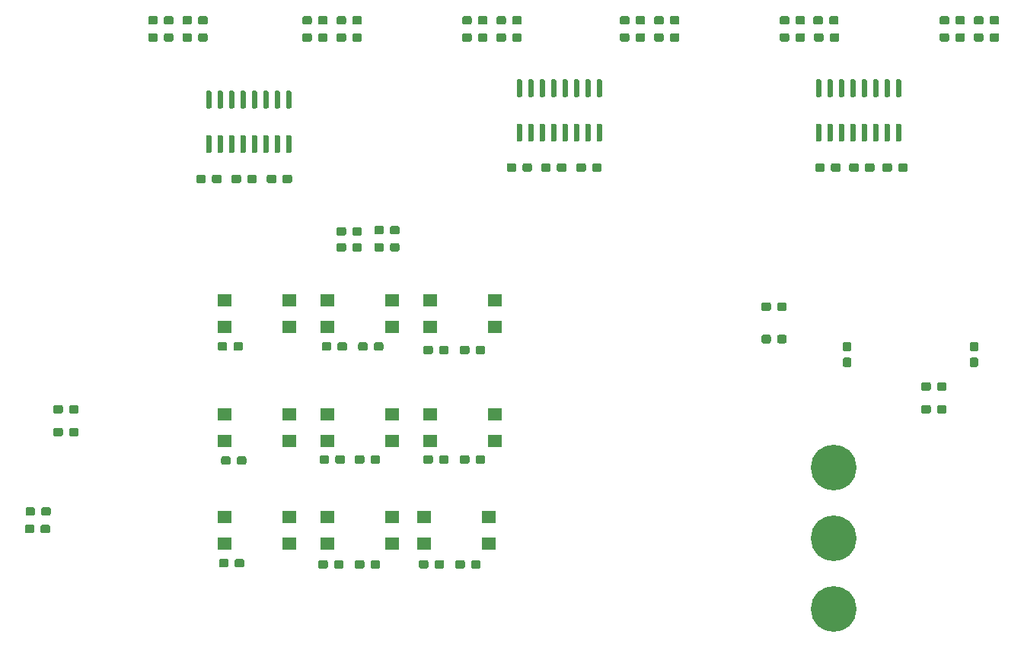
<source format=gbr>
G04 #@! TF.GenerationSoftware,KiCad,Pcbnew,(5.1.5)-3*
G04 #@! TF.CreationDate,2020-01-06T20:04:16-06:00*
G04 #@! TF.ProjectId,DriveBoard2020,44726976-6542-46f6-9172-64323032302e,rev?*
G04 #@! TF.SameCoordinates,Original*
G04 #@! TF.FileFunction,Paste,Top*
G04 #@! TF.FilePolarity,Positive*
%FSLAX46Y46*%
G04 Gerber Fmt 4.6, Leading zero omitted, Abs format (unit mm)*
G04 Created by KiCad (PCBNEW (5.1.5)-3) date 2020-01-06 20:04:16*
%MOMM*%
%LPD*%
G04 APERTURE LIST*
%ADD10C,0.100000*%
%ADD11R,1.600000X1.400000*%
%ADD12C,5.080000*%
G04 APERTURE END LIST*
D10*
G36*
X219625779Y-187486144D02*
G01*
X219648834Y-187489563D01*
X219671443Y-187495227D01*
X219693387Y-187503079D01*
X219714457Y-187513044D01*
X219734448Y-187525026D01*
X219753168Y-187538910D01*
X219770438Y-187554562D01*
X219786090Y-187571832D01*
X219799974Y-187590552D01*
X219811956Y-187610543D01*
X219821921Y-187631613D01*
X219829773Y-187653557D01*
X219835437Y-187676166D01*
X219838856Y-187699221D01*
X219840000Y-187722500D01*
X219840000Y-188197500D01*
X219838856Y-188220779D01*
X219835437Y-188243834D01*
X219829773Y-188266443D01*
X219821921Y-188288387D01*
X219811956Y-188309457D01*
X219799974Y-188329448D01*
X219786090Y-188348168D01*
X219770438Y-188365438D01*
X219753168Y-188381090D01*
X219734448Y-188394974D01*
X219714457Y-188406956D01*
X219693387Y-188416921D01*
X219671443Y-188424773D01*
X219648834Y-188430437D01*
X219625779Y-188433856D01*
X219602500Y-188435000D01*
X219027500Y-188435000D01*
X219004221Y-188433856D01*
X218981166Y-188430437D01*
X218958557Y-188424773D01*
X218936613Y-188416921D01*
X218915543Y-188406956D01*
X218895552Y-188394974D01*
X218876832Y-188381090D01*
X218859562Y-188365438D01*
X218843910Y-188348168D01*
X218830026Y-188329448D01*
X218818044Y-188309457D01*
X218808079Y-188288387D01*
X218800227Y-188266443D01*
X218794563Y-188243834D01*
X218791144Y-188220779D01*
X218790000Y-188197500D01*
X218790000Y-187722500D01*
X218791144Y-187699221D01*
X218794563Y-187676166D01*
X218800227Y-187653557D01*
X218808079Y-187631613D01*
X218818044Y-187610543D01*
X218830026Y-187590552D01*
X218843910Y-187571832D01*
X218859562Y-187554562D01*
X218876832Y-187538910D01*
X218895552Y-187525026D01*
X218915543Y-187513044D01*
X218936613Y-187503079D01*
X218958557Y-187495227D01*
X218981166Y-187489563D01*
X219004221Y-187486144D01*
X219027500Y-187485000D01*
X219602500Y-187485000D01*
X219625779Y-187486144D01*
G37*
G36*
X217875779Y-187486144D02*
G01*
X217898834Y-187489563D01*
X217921443Y-187495227D01*
X217943387Y-187503079D01*
X217964457Y-187513044D01*
X217984448Y-187525026D01*
X218003168Y-187538910D01*
X218020438Y-187554562D01*
X218036090Y-187571832D01*
X218049974Y-187590552D01*
X218061956Y-187610543D01*
X218071921Y-187631613D01*
X218079773Y-187653557D01*
X218085437Y-187676166D01*
X218088856Y-187699221D01*
X218090000Y-187722500D01*
X218090000Y-188197500D01*
X218088856Y-188220779D01*
X218085437Y-188243834D01*
X218079773Y-188266443D01*
X218071921Y-188288387D01*
X218061956Y-188309457D01*
X218049974Y-188329448D01*
X218036090Y-188348168D01*
X218020438Y-188365438D01*
X218003168Y-188381090D01*
X217984448Y-188394974D01*
X217964457Y-188406956D01*
X217943387Y-188416921D01*
X217921443Y-188424773D01*
X217898834Y-188430437D01*
X217875779Y-188433856D01*
X217852500Y-188435000D01*
X217277500Y-188435000D01*
X217254221Y-188433856D01*
X217231166Y-188430437D01*
X217208557Y-188424773D01*
X217186613Y-188416921D01*
X217165543Y-188406956D01*
X217145552Y-188394974D01*
X217126832Y-188381090D01*
X217109562Y-188365438D01*
X217093910Y-188348168D01*
X217080026Y-188329448D01*
X217068044Y-188309457D01*
X217058079Y-188288387D01*
X217050227Y-188266443D01*
X217044563Y-188243834D01*
X217041144Y-188220779D01*
X217040000Y-188197500D01*
X217040000Y-187722500D01*
X217041144Y-187699221D01*
X217044563Y-187676166D01*
X217050227Y-187653557D01*
X217058079Y-187631613D01*
X217068044Y-187610543D01*
X217080026Y-187590552D01*
X217093910Y-187571832D01*
X217109562Y-187554562D01*
X217126832Y-187538910D01*
X217145552Y-187525026D01*
X217165543Y-187513044D01*
X217186613Y-187503079D01*
X217208557Y-187495227D01*
X217231166Y-187489563D01*
X217254221Y-187486144D01*
X217277500Y-187485000D01*
X217852500Y-187485000D01*
X217875779Y-187486144D01*
G37*
G36*
X223145779Y-183005144D02*
G01*
X223168834Y-183008563D01*
X223191443Y-183014227D01*
X223213387Y-183022079D01*
X223234457Y-183032044D01*
X223254448Y-183044026D01*
X223273168Y-183057910D01*
X223290438Y-183073562D01*
X223306090Y-183090832D01*
X223319974Y-183109552D01*
X223331956Y-183129543D01*
X223341921Y-183150613D01*
X223349773Y-183172557D01*
X223355437Y-183195166D01*
X223358856Y-183218221D01*
X223360000Y-183241500D01*
X223360000Y-183816500D01*
X223358856Y-183839779D01*
X223355437Y-183862834D01*
X223349773Y-183885443D01*
X223341921Y-183907387D01*
X223331956Y-183928457D01*
X223319974Y-183948448D01*
X223306090Y-183967168D01*
X223290438Y-183984438D01*
X223273168Y-184000090D01*
X223254448Y-184013974D01*
X223234457Y-184025956D01*
X223213387Y-184035921D01*
X223191443Y-184043773D01*
X223168834Y-184049437D01*
X223145779Y-184052856D01*
X223122500Y-184054000D01*
X222647500Y-184054000D01*
X222624221Y-184052856D01*
X222601166Y-184049437D01*
X222578557Y-184043773D01*
X222556613Y-184035921D01*
X222535543Y-184025956D01*
X222515552Y-184013974D01*
X222496832Y-184000090D01*
X222479562Y-183984438D01*
X222463910Y-183967168D01*
X222450026Y-183948448D01*
X222438044Y-183928457D01*
X222428079Y-183907387D01*
X222420227Y-183885443D01*
X222414563Y-183862834D01*
X222411144Y-183839779D01*
X222410000Y-183816500D01*
X222410000Y-183241500D01*
X222411144Y-183218221D01*
X222414563Y-183195166D01*
X222420227Y-183172557D01*
X222428079Y-183150613D01*
X222438044Y-183129543D01*
X222450026Y-183109552D01*
X222463910Y-183090832D01*
X222479562Y-183073562D01*
X222496832Y-183057910D01*
X222515552Y-183044026D01*
X222535543Y-183032044D01*
X222556613Y-183022079D01*
X222578557Y-183014227D01*
X222601166Y-183008563D01*
X222624221Y-183005144D01*
X222647500Y-183004000D01*
X223122500Y-183004000D01*
X223145779Y-183005144D01*
G37*
G36*
X223145779Y-184755144D02*
G01*
X223168834Y-184758563D01*
X223191443Y-184764227D01*
X223213387Y-184772079D01*
X223234457Y-184782044D01*
X223254448Y-184794026D01*
X223273168Y-184807910D01*
X223290438Y-184823562D01*
X223306090Y-184840832D01*
X223319974Y-184859552D01*
X223331956Y-184879543D01*
X223341921Y-184900613D01*
X223349773Y-184922557D01*
X223355437Y-184945166D01*
X223358856Y-184968221D01*
X223360000Y-184991500D01*
X223360000Y-185566500D01*
X223358856Y-185589779D01*
X223355437Y-185612834D01*
X223349773Y-185635443D01*
X223341921Y-185657387D01*
X223331956Y-185678457D01*
X223319974Y-185698448D01*
X223306090Y-185717168D01*
X223290438Y-185734438D01*
X223273168Y-185750090D01*
X223254448Y-185763974D01*
X223234457Y-185775956D01*
X223213387Y-185785921D01*
X223191443Y-185793773D01*
X223168834Y-185799437D01*
X223145779Y-185802856D01*
X223122500Y-185804000D01*
X222647500Y-185804000D01*
X222624221Y-185802856D01*
X222601166Y-185799437D01*
X222578557Y-185793773D01*
X222556613Y-185785921D01*
X222535543Y-185775956D01*
X222515552Y-185763974D01*
X222496832Y-185750090D01*
X222479562Y-185734438D01*
X222463910Y-185717168D01*
X222450026Y-185698448D01*
X222438044Y-185678457D01*
X222428079Y-185657387D01*
X222420227Y-185635443D01*
X222414563Y-185612834D01*
X222411144Y-185589779D01*
X222410000Y-185566500D01*
X222410000Y-184991500D01*
X222411144Y-184968221D01*
X222414563Y-184945166D01*
X222420227Y-184922557D01*
X222428079Y-184900613D01*
X222438044Y-184879543D01*
X222450026Y-184859552D01*
X222463910Y-184840832D01*
X222479562Y-184823562D01*
X222496832Y-184807910D01*
X222515552Y-184794026D01*
X222535543Y-184782044D01*
X222556613Y-184772079D01*
X222578557Y-184764227D01*
X222601166Y-184758563D01*
X222624221Y-184755144D01*
X222647500Y-184754000D01*
X223122500Y-184754000D01*
X223145779Y-184755144D01*
G37*
G36*
X154601779Y-146719144D02*
G01*
X154624834Y-146722563D01*
X154647443Y-146728227D01*
X154669387Y-146736079D01*
X154690457Y-146746044D01*
X154710448Y-146758026D01*
X154729168Y-146771910D01*
X154746438Y-146787562D01*
X154762090Y-146804832D01*
X154775974Y-146823552D01*
X154787956Y-146843543D01*
X154797921Y-146864613D01*
X154805773Y-146886557D01*
X154811437Y-146909166D01*
X154814856Y-146932221D01*
X154816000Y-146955500D01*
X154816000Y-147430500D01*
X154814856Y-147453779D01*
X154811437Y-147476834D01*
X154805773Y-147499443D01*
X154797921Y-147521387D01*
X154787956Y-147542457D01*
X154775974Y-147562448D01*
X154762090Y-147581168D01*
X154746438Y-147598438D01*
X154729168Y-147614090D01*
X154710448Y-147627974D01*
X154690457Y-147639956D01*
X154669387Y-147649921D01*
X154647443Y-147657773D01*
X154624834Y-147663437D01*
X154601779Y-147666856D01*
X154578500Y-147668000D01*
X154003500Y-147668000D01*
X153980221Y-147666856D01*
X153957166Y-147663437D01*
X153934557Y-147657773D01*
X153912613Y-147649921D01*
X153891543Y-147639956D01*
X153871552Y-147627974D01*
X153852832Y-147614090D01*
X153835562Y-147598438D01*
X153819910Y-147581168D01*
X153806026Y-147562448D01*
X153794044Y-147542457D01*
X153784079Y-147521387D01*
X153776227Y-147499443D01*
X153770563Y-147476834D01*
X153767144Y-147453779D01*
X153766000Y-147430500D01*
X153766000Y-146955500D01*
X153767144Y-146932221D01*
X153770563Y-146909166D01*
X153776227Y-146886557D01*
X153784079Y-146864613D01*
X153794044Y-146843543D01*
X153806026Y-146823552D01*
X153819910Y-146804832D01*
X153835562Y-146787562D01*
X153852832Y-146771910D01*
X153871552Y-146758026D01*
X153891543Y-146746044D01*
X153912613Y-146736079D01*
X153934557Y-146728227D01*
X153957166Y-146722563D01*
X153980221Y-146719144D01*
X154003500Y-146718000D01*
X154578500Y-146718000D01*
X154601779Y-146719144D01*
G37*
G36*
X152851779Y-146719144D02*
G01*
X152874834Y-146722563D01*
X152897443Y-146728227D01*
X152919387Y-146736079D01*
X152940457Y-146746044D01*
X152960448Y-146758026D01*
X152979168Y-146771910D01*
X152996438Y-146787562D01*
X153012090Y-146804832D01*
X153025974Y-146823552D01*
X153037956Y-146843543D01*
X153047921Y-146864613D01*
X153055773Y-146886557D01*
X153061437Y-146909166D01*
X153064856Y-146932221D01*
X153066000Y-146955500D01*
X153066000Y-147430500D01*
X153064856Y-147453779D01*
X153061437Y-147476834D01*
X153055773Y-147499443D01*
X153047921Y-147521387D01*
X153037956Y-147542457D01*
X153025974Y-147562448D01*
X153012090Y-147581168D01*
X152996438Y-147598438D01*
X152979168Y-147614090D01*
X152960448Y-147627974D01*
X152940457Y-147639956D01*
X152919387Y-147649921D01*
X152897443Y-147657773D01*
X152874834Y-147663437D01*
X152851779Y-147666856D01*
X152828500Y-147668000D01*
X152253500Y-147668000D01*
X152230221Y-147666856D01*
X152207166Y-147663437D01*
X152184557Y-147657773D01*
X152162613Y-147649921D01*
X152141543Y-147639956D01*
X152121552Y-147627974D01*
X152102832Y-147614090D01*
X152085562Y-147598438D01*
X152069910Y-147581168D01*
X152056026Y-147562448D01*
X152044044Y-147542457D01*
X152034079Y-147521387D01*
X152026227Y-147499443D01*
X152020563Y-147476834D01*
X152017144Y-147453779D01*
X152016000Y-147430500D01*
X152016000Y-146955500D01*
X152017144Y-146932221D01*
X152020563Y-146909166D01*
X152026227Y-146886557D01*
X152034079Y-146864613D01*
X152044044Y-146843543D01*
X152056026Y-146823552D01*
X152069910Y-146804832D01*
X152085562Y-146787562D01*
X152102832Y-146771910D01*
X152121552Y-146758026D01*
X152141543Y-146746044D01*
X152162613Y-146736079D01*
X152184557Y-146728227D01*
X152207166Y-146722563D01*
X152230221Y-146719144D01*
X152253500Y-146718000D01*
X152828500Y-146718000D01*
X152851779Y-146719144D01*
G37*
G36*
X150791779Y-146719144D02*
G01*
X150814834Y-146722563D01*
X150837443Y-146728227D01*
X150859387Y-146736079D01*
X150880457Y-146746044D01*
X150900448Y-146758026D01*
X150919168Y-146771910D01*
X150936438Y-146787562D01*
X150952090Y-146804832D01*
X150965974Y-146823552D01*
X150977956Y-146843543D01*
X150987921Y-146864613D01*
X150995773Y-146886557D01*
X151001437Y-146909166D01*
X151004856Y-146932221D01*
X151006000Y-146955500D01*
X151006000Y-147430500D01*
X151004856Y-147453779D01*
X151001437Y-147476834D01*
X150995773Y-147499443D01*
X150987921Y-147521387D01*
X150977956Y-147542457D01*
X150965974Y-147562448D01*
X150952090Y-147581168D01*
X150936438Y-147598438D01*
X150919168Y-147614090D01*
X150900448Y-147627974D01*
X150880457Y-147639956D01*
X150859387Y-147649921D01*
X150837443Y-147657773D01*
X150814834Y-147663437D01*
X150791779Y-147666856D01*
X150768500Y-147668000D01*
X150193500Y-147668000D01*
X150170221Y-147666856D01*
X150147166Y-147663437D01*
X150124557Y-147657773D01*
X150102613Y-147649921D01*
X150081543Y-147639956D01*
X150061552Y-147627974D01*
X150042832Y-147614090D01*
X150025562Y-147598438D01*
X150009910Y-147581168D01*
X149996026Y-147562448D01*
X149984044Y-147542457D01*
X149974079Y-147521387D01*
X149966227Y-147499443D01*
X149960563Y-147476834D01*
X149957144Y-147453779D01*
X149956000Y-147430500D01*
X149956000Y-146955500D01*
X149957144Y-146932221D01*
X149960563Y-146909166D01*
X149966227Y-146886557D01*
X149974079Y-146864613D01*
X149984044Y-146843543D01*
X149996026Y-146823552D01*
X150009910Y-146804832D01*
X150025562Y-146787562D01*
X150042832Y-146771910D01*
X150061552Y-146758026D01*
X150081543Y-146746044D01*
X150102613Y-146736079D01*
X150124557Y-146728227D01*
X150147166Y-146722563D01*
X150170221Y-146719144D01*
X150193500Y-146718000D01*
X150768500Y-146718000D01*
X150791779Y-146719144D01*
G37*
G36*
X149041779Y-146719144D02*
G01*
X149064834Y-146722563D01*
X149087443Y-146728227D01*
X149109387Y-146736079D01*
X149130457Y-146746044D01*
X149150448Y-146758026D01*
X149169168Y-146771910D01*
X149186438Y-146787562D01*
X149202090Y-146804832D01*
X149215974Y-146823552D01*
X149227956Y-146843543D01*
X149237921Y-146864613D01*
X149245773Y-146886557D01*
X149251437Y-146909166D01*
X149254856Y-146932221D01*
X149256000Y-146955500D01*
X149256000Y-147430500D01*
X149254856Y-147453779D01*
X149251437Y-147476834D01*
X149245773Y-147499443D01*
X149237921Y-147521387D01*
X149227956Y-147542457D01*
X149215974Y-147562448D01*
X149202090Y-147581168D01*
X149186438Y-147598438D01*
X149169168Y-147614090D01*
X149150448Y-147627974D01*
X149130457Y-147639956D01*
X149109387Y-147649921D01*
X149087443Y-147657773D01*
X149064834Y-147663437D01*
X149041779Y-147666856D01*
X149018500Y-147668000D01*
X148443500Y-147668000D01*
X148420221Y-147666856D01*
X148397166Y-147663437D01*
X148374557Y-147657773D01*
X148352613Y-147649921D01*
X148331543Y-147639956D01*
X148311552Y-147627974D01*
X148292832Y-147614090D01*
X148275562Y-147598438D01*
X148259910Y-147581168D01*
X148246026Y-147562448D01*
X148234044Y-147542457D01*
X148224079Y-147521387D01*
X148216227Y-147499443D01*
X148210563Y-147476834D01*
X148207144Y-147453779D01*
X148206000Y-147430500D01*
X148206000Y-146955500D01*
X148207144Y-146932221D01*
X148210563Y-146909166D01*
X148216227Y-146886557D01*
X148224079Y-146864613D01*
X148234044Y-146843543D01*
X148246026Y-146823552D01*
X148259910Y-146804832D01*
X148275562Y-146787562D01*
X148292832Y-146771910D01*
X148311552Y-146758026D01*
X148331543Y-146746044D01*
X148352613Y-146736079D01*
X148374557Y-146728227D01*
X148397166Y-146722563D01*
X148420221Y-146719144D01*
X148443500Y-146718000D01*
X149018500Y-146718000D01*
X149041779Y-146719144D01*
G37*
G36*
X189921779Y-146719144D02*
G01*
X189944834Y-146722563D01*
X189967443Y-146728227D01*
X189989387Y-146736079D01*
X190010457Y-146746044D01*
X190030448Y-146758026D01*
X190049168Y-146771910D01*
X190066438Y-146787562D01*
X190082090Y-146804832D01*
X190095974Y-146823552D01*
X190107956Y-146843543D01*
X190117921Y-146864613D01*
X190125773Y-146886557D01*
X190131437Y-146909166D01*
X190134856Y-146932221D01*
X190136000Y-146955500D01*
X190136000Y-147430500D01*
X190134856Y-147453779D01*
X190131437Y-147476834D01*
X190125773Y-147499443D01*
X190117921Y-147521387D01*
X190107956Y-147542457D01*
X190095974Y-147562448D01*
X190082090Y-147581168D01*
X190066438Y-147598438D01*
X190049168Y-147614090D01*
X190030448Y-147627974D01*
X190010457Y-147639956D01*
X189989387Y-147649921D01*
X189967443Y-147657773D01*
X189944834Y-147663437D01*
X189921779Y-147666856D01*
X189898500Y-147668000D01*
X189323500Y-147668000D01*
X189300221Y-147666856D01*
X189277166Y-147663437D01*
X189254557Y-147657773D01*
X189232613Y-147649921D01*
X189211543Y-147639956D01*
X189191552Y-147627974D01*
X189172832Y-147614090D01*
X189155562Y-147598438D01*
X189139910Y-147581168D01*
X189126026Y-147562448D01*
X189114044Y-147542457D01*
X189104079Y-147521387D01*
X189096227Y-147499443D01*
X189090563Y-147476834D01*
X189087144Y-147453779D01*
X189086000Y-147430500D01*
X189086000Y-146955500D01*
X189087144Y-146932221D01*
X189090563Y-146909166D01*
X189096227Y-146886557D01*
X189104079Y-146864613D01*
X189114044Y-146843543D01*
X189126026Y-146823552D01*
X189139910Y-146804832D01*
X189155562Y-146787562D01*
X189172832Y-146771910D01*
X189191552Y-146758026D01*
X189211543Y-146746044D01*
X189232613Y-146736079D01*
X189254557Y-146728227D01*
X189277166Y-146722563D01*
X189300221Y-146719144D01*
X189323500Y-146718000D01*
X189898500Y-146718000D01*
X189921779Y-146719144D01*
G37*
G36*
X188171779Y-146719144D02*
G01*
X188194834Y-146722563D01*
X188217443Y-146728227D01*
X188239387Y-146736079D01*
X188260457Y-146746044D01*
X188280448Y-146758026D01*
X188299168Y-146771910D01*
X188316438Y-146787562D01*
X188332090Y-146804832D01*
X188345974Y-146823552D01*
X188357956Y-146843543D01*
X188367921Y-146864613D01*
X188375773Y-146886557D01*
X188381437Y-146909166D01*
X188384856Y-146932221D01*
X188386000Y-146955500D01*
X188386000Y-147430500D01*
X188384856Y-147453779D01*
X188381437Y-147476834D01*
X188375773Y-147499443D01*
X188367921Y-147521387D01*
X188357956Y-147542457D01*
X188345974Y-147562448D01*
X188332090Y-147581168D01*
X188316438Y-147598438D01*
X188299168Y-147614090D01*
X188280448Y-147627974D01*
X188260457Y-147639956D01*
X188239387Y-147649921D01*
X188217443Y-147657773D01*
X188194834Y-147663437D01*
X188171779Y-147666856D01*
X188148500Y-147668000D01*
X187573500Y-147668000D01*
X187550221Y-147666856D01*
X187527166Y-147663437D01*
X187504557Y-147657773D01*
X187482613Y-147649921D01*
X187461543Y-147639956D01*
X187441552Y-147627974D01*
X187422832Y-147614090D01*
X187405562Y-147598438D01*
X187389910Y-147581168D01*
X187376026Y-147562448D01*
X187364044Y-147542457D01*
X187354079Y-147521387D01*
X187346227Y-147499443D01*
X187340563Y-147476834D01*
X187337144Y-147453779D01*
X187336000Y-147430500D01*
X187336000Y-146955500D01*
X187337144Y-146932221D01*
X187340563Y-146909166D01*
X187346227Y-146886557D01*
X187354079Y-146864613D01*
X187364044Y-146843543D01*
X187376026Y-146823552D01*
X187389910Y-146804832D01*
X187405562Y-146787562D01*
X187422832Y-146771910D01*
X187441552Y-146758026D01*
X187461543Y-146746044D01*
X187482613Y-146736079D01*
X187504557Y-146728227D01*
X187527166Y-146722563D01*
X187550221Y-146719144D01*
X187573500Y-146718000D01*
X188148500Y-146718000D01*
X188171779Y-146719144D01*
G37*
G36*
X186111779Y-146719144D02*
G01*
X186134834Y-146722563D01*
X186157443Y-146728227D01*
X186179387Y-146736079D01*
X186200457Y-146746044D01*
X186220448Y-146758026D01*
X186239168Y-146771910D01*
X186256438Y-146787562D01*
X186272090Y-146804832D01*
X186285974Y-146823552D01*
X186297956Y-146843543D01*
X186307921Y-146864613D01*
X186315773Y-146886557D01*
X186321437Y-146909166D01*
X186324856Y-146932221D01*
X186326000Y-146955500D01*
X186326000Y-147430500D01*
X186324856Y-147453779D01*
X186321437Y-147476834D01*
X186315773Y-147499443D01*
X186307921Y-147521387D01*
X186297956Y-147542457D01*
X186285974Y-147562448D01*
X186272090Y-147581168D01*
X186256438Y-147598438D01*
X186239168Y-147614090D01*
X186220448Y-147627974D01*
X186200457Y-147639956D01*
X186179387Y-147649921D01*
X186157443Y-147657773D01*
X186134834Y-147663437D01*
X186111779Y-147666856D01*
X186088500Y-147668000D01*
X185513500Y-147668000D01*
X185490221Y-147666856D01*
X185467166Y-147663437D01*
X185444557Y-147657773D01*
X185422613Y-147649921D01*
X185401543Y-147639956D01*
X185381552Y-147627974D01*
X185362832Y-147614090D01*
X185345562Y-147598438D01*
X185329910Y-147581168D01*
X185316026Y-147562448D01*
X185304044Y-147542457D01*
X185294079Y-147521387D01*
X185286227Y-147499443D01*
X185280563Y-147476834D01*
X185277144Y-147453779D01*
X185276000Y-147430500D01*
X185276000Y-146955500D01*
X185277144Y-146932221D01*
X185280563Y-146909166D01*
X185286227Y-146886557D01*
X185294079Y-146864613D01*
X185304044Y-146843543D01*
X185316026Y-146823552D01*
X185329910Y-146804832D01*
X185345562Y-146787562D01*
X185362832Y-146771910D01*
X185381552Y-146758026D01*
X185401543Y-146746044D01*
X185422613Y-146736079D01*
X185444557Y-146728227D01*
X185467166Y-146722563D01*
X185490221Y-146719144D01*
X185513500Y-146718000D01*
X186088500Y-146718000D01*
X186111779Y-146719144D01*
G37*
G36*
X184361779Y-146719144D02*
G01*
X184384834Y-146722563D01*
X184407443Y-146728227D01*
X184429387Y-146736079D01*
X184450457Y-146746044D01*
X184470448Y-146758026D01*
X184489168Y-146771910D01*
X184506438Y-146787562D01*
X184522090Y-146804832D01*
X184535974Y-146823552D01*
X184547956Y-146843543D01*
X184557921Y-146864613D01*
X184565773Y-146886557D01*
X184571437Y-146909166D01*
X184574856Y-146932221D01*
X184576000Y-146955500D01*
X184576000Y-147430500D01*
X184574856Y-147453779D01*
X184571437Y-147476834D01*
X184565773Y-147499443D01*
X184557921Y-147521387D01*
X184547956Y-147542457D01*
X184535974Y-147562448D01*
X184522090Y-147581168D01*
X184506438Y-147598438D01*
X184489168Y-147614090D01*
X184470448Y-147627974D01*
X184450457Y-147639956D01*
X184429387Y-147649921D01*
X184407443Y-147657773D01*
X184384834Y-147663437D01*
X184361779Y-147666856D01*
X184338500Y-147668000D01*
X183763500Y-147668000D01*
X183740221Y-147666856D01*
X183717166Y-147663437D01*
X183694557Y-147657773D01*
X183672613Y-147649921D01*
X183651543Y-147639956D01*
X183631552Y-147627974D01*
X183612832Y-147614090D01*
X183595562Y-147598438D01*
X183579910Y-147581168D01*
X183566026Y-147562448D01*
X183554044Y-147542457D01*
X183544079Y-147521387D01*
X183536227Y-147499443D01*
X183530563Y-147476834D01*
X183527144Y-147453779D01*
X183526000Y-147430500D01*
X183526000Y-146955500D01*
X183527144Y-146932221D01*
X183530563Y-146909166D01*
X183536227Y-146886557D01*
X183544079Y-146864613D01*
X183554044Y-146843543D01*
X183566026Y-146823552D01*
X183579910Y-146804832D01*
X183595562Y-146787562D01*
X183612832Y-146771910D01*
X183631552Y-146758026D01*
X183651543Y-146746044D01*
X183672613Y-146736079D01*
X183694557Y-146728227D01*
X183717166Y-146722563D01*
X183740221Y-146719144D01*
X183763500Y-146718000D01*
X184338500Y-146718000D01*
X184361779Y-146719144D01*
G37*
G36*
X207624279Y-146719144D02*
G01*
X207647334Y-146722563D01*
X207669943Y-146728227D01*
X207691887Y-146736079D01*
X207712957Y-146746044D01*
X207732948Y-146758026D01*
X207751668Y-146771910D01*
X207768938Y-146787562D01*
X207784590Y-146804832D01*
X207798474Y-146823552D01*
X207810456Y-146843543D01*
X207820421Y-146864613D01*
X207828273Y-146886557D01*
X207833937Y-146909166D01*
X207837356Y-146932221D01*
X207838500Y-146955500D01*
X207838500Y-147430500D01*
X207837356Y-147453779D01*
X207833937Y-147476834D01*
X207828273Y-147499443D01*
X207820421Y-147521387D01*
X207810456Y-147542457D01*
X207798474Y-147562448D01*
X207784590Y-147581168D01*
X207768938Y-147598438D01*
X207751668Y-147614090D01*
X207732948Y-147627974D01*
X207712957Y-147639956D01*
X207691887Y-147649921D01*
X207669943Y-147657773D01*
X207647334Y-147663437D01*
X207624279Y-147666856D01*
X207601000Y-147668000D01*
X207026000Y-147668000D01*
X207002721Y-147666856D01*
X206979666Y-147663437D01*
X206957057Y-147657773D01*
X206935113Y-147649921D01*
X206914043Y-147639956D01*
X206894052Y-147627974D01*
X206875332Y-147614090D01*
X206858062Y-147598438D01*
X206842410Y-147581168D01*
X206828526Y-147562448D01*
X206816544Y-147542457D01*
X206806579Y-147521387D01*
X206798727Y-147499443D01*
X206793063Y-147476834D01*
X206789644Y-147453779D01*
X206788500Y-147430500D01*
X206788500Y-146955500D01*
X206789644Y-146932221D01*
X206793063Y-146909166D01*
X206798727Y-146886557D01*
X206806579Y-146864613D01*
X206816544Y-146843543D01*
X206828526Y-146823552D01*
X206842410Y-146804832D01*
X206858062Y-146787562D01*
X206875332Y-146771910D01*
X206894052Y-146758026D01*
X206914043Y-146746044D01*
X206935113Y-146736079D01*
X206957057Y-146728227D01*
X206979666Y-146722563D01*
X207002721Y-146719144D01*
X207026000Y-146718000D01*
X207601000Y-146718000D01*
X207624279Y-146719144D01*
G37*
G36*
X205874279Y-146719144D02*
G01*
X205897334Y-146722563D01*
X205919943Y-146728227D01*
X205941887Y-146736079D01*
X205962957Y-146746044D01*
X205982948Y-146758026D01*
X206001668Y-146771910D01*
X206018938Y-146787562D01*
X206034590Y-146804832D01*
X206048474Y-146823552D01*
X206060456Y-146843543D01*
X206070421Y-146864613D01*
X206078273Y-146886557D01*
X206083937Y-146909166D01*
X206087356Y-146932221D01*
X206088500Y-146955500D01*
X206088500Y-147430500D01*
X206087356Y-147453779D01*
X206083937Y-147476834D01*
X206078273Y-147499443D01*
X206070421Y-147521387D01*
X206060456Y-147542457D01*
X206048474Y-147562448D01*
X206034590Y-147581168D01*
X206018938Y-147598438D01*
X206001668Y-147614090D01*
X205982948Y-147627974D01*
X205962957Y-147639956D01*
X205941887Y-147649921D01*
X205919943Y-147657773D01*
X205897334Y-147663437D01*
X205874279Y-147666856D01*
X205851000Y-147668000D01*
X205276000Y-147668000D01*
X205252721Y-147666856D01*
X205229666Y-147663437D01*
X205207057Y-147657773D01*
X205185113Y-147649921D01*
X205164043Y-147639956D01*
X205144052Y-147627974D01*
X205125332Y-147614090D01*
X205108062Y-147598438D01*
X205092410Y-147581168D01*
X205078526Y-147562448D01*
X205066544Y-147542457D01*
X205056579Y-147521387D01*
X205048727Y-147499443D01*
X205043063Y-147476834D01*
X205039644Y-147453779D01*
X205038500Y-147430500D01*
X205038500Y-146955500D01*
X205039644Y-146932221D01*
X205043063Y-146909166D01*
X205048727Y-146886557D01*
X205056579Y-146864613D01*
X205066544Y-146843543D01*
X205078526Y-146823552D01*
X205092410Y-146804832D01*
X205108062Y-146787562D01*
X205125332Y-146771910D01*
X205144052Y-146758026D01*
X205164043Y-146746044D01*
X205185113Y-146736079D01*
X205207057Y-146728227D01*
X205229666Y-146722563D01*
X205252721Y-146719144D01*
X205276000Y-146718000D01*
X205851000Y-146718000D01*
X205874279Y-146719144D01*
G37*
G36*
X202141779Y-146719144D02*
G01*
X202164834Y-146722563D01*
X202187443Y-146728227D01*
X202209387Y-146736079D01*
X202230457Y-146746044D01*
X202250448Y-146758026D01*
X202269168Y-146771910D01*
X202286438Y-146787562D01*
X202302090Y-146804832D01*
X202315974Y-146823552D01*
X202327956Y-146843543D01*
X202337921Y-146864613D01*
X202345773Y-146886557D01*
X202351437Y-146909166D01*
X202354856Y-146932221D01*
X202356000Y-146955500D01*
X202356000Y-147430500D01*
X202354856Y-147453779D01*
X202351437Y-147476834D01*
X202345773Y-147499443D01*
X202337921Y-147521387D01*
X202327956Y-147542457D01*
X202315974Y-147562448D01*
X202302090Y-147581168D01*
X202286438Y-147598438D01*
X202269168Y-147614090D01*
X202250448Y-147627974D01*
X202230457Y-147639956D01*
X202209387Y-147649921D01*
X202187443Y-147657773D01*
X202164834Y-147663437D01*
X202141779Y-147666856D01*
X202118500Y-147668000D01*
X201543500Y-147668000D01*
X201520221Y-147666856D01*
X201497166Y-147663437D01*
X201474557Y-147657773D01*
X201452613Y-147649921D01*
X201431543Y-147639956D01*
X201411552Y-147627974D01*
X201392832Y-147614090D01*
X201375562Y-147598438D01*
X201359910Y-147581168D01*
X201346026Y-147562448D01*
X201334044Y-147542457D01*
X201324079Y-147521387D01*
X201316227Y-147499443D01*
X201310563Y-147476834D01*
X201307144Y-147453779D01*
X201306000Y-147430500D01*
X201306000Y-146955500D01*
X201307144Y-146932221D01*
X201310563Y-146909166D01*
X201316227Y-146886557D01*
X201324079Y-146864613D01*
X201334044Y-146843543D01*
X201346026Y-146823552D01*
X201359910Y-146804832D01*
X201375562Y-146787562D01*
X201392832Y-146771910D01*
X201411552Y-146758026D01*
X201431543Y-146746044D01*
X201452613Y-146736079D01*
X201474557Y-146728227D01*
X201497166Y-146722563D01*
X201520221Y-146719144D01*
X201543500Y-146718000D01*
X202118500Y-146718000D01*
X202141779Y-146719144D01*
G37*
G36*
X203891779Y-146719144D02*
G01*
X203914834Y-146722563D01*
X203937443Y-146728227D01*
X203959387Y-146736079D01*
X203980457Y-146746044D01*
X204000448Y-146758026D01*
X204019168Y-146771910D01*
X204036438Y-146787562D01*
X204052090Y-146804832D01*
X204065974Y-146823552D01*
X204077956Y-146843543D01*
X204087921Y-146864613D01*
X204095773Y-146886557D01*
X204101437Y-146909166D01*
X204104856Y-146932221D01*
X204106000Y-146955500D01*
X204106000Y-147430500D01*
X204104856Y-147453779D01*
X204101437Y-147476834D01*
X204095773Y-147499443D01*
X204087921Y-147521387D01*
X204077956Y-147542457D01*
X204065974Y-147562448D01*
X204052090Y-147581168D01*
X204036438Y-147598438D01*
X204019168Y-147614090D01*
X204000448Y-147627974D01*
X203980457Y-147639956D01*
X203959387Y-147649921D01*
X203937443Y-147657773D01*
X203914834Y-147663437D01*
X203891779Y-147666856D01*
X203868500Y-147668000D01*
X203293500Y-147668000D01*
X203270221Y-147666856D01*
X203247166Y-147663437D01*
X203224557Y-147657773D01*
X203202613Y-147649921D01*
X203181543Y-147639956D01*
X203161552Y-147627974D01*
X203142832Y-147614090D01*
X203125562Y-147598438D01*
X203109910Y-147581168D01*
X203096026Y-147562448D01*
X203084044Y-147542457D01*
X203074079Y-147521387D01*
X203066227Y-147499443D01*
X203060563Y-147476834D01*
X203057144Y-147453779D01*
X203056000Y-147430500D01*
X203056000Y-146955500D01*
X203057144Y-146932221D01*
X203060563Y-146909166D01*
X203066227Y-146886557D01*
X203074079Y-146864613D01*
X203084044Y-146843543D01*
X203096026Y-146823552D01*
X203109910Y-146804832D01*
X203125562Y-146787562D01*
X203142832Y-146771910D01*
X203161552Y-146758026D01*
X203181543Y-146746044D01*
X203202613Y-146736079D01*
X203224557Y-146728227D01*
X203247166Y-146722563D01*
X203270221Y-146719144D01*
X203293500Y-146718000D01*
X203868500Y-146718000D01*
X203891779Y-146719144D01*
G37*
G36*
X158792779Y-170087144D02*
G01*
X158815834Y-170090563D01*
X158838443Y-170096227D01*
X158860387Y-170104079D01*
X158881457Y-170114044D01*
X158901448Y-170126026D01*
X158920168Y-170139910D01*
X158937438Y-170155562D01*
X158953090Y-170172832D01*
X158966974Y-170191552D01*
X158978956Y-170211543D01*
X158988921Y-170232613D01*
X158996773Y-170254557D01*
X159002437Y-170277166D01*
X159005856Y-170300221D01*
X159007000Y-170323500D01*
X159007000Y-170798500D01*
X159005856Y-170821779D01*
X159002437Y-170844834D01*
X158996773Y-170867443D01*
X158988921Y-170889387D01*
X158978956Y-170910457D01*
X158966974Y-170930448D01*
X158953090Y-170949168D01*
X158937438Y-170966438D01*
X158920168Y-170982090D01*
X158901448Y-170995974D01*
X158881457Y-171007956D01*
X158860387Y-171017921D01*
X158838443Y-171025773D01*
X158815834Y-171031437D01*
X158792779Y-171034856D01*
X158769500Y-171036000D01*
X158194500Y-171036000D01*
X158171221Y-171034856D01*
X158148166Y-171031437D01*
X158125557Y-171025773D01*
X158103613Y-171017921D01*
X158082543Y-171007956D01*
X158062552Y-170995974D01*
X158043832Y-170982090D01*
X158026562Y-170966438D01*
X158010910Y-170949168D01*
X157997026Y-170930448D01*
X157985044Y-170910457D01*
X157975079Y-170889387D01*
X157967227Y-170867443D01*
X157961563Y-170844834D01*
X157958144Y-170821779D01*
X157957000Y-170798500D01*
X157957000Y-170323500D01*
X157958144Y-170300221D01*
X157961563Y-170277166D01*
X157967227Y-170254557D01*
X157975079Y-170232613D01*
X157985044Y-170211543D01*
X157997026Y-170191552D01*
X158010910Y-170172832D01*
X158026562Y-170155562D01*
X158043832Y-170139910D01*
X158062552Y-170126026D01*
X158082543Y-170114044D01*
X158103613Y-170104079D01*
X158125557Y-170096227D01*
X158148166Y-170090563D01*
X158171221Y-170087144D01*
X158194500Y-170086000D01*
X158769500Y-170086000D01*
X158792779Y-170087144D01*
G37*
G36*
X157042779Y-170087144D02*
G01*
X157065834Y-170090563D01*
X157088443Y-170096227D01*
X157110387Y-170104079D01*
X157131457Y-170114044D01*
X157151448Y-170126026D01*
X157170168Y-170139910D01*
X157187438Y-170155562D01*
X157203090Y-170172832D01*
X157216974Y-170191552D01*
X157228956Y-170211543D01*
X157238921Y-170232613D01*
X157246773Y-170254557D01*
X157252437Y-170277166D01*
X157255856Y-170300221D01*
X157257000Y-170323500D01*
X157257000Y-170798500D01*
X157255856Y-170821779D01*
X157252437Y-170844834D01*
X157246773Y-170867443D01*
X157238921Y-170889387D01*
X157228956Y-170910457D01*
X157216974Y-170930448D01*
X157203090Y-170949168D01*
X157187438Y-170966438D01*
X157170168Y-170982090D01*
X157151448Y-170995974D01*
X157131457Y-171007956D01*
X157110387Y-171017921D01*
X157088443Y-171025773D01*
X157065834Y-171031437D01*
X157042779Y-171034856D01*
X157019500Y-171036000D01*
X156444500Y-171036000D01*
X156421221Y-171034856D01*
X156398166Y-171031437D01*
X156375557Y-171025773D01*
X156353613Y-171017921D01*
X156332543Y-171007956D01*
X156312552Y-170995974D01*
X156293832Y-170982090D01*
X156276562Y-170966438D01*
X156260910Y-170949168D01*
X156247026Y-170930448D01*
X156235044Y-170910457D01*
X156225079Y-170889387D01*
X156217227Y-170867443D01*
X156211563Y-170844834D01*
X156208144Y-170821779D01*
X156207000Y-170798500D01*
X156207000Y-170323500D01*
X156208144Y-170300221D01*
X156211563Y-170277166D01*
X156217227Y-170254557D01*
X156225079Y-170232613D01*
X156235044Y-170211543D01*
X156247026Y-170191552D01*
X156260910Y-170172832D01*
X156276562Y-170155562D01*
X156293832Y-170139910D01*
X156312552Y-170126026D01*
X156332543Y-170114044D01*
X156353613Y-170104079D01*
X156375557Y-170096227D01*
X156398166Y-170090563D01*
X156421221Y-170087144D01*
X156444500Y-170086000D01*
X157019500Y-170086000D01*
X157042779Y-170087144D01*
G37*
G36*
X123105779Y-190026144D02*
G01*
X123128834Y-190029563D01*
X123151443Y-190035227D01*
X123173387Y-190043079D01*
X123194457Y-190053044D01*
X123214448Y-190065026D01*
X123233168Y-190078910D01*
X123250438Y-190094562D01*
X123266090Y-190111832D01*
X123279974Y-190130552D01*
X123291956Y-190150543D01*
X123301921Y-190171613D01*
X123309773Y-190193557D01*
X123315437Y-190216166D01*
X123318856Y-190239221D01*
X123320000Y-190262500D01*
X123320000Y-190737500D01*
X123318856Y-190760779D01*
X123315437Y-190783834D01*
X123309773Y-190806443D01*
X123301921Y-190828387D01*
X123291956Y-190849457D01*
X123279974Y-190869448D01*
X123266090Y-190888168D01*
X123250438Y-190905438D01*
X123233168Y-190921090D01*
X123214448Y-190934974D01*
X123194457Y-190946956D01*
X123173387Y-190956921D01*
X123151443Y-190964773D01*
X123128834Y-190970437D01*
X123105779Y-190973856D01*
X123082500Y-190975000D01*
X122507500Y-190975000D01*
X122484221Y-190973856D01*
X122461166Y-190970437D01*
X122438557Y-190964773D01*
X122416613Y-190956921D01*
X122395543Y-190946956D01*
X122375552Y-190934974D01*
X122356832Y-190921090D01*
X122339562Y-190905438D01*
X122323910Y-190888168D01*
X122310026Y-190869448D01*
X122298044Y-190849457D01*
X122288079Y-190828387D01*
X122280227Y-190806443D01*
X122274563Y-190783834D01*
X122271144Y-190760779D01*
X122270000Y-190737500D01*
X122270000Y-190262500D01*
X122271144Y-190239221D01*
X122274563Y-190216166D01*
X122280227Y-190193557D01*
X122288079Y-190171613D01*
X122298044Y-190150543D01*
X122310026Y-190130552D01*
X122323910Y-190111832D01*
X122339562Y-190094562D01*
X122356832Y-190078910D01*
X122375552Y-190065026D01*
X122395543Y-190053044D01*
X122416613Y-190043079D01*
X122438557Y-190035227D01*
X122461166Y-190029563D01*
X122484221Y-190026144D01*
X122507500Y-190025000D01*
X123082500Y-190025000D01*
X123105779Y-190026144D01*
G37*
G36*
X121355779Y-190026144D02*
G01*
X121378834Y-190029563D01*
X121401443Y-190035227D01*
X121423387Y-190043079D01*
X121444457Y-190053044D01*
X121464448Y-190065026D01*
X121483168Y-190078910D01*
X121500438Y-190094562D01*
X121516090Y-190111832D01*
X121529974Y-190130552D01*
X121541956Y-190150543D01*
X121551921Y-190171613D01*
X121559773Y-190193557D01*
X121565437Y-190216166D01*
X121568856Y-190239221D01*
X121570000Y-190262500D01*
X121570000Y-190737500D01*
X121568856Y-190760779D01*
X121565437Y-190783834D01*
X121559773Y-190806443D01*
X121551921Y-190828387D01*
X121541956Y-190849457D01*
X121529974Y-190869448D01*
X121516090Y-190888168D01*
X121500438Y-190905438D01*
X121483168Y-190921090D01*
X121464448Y-190934974D01*
X121444457Y-190946956D01*
X121423387Y-190956921D01*
X121401443Y-190964773D01*
X121378834Y-190970437D01*
X121355779Y-190973856D01*
X121332500Y-190975000D01*
X120757500Y-190975000D01*
X120734221Y-190973856D01*
X120711166Y-190970437D01*
X120688557Y-190964773D01*
X120666613Y-190956921D01*
X120645543Y-190946956D01*
X120625552Y-190934974D01*
X120606832Y-190921090D01*
X120589562Y-190905438D01*
X120573910Y-190888168D01*
X120560026Y-190869448D01*
X120548044Y-190849457D01*
X120538079Y-190828387D01*
X120530227Y-190806443D01*
X120524563Y-190783834D01*
X120521144Y-190760779D01*
X120520000Y-190737500D01*
X120520000Y-190262500D01*
X120521144Y-190239221D01*
X120524563Y-190216166D01*
X120530227Y-190193557D01*
X120538079Y-190171613D01*
X120548044Y-190150543D01*
X120560026Y-190130552D01*
X120573910Y-190111832D01*
X120589562Y-190094562D01*
X120606832Y-190078910D01*
X120625552Y-190065026D01*
X120645543Y-190053044D01*
X120666613Y-190043079D01*
X120688557Y-190035227D01*
X120711166Y-190029563D01*
X120734221Y-190026144D01*
X120757500Y-190025000D01*
X121332500Y-190025000D01*
X121355779Y-190026144D01*
G37*
G36*
X166567779Y-183422144D02*
G01*
X166590834Y-183425563D01*
X166613443Y-183431227D01*
X166635387Y-183439079D01*
X166656457Y-183449044D01*
X166676448Y-183461026D01*
X166695168Y-183474910D01*
X166712438Y-183490562D01*
X166728090Y-183507832D01*
X166741974Y-183526552D01*
X166753956Y-183546543D01*
X166763921Y-183567613D01*
X166771773Y-183589557D01*
X166777437Y-183612166D01*
X166780856Y-183635221D01*
X166782000Y-183658500D01*
X166782000Y-184133500D01*
X166780856Y-184156779D01*
X166777437Y-184179834D01*
X166771773Y-184202443D01*
X166763921Y-184224387D01*
X166753956Y-184245457D01*
X166741974Y-184265448D01*
X166728090Y-184284168D01*
X166712438Y-184301438D01*
X166695168Y-184317090D01*
X166676448Y-184330974D01*
X166656457Y-184342956D01*
X166635387Y-184352921D01*
X166613443Y-184360773D01*
X166590834Y-184366437D01*
X166567779Y-184369856D01*
X166544500Y-184371000D01*
X165969500Y-184371000D01*
X165946221Y-184369856D01*
X165923166Y-184366437D01*
X165900557Y-184360773D01*
X165878613Y-184352921D01*
X165857543Y-184342956D01*
X165837552Y-184330974D01*
X165818832Y-184317090D01*
X165801562Y-184301438D01*
X165785910Y-184284168D01*
X165772026Y-184265448D01*
X165760044Y-184245457D01*
X165750079Y-184224387D01*
X165742227Y-184202443D01*
X165736563Y-184179834D01*
X165733144Y-184156779D01*
X165732000Y-184133500D01*
X165732000Y-183658500D01*
X165733144Y-183635221D01*
X165736563Y-183612166D01*
X165742227Y-183589557D01*
X165750079Y-183567613D01*
X165760044Y-183546543D01*
X165772026Y-183526552D01*
X165785910Y-183507832D01*
X165801562Y-183490562D01*
X165818832Y-183474910D01*
X165837552Y-183461026D01*
X165857543Y-183449044D01*
X165878613Y-183439079D01*
X165900557Y-183431227D01*
X165923166Y-183425563D01*
X165946221Y-183422144D01*
X165969500Y-183421000D01*
X166544500Y-183421000D01*
X166567779Y-183422144D01*
G37*
G36*
X168317779Y-183422144D02*
G01*
X168340834Y-183425563D01*
X168363443Y-183431227D01*
X168385387Y-183439079D01*
X168406457Y-183449044D01*
X168426448Y-183461026D01*
X168445168Y-183474910D01*
X168462438Y-183490562D01*
X168478090Y-183507832D01*
X168491974Y-183526552D01*
X168503956Y-183546543D01*
X168513921Y-183567613D01*
X168521773Y-183589557D01*
X168527437Y-183612166D01*
X168530856Y-183635221D01*
X168532000Y-183658500D01*
X168532000Y-184133500D01*
X168530856Y-184156779D01*
X168527437Y-184179834D01*
X168521773Y-184202443D01*
X168513921Y-184224387D01*
X168503956Y-184245457D01*
X168491974Y-184265448D01*
X168478090Y-184284168D01*
X168462438Y-184301438D01*
X168445168Y-184317090D01*
X168426448Y-184330974D01*
X168406457Y-184342956D01*
X168385387Y-184352921D01*
X168363443Y-184360773D01*
X168340834Y-184366437D01*
X168317779Y-184369856D01*
X168294500Y-184371000D01*
X167719500Y-184371000D01*
X167696221Y-184369856D01*
X167673166Y-184366437D01*
X167650557Y-184360773D01*
X167628613Y-184352921D01*
X167607543Y-184342956D01*
X167587552Y-184330974D01*
X167568832Y-184317090D01*
X167551562Y-184301438D01*
X167535910Y-184284168D01*
X167522026Y-184265448D01*
X167510044Y-184245457D01*
X167500079Y-184224387D01*
X167492227Y-184202443D01*
X167486563Y-184179834D01*
X167483144Y-184156779D01*
X167482000Y-184133500D01*
X167482000Y-183658500D01*
X167483144Y-183635221D01*
X167486563Y-183612166D01*
X167492227Y-183589557D01*
X167500079Y-183567613D01*
X167510044Y-183546543D01*
X167522026Y-183526552D01*
X167535910Y-183507832D01*
X167551562Y-183490562D01*
X167568832Y-183474910D01*
X167587552Y-183461026D01*
X167607543Y-183449044D01*
X167628613Y-183439079D01*
X167650557Y-183431227D01*
X167673166Y-183425563D01*
X167696221Y-183422144D01*
X167719500Y-183421000D01*
X168294500Y-183421000D01*
X168317779Y-183422144D01*
G37*
G36*
X166567779Y-195614144D02*
G01*
X166590834Y-195617563D01*
X166613443Y-195623227D01*
X166635387Y-195631079D01*
X166656457Y-195641044D01*
X166676448Y-195653026D01*
X166695168Y-195666910D01*
X166712438Y-195682562D01*
X166728090Y-195699832D01*
X166741974Y-195718552D01*
X166753956Y-195738543D01*
X166763921Y-195759613D01*
X166771773Y-195781557D01*
X166777437Y-195804166D01*
X166780856Y-195827221D01*
X166782000Y-195850500D01*
X166782000Y-196325500D01*
X166780856Y-196348779D01*
X166777437Y-196371834D01*
X166771773Y-196394443D01*
X166763921Y-196416387D01*
X166753956Y-196437457D01*
X166741974Y-196457448D01*
X166728090Y-196476168D01*
X166712438Y-196493438D01*
X166695168Y-196509090D01*
X166676448Y-196522974D01*
X166656457Y-196534956D01*
X166635387Y-196544921D01*
X166613443Y-196552773D01*
X166590834Y-196558437D01*
X166567779Y-196561856D01*
X166544500Y-196563000D01*
X165969500Y-196563000D01*
X165946221Y-196561856D01*
X165923166Y-196558437D01*
X165900557Y-196552773D01*
X165878613Y-196544921D01*
X165857543Y-196534956D01*
X165837552Y-196522974D01*
X165818832Y-196509090D01*
X165801562Y-196493438D01*
X165785910Y-196476168D01*
X165772026Y-196457448D01*
X165760044Y-196437457D01*
X165750079Y-196416387D01*
X165742227Y-196394443D01*
X165736563Y-196371834D01*
X165733144Y-196348779D01*
X165732000Y-196325500D01*
X165732000Y-195850500D01*
X165733144Y-195827221D01*
X165736563Y-195804166D01*
X165742227Y-195781557D01*
X165750079Y-195759613D01*
X165760044Y-195738543D01*
X165772026Y-195718552D01*
X165785910Y-195699832D01*
X165801562Y-195682562D01*
X165818832Y-195666910D01*
X165837552Y-195653026D01*
X165857543Y-195641044D01*
X165878613Y-195631079D01*
X165900557Y-195623227D01*
X165923166Y-195617563D01*
X165946221Y-195614144D01*
X165969500Y-195613000D01*
X166544500Y-195613000D01*
X166567779Y-195614144D01*
G37*
G36*
X168317779Y-195614144D02*
G01*
X168340834Y-195617563D01*
X168363443Y-195623227D01*
X168385387Y-195631079D01*
X168406457Y-195641044D01*
X168426448Y-195653026D01*
X168445168Y-195666910D01*
X168462438Y-195682562D01*
X168478090Y-195699832D01*
X168491974Y-195718552D01*
X168503956Y-195738543D01*
X168513921Y-195759613D01*
X168521773Y-195781557D01*
X168527437Y-195804166D01*
X168530856Y-195827221D01*
X168532000Y-195850500D01*
X168532000Y-196325500D01*
X168530856Y-196348779D01*
X168527437Y-196371834D01*
X168521773Y-196394443D01*
X168513921Y-196416387D01*
X168503956Y-196437457D01*
X168491974Y-196457448D01*
X168478090Y-196476168D01*
X168462438Y-196493438D01*
X168445168Y-196509090D01*
X168426448Y-196522974D01*
X168406457Y-196534956D01*
X168385387Y-196544921D01*
X168363443Y-196552773D01*
X168340834Y-196558437D01*
X168317779Y-196561856D01*
X168294500Y-196563000D01*
X167719500Y-196563000D01*
X167696221Y-196561856D01*
X167673166Y-196558437D01*
X167650557Y-196552773D01*
X167628613Y-196544921D01*
X167607543Y-196534956D01*
X167587552Y-196522974D01*
X167568832Y-196509090D01*
X167551562Y-196493438D01*
X167535910Y-196476168D01*
X167522026Y-196457448D01*
X167510044Y-196437457D01*
X167500079Y-196416387D01*
X167492227Y-196394443D01*
X167486563Y-196371834D01*
X167483144Y-196348779D01*
X167482000Y-196325500D01*
X167482000Y-195850500D01*
X167483144Y-195827221D01*
X167486563Y-195804166D01*
X167492227Y-195781557D01*
X167500079Y-195759613D01*
X167510044Y-195738543D01*
X167522026Y-195718552D01*
X167535910Y-195699832D01*
X167551562Y-195682562D01*
X167568832Y-195666910D01*
X167587552Y-195653026D01*
X167607543Y-195641044D01*
X167628613Y-195631079D01*
X167650557Y-195623227D01*
X167673166Y-195617563D01*
X167696221Y-195614144D01*
X167719500Y-195613000D01*
X168294500Y-195613000D01*
X168317779Y-195614144D01*
G37*
G36*
X166059779Y-207298144D02*
G01*
X166082834Y-207301563D01*
X166105443Y-207307227D01*
X166127387Y-207315079D01*
X166148457Y-207325044D01*
X166168448Y-207337026D01*
X166187168Y-207350910D01*
X166204438Y-207366562D01*
X166220090Y-207383832D01*
X166233974Y-207402552D01*
X166245956Y-207422543D01*
X166255921Y-207443613D01*
X166263773Y-207465557D01*
X166269437Y-207488166D01*
X166272856Y-207511221D01*
X166274000Y-207534500D01*
X166274000Y-208009500D01*
X166272856Y-208032779D01*
X166269437Y-208055834D01*
X166263773Y-208078443D01*
X166255921Y-208100387D01*
X166245956Y-208121457D01*
X166233974Y-208141448D01*
X166220090Y-208160168D01*
X166204438Y-208177438D01*
X166187168Y-208193090D01*
X166168448Y-208206974D01*
X166148457Y-208218956D01*
X166127387Y-208228921D01*
X166105443Y-208236773D01*
X166082834Y-208242437D01*
X166059779Y-208245856D01*
X166036500Y-208247000D01*
X165461500Y-208247000D01*
X165438221Y-208245856D01*
X165415166Y-208242437D01*
X165392557Y-208236773D01*
X165370613Y-208228921D01*
X165349543Y-208218956D01*
X165329552Y-208206974D01*
X165310832Y-208193090D01*
X165293562Y-208177438D01*
X165277910Y-208160168D01*
X165264026Y-208141448D01*
X165252044Y-208121457D01*
X165242079Y-208100387D01*
X165234227Y-208078443D01*
X165228563Y-208055834D01*
X165225144Y-208032779D01*
X165224000Y-208009500D01*
X165224000Y-207534500D01*
X165225144Y-207511221D01*
X165228563Y-207488166D01*
X165234227Y-207465557D01*
X165242079Y-207443613D01*
X165252044Y-207422543D01*
X165264026Y-207402552D01*
X165277910Y-207383832D01*
X165293562Y-207366562D01*
X165310832Y-207350910D01*
X165329552Y-207337026D01*
X165349543Y-207325044D01*
X165370613Y-207315079D01*
X165392557Y-207307227D01*
X165415166Y-207301563D01*
X165438221Y-207298144D01*
X165461500Y-207297000D01*
X166036500Y-207297000D01*
X166059779Y-207298144D01*
G37*
G36*
X167809779Y-207298144D02*
G01*
X167832834Y-207301563D01*
X167855443Y-207307227D01*
X167877387Y-207315079D01*
X167898457Y-207325044D01*
X167918448Y-207337026D01*
X167937168Y-207350910D01*
X167954438Y-207366562D01*
X167970090Y-207383832D01*
X167983974Y-207402552D01*
X167995956Y-207422543D01*
X168005921Y-207443613D01*
X168013773Y-207465557D01*
X168019437Y-207488166D01*
X168022856Y-207511221D01*
X168024000Y-207534500D01*
X168024000Y-208009500D01*
X168022856Y-208032779D01*
X168019437Y-208055834D01*
X168013773Y-208078443D01*
X168005921Y-208100387D01*
X167995956Y-208121457D01*
X167983974Y-208141448D01*
X167970090Y-208160168D01*
X167954438Y-208177438D01*
X167937168Y-208193090D01*
X167918448Y-208206974D01*
X167898457Y-208218956D01*
X167877387Y-208228921D01*
X167855443Y-208236773D01*
X167832834Y-208242437D01*
X167809779Y-208245856D01*
X167786500Y-208247000D01*
X167211500Y-208247000D01*
X167188221Y-208245856D01*
X167165166Y-208242437D01*
X167142557Y-208236773D01*
X167120613Y-208228921D01*
X167099543Y-208218956D01*
X167079552Y-208206974D01*
X167060832Y-208193090D01*
X167043562Y-208177438D01*
X167027910Y-208160168D01*
X167014026Y-208141448D01*
X167002044Y-208121457D01*
X166992079Y-208100387D01*
X166984227Y-208078443D01*
X166978563Y-208055834D01*
X166975144Y-208032779D01*
X166974000Y-208009500D01*
X166974000Y-207534500D01*
X166975144Y-207511221D01*
X166978563Y-207488166D01*
X166984227Y-207465557D01*
X166992079Y-207443613D01*
X167002044Y-207422543D01*
X167014026Y-207402552D01*
X167027910Y-207383832D01*
X167043562Y-207366562D01*
X167060832Y-207350910D01*
X167079552Y-207337026D01*
X167099543Y-207325044D01*
X167120613Y-207315079D01*
X167142557Y-207307227D01*
X167165166Y-207301563D01*
X167188221Y-207298144D01*
X167211500Y-207297000D01*
X167786500Y-207297000D01*
X167809779Y-207298144D01*
G37*
G36*
X154601779Y-148624144D02*
G01*
X154624834Y-148627563D01*
X154647443Y-148633227D01*
X154669387Y-148641079D01*
X154690457Y-148651044D01*
X154710448Y-148663026D01*
X154729168Y-148676910D01*
X154746438Y-148692562D01*
X154762090Y-148709832D01*
X154775974Y-148728552D01*
X154787956Y-148748543D01*
X154797921Y-148769613D01*
X154805773Y-148791557D01*
X154811437Y-148814166D01*
X154814856Y-148837221D01*
X154816000Y-148860500D01*
X154816000Y-149335500D01*
X154814856Y-149358779D01*
X154811437Y-149381834D01*
X154805773Y-149404443D01*
X154797921Y-149426387D01*
X154787956Y-149447457D01*
X154775974Y-149467448D01*
X154762090Y-149486168D01*
X154746438Y-149503438D01*
X154729168Y-149519090D01*
X154710448Y-149532974D01*
X154690457Y-149544956D01*
X154669387Y-149554921D01*
X154647443Y-149562773D01*
X154624834Y-149568437D01*
X154601779Y-149571856D01*
X154578500Y-149573000D01*
X154003500Y-149573000D01*
X153980221Y-149571856D01*
X153957166Y-149568437D01*
X153934557Y-149562773D01*
X153912613Y-149554921D01*
X153891543Y-149544956D01*
X153871552Y-149532974D01*
X153852832Y-149519090D01*
X153835562Y-149503438D01*
X153819910Y-149486168D01*
X153806026Y-149467448D01*
X153794044Y-149447457D01*
X153784079Y-149426387D01*
X153776227Y-149404443D01*
X153770563Y-149381834D01*
X153767144Y-149358779D01*
X153766000Y-149335500D01*
X153766000Y-148860500D01*
X153767144Y-148837221D01*
X153770563Y-148814166D01*
X153776227Y-148791557D01*
X153784079Y-148769613D01*
X153794044Y-148748543D01*
X153806026Y-148728552D01*
X153819910Y-148709832D01*
X153835562Y-148692562D01*
X153852832Y-148676910D01*
X153871552Y-148663026D01*
X153891543Y-148651044D01*
X153912613Y-148641079D01*
X153934557Y-148633227D01*
X153957166Y-148627563D01*
X153980221Y-148624144D01*
X154003500Y-148623000D01*
X154578500Y-148623000D01*
X154601779Y-148624144D01*
G37*
G36*
X152851779Y-148624144D02*
G01*
X152874834Y-148627563D01*
X152897443Y-148633227D01*
X152919387Y-148641079D01*
X152940457Y-148651044D01*
X152960448Y-148663026D01*
X152979168Y-148676910D01*
X152996438Y-148692562D01*
X153012090Y-148709832D01*
X153025974Y-148728552D01*
X153037956Y-148748543D01*
X153047921Y-148769613D01*
X153055773Y-148791557D01*
X153061437Y-148814166D01*
X153064856Y-148837221D01*
X153066000Y-148860500D01*
X153066000Y-149335500D01*
X153064856Y-149358779D01*
X153061437Y-149381834D01*
X153055773Y-149404443D01*
X153047921Y-149426387D01*
X153037956Y-149447457D01*
X153025974Y-149467448D01*
X153012090Y-149486168D01*
X152996438Y-149503438D01*
X152979168Y-149519090D01*
X152960448Y-149532974D01*
X152940457Y-149544956D01*
X152919387Y-149554921D01*
X152897443Y-149562773D01*
X152874834Y-149568437D01*
X152851779Y-149571856D01*
X152828500Y-149573000D01*
X152253500Y-149573000D01*
X152230221Y-149571856D01*
X152207166Y-149568437D01*
X152184557Y-149562773D01*
X152162613Y-149554921D01*
X152141543Y-149544956D01*
X152121552Y-149532974D01*
X152102832Y-149519090D01*
X152085562Y-149503438D01*
X152069910Y-149486168D01*
X152056026Y-149467448D01*
X152044044Y-149447457D01*
X152034079Y-149426387D01*
X152026227Y-149404443D01*
X152020563Y-149381834D01*
X152017144Y-149358779D01*
X152016000Y-149335500D01*
X152016000Y-148860500D01*
X152017144Y-148837221D01*
X152020563Y-148814166D01*
X152026227Y-148791557D01*
X152034079Y-148769613D01*
X152044044Y-148748543D01*
X152056026Y-148728552D01*
X152069910Y-148709832D01*
X152085562Y-148692562D01*
X152102832Y-148676910D01*
X152121552Y-148663026D01*
X152141543Y-148651044D01*
X152162613Y-148641079D01*
X152184557Y-148633227D01*
X152207166Y-148627563D01*
X152230221Y-148624144D01*
X152253500Y-148623000D01*
X152828500Y-148623000D01*
X152851779Y-148624144D01*
G37*
G36*
X150791779Y-148624144D02*
G01*
X150814834Y-148627563D01*
X150837443Y-148633227D01*
X150859387Y-148641079D01*
X150880457Y-148651044D01*
X150900448Y-148663026D01*
X150919168Y-148676910D01*
X150936438Y-148692562D01*
X150952090Y-148709832D01*
X150965974Y-148728552D01*
X150977956Y-148748543D01*
X150987921Y-148769613D01*
X150995773Y-148791557D01*
X151001437Y-148814166D01*
X151004856Y-148837221D01*
X151006000Y-148860500D01*
X151006000Y-149335500D01*
X151004856Y-149358779D01*
X151001437Y-149381834D01*
X150995773Y-149404443D01*
X150987921Y-149426387D01*
X150977956Y-149447457D01*
X150965974Y-149467448D01*
X150952090Y-149486168D01*
X150936438Y-149503438D01*
X150919168Y-149519090D01*
X150900448Y-149532974D01*
X150880457Y-149544956D01*
X150859387Y-149554921D01*
X150837443Y-149562773D01*
X150814834Y-149568437D01*
X150791779Y-149571856D01*
X150768500Y-149573000D01*
X150193500Y-149573000D01*
X150170221Y-149571856D01*
X150147166Y-149568437D01*
X150124557Y-149562773D01*
X150102613Y-149554921D01*
X150081543Y-149544956D01*
X150061552Y-149532974D01*
X150042832Y-149519090D01*
X150025562Y-149503438D01*
X150009910Y-149486168D01*
X149996026Y-149467448D01*
X149984044Y-149447457D01*
X149974079Y-149426387D01*
X149966227Y-149404443D01*
X149960563Y-149381834D01*
X149957144Y-149358779D01*
X149956000Y-149335500D01*
X149956000Y-148860500D01*
X149957144Y-148837221D01*
X149960563Y-148814166D01*
X149966227Y-148791557D01*
X149974079Y-148769613D01*
X149984044Y-148748543D01*
X149996026Y-148728552D01*
X150009910Y-148709832D01*
X150025562Y-148692562D01*
X150042832Y-148676910D01*
X150061552Y-148663026D01*
X150081543Y-148651044D01*
X150102613Y-148641079D01*
X150124557Y-148633227D01*
X150147166Y-148627563D01*
X150170221Y-148624144D01*
X150193500Y-148623000D01*
X150768500Y-148623000D01*
X150791779Y-148624144D01*
G37*
G36*
X149041779Y-148624144D02*
G01*
X149064834Y-148627563D01*
X149087443Y-148633227D01*
X149109387Y-148641079D01*
X149130457Y-148651044D01*
X149150448Y-148663026D01*
X149169168Y-148676910D01*
X149186438Y-148692562D01*
X149202090Y-148709832D01*
X149215974Y-148728552D01*
X149227956Y-148748543D01*
X149237921Y-148769613D01*
X149245773Y-148791557D01*
X149251437Y-148814166D01*
X149254856Y-148837221D01*
X149256000Y-148860500D01*
X149256000Y-149335500D01*
X149254856Y-149358779D01*
X149251437Y-149381834D01*
X149245773Y-149404443D01*
X149237921Y-149426387D01*
X149227956Y-149447457D01*
X149215974Y-149467448D01*
X149202090Y-149486168D01*
X149186438Y-149503438D01*
X149169168Y-149519090D01*
X149150448Y-149532974D01*
X149130457Y-149544956D01*
X149109387Y-149554921D01*
X149087443Y-149562773D01*
X149064834Y-149568437D01*
X149041779Y-149571856D01*
X149018500Y-149573000D01*
X148443500Y-149573000D01*
X148420221Y-149571856D01*
X148397166Y-149568437D01*
X148374557Y-149562773D01*
X148352613Y-149554921D01*
X148331543Y-149544956D01*
X148311552Y-149532974D01*
X148292832Y-149519090D01*
X148275562Y-149503438D01*
X148259910Y-149486168D01*
X148246026Y-149467448D01*
X148234044Y-149447457D01*
X148224079Y-149426387D01*
X148216227Y-149404443D01*
X148210563Y-149381834D01*
X148207144Y-149358779D01*
X148206000Y-149335500D01*
X148206000Y-148860500D01*
X148207144Y-148837221D01*
X148210563Y-148814166D01*
X148216227Y-148791557D01*
X148224079Y-148769613D01*
X148234044Y-148748543D01*
X148246026Y-148728552D01*
X148259910Y-148709832D01*
X148275562Y-148692562D01*
X148292832Y-148676910D01*
X148311552Y-148663026D01*
X148331543Y-148651044D01*
X148352613Y-148641079D01*
X148374557Y-148633227D01*
X148397166Y-148627563D01*
X148420221Y-148624144D01*
X148443500Y-148623000D01*
X149018500Y-148623000D01*
X149041779Y-148624144D01*
G37*
G36*
X189921779Y-148624144D02*
G01*
X189944834Y-148627563D01*
X189967443Y-148633227D01*
X189989387Y-148641079D01*
X190010457Y-148651044D01*
X190030448Y-148663026D01*
X190049168Y-148676910D01*
X190066438Y-148692562D01*
X190082090Y-148709832D01*
X190095974Y-148728552D01*
X190107956Y-148748543D01*
X190117921Y-148769613D01*
X190125773Y-148791557D01*
X190131437Y-148814166D01*
X190134856Y-148837221D01*
X190136000Y-148860500D01*
X190136000Y-149335500D01*
X190134856Y-149358779D01*
X190131437Y-149381834D01*
X190125773Y-149404443D01*
X190117921Y-149426387D01*
X190107956Y-149447457D01*
X190095974Y-149467448D01*
X190082090Y-149486168D01*
X190066438Y-149503438D01*
X190049168Y-149519090D01*
X190030448Y-149532974D01*
X190010457Y-149544956D01*
X189989387Y-149554921D01*
X189967443Y-149562773D01*
X189944834Y-149568437D01*
X189921779Y-149571856D01*
X189898500Y-149573000D01*
X189323500Y-149573000D01*
X189300221Y-149571856D01*
X189277166Y-149568437D01*
X189254557Y-149562773D01*
X189232613Y-149554921D01*
X189211543Y-149544956D01*
X189191552Y-149532974D01*
X189172832Y-149519090D01*
X189155562Y-149503438D01*
X189139910Y-149486168D01*
X189126026Y-149467448D01*
X189114044Y-149447457D01*
X189104079Y-149426387D01*
X189096227Y-149404443D01*
X189090563Y-149381834D01*
X189087144Y-149358779D01*
X189086000Y-149335500D01*
X189086000Y-148860500D01*
X189087144Y-148837221D01*
X189090563Y-148814166D01*
X189096227Y-148791557D01*
X189104079Y-148769613D01*
X189114044Y-148748543D01*
X189126026Y-148728552D01*
X189139910Y-148709832D01*
X189155562Y-148692562D01*
X189172832Y-148676910D01*
X189191552Y-148663026D01*
X189211543Y-148651044D01*
X189232613Y-148641079D01*
X189254557Y-148633227D01*
X189277166Y-148627563D01*
X189300221Y-148624144D01*
X189323500Y-148623000D01*
X189898500Y-148623000D01*
X189921779Y-148624144D01*
G37*
G36*
X188171779Y-148624144D02*
G01*
X188194834Y-148627563D01*
X188217443Y-148633227D01*
X188239387Y-148641079D01*
X188260457Y-148651044D01*
X188280448Y-148663026D01*
X188299168Y-148676910D01*
X188316438Y-148692562D01*
X188332090Y-148709832D01*
X188345974Y-148728552D01*
X188357956Y-148748543D01*
X188367921Y-148769613D01*
X188375773Y-148791557D01*
X188381437Y-148814166D01*
X188384856Y-148837221D01*
X188386000Y-148860500D01*
X188386000Y-149335500D01*
X188384856Y-149358779D01*
X188381437Y-149381834D01*
X188375773Y-149404443D01*
X188367921Y-149426387D01*
X188357956Y-149447457D01*
X188345974Y-149467448D01*
X188332090Y-149486168D01*
X188316438Y-149503438D01*
X188299168Y-149519090D01*
X188280448Y-149532974D01*
X188260457Y-149544956D01*
X188239387Y-149554921D01*
X188217443Y-149562773D01*
X188194834Y-149568437D01*
X188171779Y-149571856D01*
X188148500Y-149573000D01*
X187573500Y-149573000D01*
X187550221Y-149571856D01*
X187527166Y-149568437D01*
X187504557Y-149562773D01*
X187482613Y-149554921D01*
X187461543Y-149544956D01*
X187441552Y-149532974D01*
X187422832Y-149519090D01*
X187405562Y-149503438D01*
X187389910Y-149486168D01*
X187376026Y-149467448D01*
X187364044Y-149447457D01*
X187354079Y-149426387D01*
X187346227Y-149404443D01*
X187340563Y-149381834D01*
X187337144Y-149358779D01*
X187336000Y-149335500D01*
X187336000Y-148860500D01*
X187337144Y-148837221D01*
X187340563Y-148814166D01*
X187346227Y-148791557D01*
X187354079Y-148769613D01*
X187364044Y-148748543D01*
X187376026Y-148728552D01*
X187389910Y-148709832D01*
X187405562Y-148692562D01*
X187422832Y-148676910D01*
X187441552Y-148663026D01*
X187461543Y-148651044D01*
X187482613Y-148641079D01*
X187504557Y-148633227D01*
X187527166Y-148627563D01*
X187550221Y-148624144D01*
X187573500Y-148623000D01*
X188148500Y-148623000D01*
X188171779Y-148624144D01*
G37*
G36*
X186111779Y-148624144D02*
G01*
X186134834Y-148627563D01*
X186157443Y-148633227D01*
X186179387Y-148641079D01*
X186200457Y-148651044D01*
X186220448Y-148663026D01*
X186239168Y-148676910D01*
X186256438Y-148692562D01*
X186272090Y-148709832D01*
X186285974Y-148728552D01*
X186297956Y-148748543D01*
X186307921Y-148769613D01*
X186315773Y-148791557D01*
X186321437Y-148814166D01*
X186324856Y-148837221D01*
X186326000Y-148860500D01*
X186326000Y-149335500D01*
X186324856Y-149358779D01*
X186321437Y-149381834D01*
X186315773Y-149404443D01*
X186307921Y-149426387D01*
X186297956Y-149447457D01*
X186285974Y-149467448D01*
X186272090Y-149486168D01*
X186256438Y-149503438D01*
X186239168Y-149519090D01*
X186220448Y-149532974D01*
X186200457Y-149544956D01*
X186179387Y-149554921D01*
X186157443Y-149562773D01*
X186134834Y-149568437D01*
X186111779Y-149571856D01*
X186088500Y-149573000D01*
X185513500Y-149573000D01*
X185490221Y-149571856D01*
X185467166Y-149568437D01*
X185444557Y-149562773D01*
X185422613Y-149554921D01*
X185401543Y-149544956D01*
X185381552Y-149532974D01*
X185362832Y-149519090D01*
X185345562Y-149503438D01*
X185329910Y-149486168D01*
X185316026Y-149467448D01*
X185304044Y-149447457D01*
X185294079Y-149426387D01*
X185286227Y-149404443D01*
X185280563Y-149381834D01*
X185277144Y-149358779D01*
X185276000Y-149335500D01*
X185276000Y-148860500D01*
X185277144Y-148837221D01*
X185280563Y-148814166D01*
X185286227Y-148791557D01*
X185294079Y-148769613D01*
X185304044Y-148748543D01*
X185316026Y-148728552D01*
X185329910Y-148709832D01*
X185345562Y-148692562D01*
X185362832Y-148676910D01*
X185381552Y-148663026D01*
X185401543Y-148651044D01*
X185422613Y-148641079D01*
X185444557Y-148633227D01*
X185467166Y-148627563D01*
X185490221Y-148624144D01*
X185513500Y-148623000D01*
X186088500Y-148623000D01*
X186111779Y-148624144D01*
G37*
G36*
X184361779Y-148624144D02*
G01*
X184384834Y-148627563D01*
X184407443Y-148633227D01*
X184429387Y-148641079D01*
X184450457Y-148651044D01*
X184470448Y-148663026D01*
X184489168Y-148676910D01*
X184506438Y-148692562D01*
X184522090Y-148709832D01*
X184535974Y-148728552D01*
X184547956Y-148748543D01*
X184557921Y-148769613D01*
X184565773Y-148791557D01*
X184571437Y-148814166D01*
X184574856Y-148837221D01*
X184576000Y-148860500D01*
X184576000Y-149335500D01*
X184574856Y-149358779D01*
X184571437Y-149381834D01*
X184565773Y-149404443D01*
X184557921Y-149426387D01*
X184547956Y-149447457D01*
X184535974Y-149467448D01*
X184522090Y-149486168D01*
X184506438Y-149503438D01*
X184489168Y-149519090D01*
X184470448Y-149532974D01*
X184450457Y-149544956D01*
X184429387Y-149554921D01*
X184407443Y-149562773D01*
X184384834Y-149568437D01*
X184361779Y-149571856D01*
X184338500Y-149573000D01*
X183763500Y-149573000D01*
X183740221Y-149571856D01*
X183717166Y-149568437D01*
X183694557Y-149562773D01*
X183672613Y-149554921D01*
X183651543Y-149544956D01*
X183631552Y-149532974D01*
X183612832Y-149519090D01*
X183595562Y-149503438D01*
X183579910Y-149486168D01*
X183566026Y-149467448D01*
X183554044Y-149447457D01*
X183544079Y-149426387D01*
X183536227Y-149404443D01*
X183530563Y-149381834D01*
X183527144Y-149358779D01*
X183526000Y-149335500D01*
X183526000Y-148860500D01*
X183527144Y-148837221D01*
X183530563Y-148814166D01*
X183536227Y-148791557D01*
X183544079Y-148769613D01*
X183554044Y-148748543D01*
X183566026Y-148728552D01*
X183579910Y-148709832D01*
X183595562Y-148692562D01*
X183612832Y-148676910D01*
X183631552Y-148663026D01*
X183651543Y-148651044D01*
X183672613Y-148641079D01*
X183694557Y-148633227D01*
X183717166Y-148627563D01*
X183740221Y-148624144D01*
X183763500Y-148623000D01*
X184338500Y-148623000D01*
X184361779Y-148624144D01*
G37*
G36*
X207701779Y-148624144D02*
G01*
X207724834Y-148627563D01*
X207747443Y-148633227D01*
X207769387Y-148641079D01*
X207790457Y-148651044D01*
X207810448Y-148663026D01*
X207829168Y-148676910D01*
X207846438Y-148692562D01*
X207862090Y-148709832D01*
X207875974Y-148728552D01*
X207887956Y-148748543D01*
X207897921Y-148769613D01*
X207905773Y-148791557D01*
X207911437Y-148814166D01*
X207914856Y-148837221D01*
X207916000Y-148860500D01*
X207916000Y-149335500D01*
X207914856Y-149358779D01*
X207911437Y-149381834D01*
X207905773Y-149404443D01*
X207897921Y-149426387D01*
X207887956Y-149447457D01*
X207875974Y-149467448D01*
X207862090Y-149486168D01*
X207846438Y-149503438D01*
X207829168Y-149519090D01*
X207810448Y-149532974D01*
X207790457Y-149544956D01*
X207769387Y-149554921D01*
X207747443Y-149562773D01*
X207724834Y-149568437D01*
X207701779Y-149571856D01*
X207678500Y-149573000D01*
X207103500Y-149573000D01*
X207080221Y-149571856D01*
X207057166Y-149568437D01*
X207034557Y-149562773D01*
X207012613Y-149554921D01*
X206991543Y-149544956D01*
X206971552Y-149532974D01*
X206952832Y-149519090D01*
X206935562Y-149503438D01*
X206919910Y-149486168D01*
X206906026Y-149467448D01*
X206894044Y-149447457D01*
X206884079Y-149426387D01*
X206876227Y-149404443D01*
X206870563Y-149381834D01*
X206867144Y-149358779D01*
X206866000Y-149335500D01*
X206866000Y-148860500D01*
X206867144Y-148837221D01*
X206870563Y-148814166D01*
X206876227Y-148791557D01*
X206884079Y-148769613D01*
X206894044Y-148748543D01*
X206906026Y-148728552D01*
X206919910Y-148709832D01*
X206935562Y-148692562D01*
X206952832Y-148676910D01*
X206971552Y-148663026D01*
X206991543Y-148651044D01*
X207012613Y-148641079D01*
X207034557Y-148633227D01*
X207057166Y-148627563D01*
X207080221Y-148624144D01*
X207103500Y-148623000D01*
X207678500Y-148623000D01*
X207701779Y-148624144D01*
G37*
G36*
X205951779Y-148624144D02*
G01*
X205974834Y-148627563D01*
X205997443Y-148633227D01*
X206019387Y-148641079D01*
X206040457Y-148651044D01*
X206060448Y-148663026D01*
X206079168Y-148676910D01*
X206096438Y-148692562D01*
X206112090Y-148709832D01*
X206125974Y-148728552D01*
X206137956Y-148748543D01*
X206147921Y-148769613D01*
X206155773Y-148791557D01*
X206161437Y-148814166D01*
X206164856Y-148837221D01*
X206166000Y-148860500D01*
X206166000Y-149335500D01*
X206164856Y-149358779D01*
X206161437Y-149381834D01*
X206155773Y-149404443D01*
X206147921Y-149426387D01*
X206137956Y-149447457D01*
X206125974Y-149467448D01*
X206112090Y-149486168D01*
X206096438Y-149503438D01*
X206079168Y-149519090D01*
X206060448Y-149532974D01*
X206040457Y-149544956D01*
X206019387Y-149554921D01*
X205997443Y-149562773D01*
X205974834Y-149568437D01*
X205951779Y-149571856D01*
X205928500Y-149573000D01*
X205353500Y-149573000D01*
X205330221Y-149571856D01*
X205307166Y-149568437D01*
X205284557Y-149562773D01*
X205262613Y-149554921D01*
X205241543Y-149544956D01*
X205221552Y-149532974D01*
X205202832Y-149519090D01*
X205185562Y-149503438D01*
X205169910Y-149486168D01*
X205156026Y-149467448D01*
X205144044Y-149447457D01*
X205134079Y-149426387D01*
X205126227Y-149404443D01*
X205120563Y-149381834D01*
X205117144Y-149358779D01*
X205116000Y-149335500D01*
X205116000Y-148860500D01*
X205117144Y-148837221D01*
X205120563Y-148814166D01*
X205126227Y-148791557D01*
X205134079Y-148769613D01*
X205144044Y-148748543D01*
X205156026Y-148728552D01*
X205169910Y-148709832D01*
X205185562Y-148692562D01*
X205202832Y-148676910D01*
X205221552Y-148663026D01*
X205241543Y-148651044D01*
X205262613Y-148641079D01*
X205284557Y-148633227D01*
X205307166Y-148627563D01*
X205330221Y-148624144D01*
X205353500Y-148623000D01*
X205928500Y-148623000D01*
X205951779Y-148624144D01*
G37*
G36*
X202141779Y-148624144D02*
G01*
X202164834Y-148627563D01*
X202187443Y-148633227D01*
X202209387Y-148641079D01*
X202230457Y-148651044D01*
X202250448Y-148663026D01*
X202269168Y-148676910D01*
X202286438Y-148692562D01*
X202302090Y-148709832D01*
X202315974Y-148728552D01*
X202327956Y-148748543D01*
X202337921Y-148769613D01*
X202345773Y-148791557D01*
X202351437Y-148814166D01*
X202354856Y-148837221D01*
X202356000Y-148860500D01*
X202356000Y-149335500D01*
X202354856Y-149358779D01*
X202351437Y-149381834D01*
X202345773Y-149404443D01*
X202337921Y-149426387D01*
X202327956Y-149447457D01*
X202315974Y-149467448D01*
X202302090Y-149486168D01*
X202286438Y-149503438D01*
X202269168Y-149519090D01*
X202250448Y-149532974D01*
X202230457Y-149544956D01*
X202209387Y-149554921D01*
X202187443Y-149562773D01*
X202164834Y-149568437D01*
X202141779Y-149571856D01*
X202118500Y-149573000D01*
X201543500Y-149573000D01*
X201520221Y-149571856D01*
X201497166Y-149568437D01*
X201474557Y-149562773D01*
X201452613Y-149554921D01*
X201431543Y-149544956D01*
X201411552Y-149532974D01*
X201392832Y-149519090D01*
X201375562Y-149503438D01*
X201359910Y-149486168D01*
X201346026Y-149467448D01*
X201334044Y-149447457D01*
X201324079Y-149426387D01*
X201316227Y-149404443D01*
X201310563Y-149381834D01*
X201307144Y-149358779D01*
X201306000Y-149335500D01*
X201306000Y-148860500D01*
X201307144Y-148837221D01*
X201310563Y-148814166D01*
X201316227Y-148791557D01*
X201324079Y-148769613D01*
X201334044Y-148748543D01*
X201346026Y-148728552D01*
X201359910Y-148709832D01*
X201375562Y-148692562D01*
X201392832Y-148676910D01*
X201411552Y-148663026D01*
X201431543Y-148651044D01*
X201452613Y-148641079D01*
X201474557Y-148633227D01*
X201497166Y-148627563D01*
X201520221Y-148624144D01*
X201543500Y-148623000D01*
X202118500Y-148623000D01*
X202141779Y-148624144D01*
G37*
G36*
X203891779Y-148624144D02*
G01*
X203914834Y-148627563D01*
X203937443Y-148633227D01*
X203959387Y-148641079D01*
X203980457Y-148651044D01*
X204000448Y-148663026D01*
X204019168Y-148676910D01*
X204036438Y-148692562D01*
X204052090Y-148709832D01*
X204065974Y-148728552D01*
X204077956Y-148748543D01*
X204087921Y-148769613D01*
X204095773Y-148791557D01*
X204101437Y-148814166D01*
X204104856Y-148837221D01*
X204106000Y-148860500D01*
X204106000Y-149335500D01*
X204104856Y-149358779D01*
X204101437Y-149381834D01*
X204095773Y-149404443D01*
X204087921Y-149426387D01*
X204077956Y-149447457D01*
X204065974Y-149467448D01*
X204052090Y-149486168D01*
X204036438Y-149503438D01*
X204019168Y-149519090D01*
X204000448Y-149532974D01*
X203980457Y-149544956D01*
X203959387Y-149554921D01*
X203937443Y-149562773D01*
X203914834Y-149568437D01*
X203891779Y-149571856D01*
X203868500Y-149573000D01*
X203293500Y-149573000D01*
X203270221Y-149571856D01*
X203247166Y-149568437D01*
X203224557Y-149562773D01*
X203202613Y-149554921D01*
X203181543Y-149544956D01*
X203161552Y-149532974D01*
X203142832Y-149519090D01*
X203125562Y-149503438D01*
X203109910Y-149486168D01*
X203096026Y-149467448D01*
X203084044Y-149447457D01*
X203074079Y-149426387D01*
X203066227Y-149404443D01*
X203060563Y-149381834D01*
X203057144Y-149358779D01*
X203056000Y-149335500D01*
X203056000Y-148860500D01*
X203057144Y-148837221D01*
X203060563Y-148814166D01*
X203066227Y-148791557D01*
X203074079Y-148769613D01*
X203084044Y-148748543D01*
X203096026Y-148728552D01*
X203109910Y-148709832D01*
X203125562Y-148692562D01*
X203142832Y-148676910D01*
X203161552Y-148663026D01*
X203181543Y-148651044D01*
X203202613Y-148641079D01*
X203224557Y-148633227D01*
X203247166Y-148627563D01*
X203270221Y-148624144D01*
X203293500Y-148623000D01*
X203868500Y-148623000D01*
X203891779Y-148624144D01*
G37*
G36*
X157042779Y-171992144D02*
G01*
X157065834Y-171995563D01*
X157088443Y-172001227D01*
X157110387Y-172009079D01*
X157131457Y-172019044D01*
X157151448Y-172031026D01*
X157170168Y-172044910D01*
X157187438Y-172060562D01*
X157203090Y-172077832D01*
X157216974Y-172096552D01*
X157228956Y-172116543D01*
X157238921Y-172137613D01*
X157246773Y-172159557D01*
X157252437Y-172182166D01*
X157255856Y-172205221D01*
X157257000Y-172228500D01*
X157257000Y-172703500D01*
X157255856Y-172726779D01*
X157252437Y-172749834D01*
X157246773Y-172772443D01*
X157238921Y-172794387D01*
X157228956Y-172815457D01*
X157216974Y-172835448D01*
X157203090Y-172854168D01*
X157187438Y-172871438D01*
X157170168Y-172887090D01*
X157151448Y-172900974D01*
X157131457Y-172912956D01*
X157110387Y-172922921D01*
X157088443Y-172930773D01*
X157065834Y-172936437D01*
X157042779Y-172939856D01*
X157019500Y-172941000D01*
X156444500Y-172941000D01*
X156421221Y-172939856D01*
X156398166Y-172936437D01*
X156375557Y-172930773D01*
X156353613Y-172922921D01*
X156332543Y-172912956D01*
X156312552Y-172900974D01*
X156293832Y-172887090D01*
X156276562Y-172871438D01*
X156260910Y-172854168D01*
X156247026Y-172835448D01*
X156235044Y-172815457D01*
X156225079Y-172794387D01*
X156217227Y-172772443D01*
X156211563Y-172749834D01*
X156208144Y-172726779D01*
X156207000Y-172703500D01*
X156207000Y-172228500D01*
X156208144Y-172205221D01*
X156211563Y-172182166D01*
X156217227Y-172159557D01*
X156225079Y-172137613D01*
X156235044Y-172116543D01*
X156247026Y-172096552D01*
X156260910Y-172077832D01*
X156276562Y-172060562D01*
X156293832Y-172044910D01*
X156312552Y-172031026D01*
X156332543Y-172019044D01*
X156353613Y-172009079D01*
X156375557Y-172001227D01*
X156398166Y-171995563D01*
X156421221Y-171992144D01*
X156444500Y-171991000D01*
X157019500Y-171991000D01*
X157042779Y-171992144D01*
G37*
G36*
X158792779Y-171992144D02*
G01*
X158815834Y-171995563D01*
X158838443Y-172001227D01*
X158860387Y-172009079D01*
X158881457Y-172019044D01*
X158901448Y-172031026D01*
X158920168Y-172044910D01*
X158937438Y-172060562D01*
X158953090Y-172077832D01*
X158966974Y-172096552D01*
X158978956Y-172116543D01*
X158988921Y-172137613D01*
X158996773Y-172159557D01*
X159002437Y-172182166D01*
X159005856Y-172205221D01*
X159007000Y-172228500D01*
X159007000Y-172703500D01*
X159005856Y-172726779D01*
X159002437Y-172749834D01*
X158996773Y-172772443D01*
X158988921Y-172794387D01*
X158978956Y-172815457D01*
X158966974Y-172835448D01*
X158953090Y-172854168D01*
X158937438Y-172871438D01*
X158920168Y-172887090D01*
X158901448Y-172900974D01*
X158881457Y-172912956D01*
X158860387Y-172922921D01*
X158838443Y-172930773D01*
X158815834Y-172936437D01*
X158792779Y-172939856D01*
X158769500Y-172941000D01*
X158194500Y-172941000D01*
X158171221Y-172939856D01*
X158148166Y-172936437D01*
X158125557Y-172930773D01*
X158103613Y-172922921D01*
X158082543Y-172912956D01*
X158062552Y-172900974D01*
X158043832Y-172887090D01*
X158026562Y-172871438D01*
X158010910Y-172854168D01*
X157997026Y-172835448D01*
X157985044Y-172815457D01*
X157975079Y-172794387D01*
X157967227Y-172772443D01*
X157961563Y-172749834D01*
X157958144Y-172726779D01*
X157957000Y-172703500D01*
X157957000Y-172228500D01*
X157958144Y-172205221D01*
X157961563Y-172182166D01*
X157967227Y-172159557D01*
X157975079Y-172137613D01*
X157985044Y-172116543D01*
X157997026Y-172096552D01*
X158010910Y-172077832D01*
X158026562Y-172060562D01*
X158043832Y-172044910D01*
X158062552Y-172031026D01*
X158082543Y-172019044D01*
X158103613Y-172009079D01*
X158125557Y-172001227D01*
X158148166Y-171995563D01*
X158171221Y-171992144D01*
X158194500Y-171991000D01*
X158769500Y-171991000D01*
X158792779Y-171992144D01*
G37*
G36*
X123105779Y-192566144D02*
G01*
X123128834Y-192569563D01*
X123151443Y-192575227D01*
X123173387Y-192583079D01*
X123194457Y-192593044D01*
X123214448Y-192605026D01*
X123233168Y-192618910D01*
X123250438Y-192634562D01*
X123266090Y-192651832D01*
X123279974Y-192670552D01*
X123291956Y-192690543D01*
X123301921Y-192711613D01*
X123309773Y-192733557D01*
X123315437Y-192756166D01*
X123318856Y-192779221D01*
X123320000Y-192802500D01*
X123320000Y-193277500D01*
X123318856Y-193300779D01*
X123315437Y-193323834D01*
X123309773Y-193346443D01*
X123301921Y-193368387D01*
X123291956Y-193389457D01*
X123279974Y-193409448D01*
X123266090Y-193428168D01*
X123250438Y-193445438D01*
X123233168Y-193461090D01*
X123214448Y-193474974D01*
X123194457Y-193486956D01*
X123173387Y-193496921D01*
X123151443Y-193504773D01*
X123128834Y-193510437D01*
X123105779Y-193513856D01*
X123082500Y-193515000D01*
X122507500Y-193515000D01*
X122484221Y-193513856D01*
X122461166Y-193510437D01*
X122438557Y-193504773D01*
X122416613Y-193496921D01*
X122395543Y-193486956D01*
X122375552Y-193474974D01*
X122356832Y-193461090D01*
X122339562Y-193445438D01*
X122323910Y-193428168D01*
X122310026Y-193409448D01*
X122298044Y-193389457D01*
X122288079Y-193368387D01*
X122280227Y-193346443D01*
X122274563Y-193323834D01*
X122271144Y-193300779D01*
X122270000Y-193277500D01*
X122270000Y-192802500D01*
X122271144Y-192779221D01*
X122274563Y-192756166D01*
X122280227Y-192733557D01*
X122288079Y-192711613D01*
X122298044Y-192690543D01*
X122310026Y-192670552D01*
X122323910Y-192651832D01*
X122339562Y-192634562D01*
X122356832Y-192618910D01*
X122375552Y-192605026D01*
X122395543Y-192593044D01*
X122416613Y-192583079D01*
X122438557Y-192575227D01*
X122461166Y-192569563D01*
X122484221Y-192566144D01*
X122507500Y-192565000D01*
X123082500Y-192565000D01*
X123105779Y-192566144D01*
G37*
G36*
X121355779Y-192566144D02*
G01*
X121378834Y-192569563D01*
X121401443Y-192575227D01*
X121423387Y-192583079D01*
X121444457Y-192593044D01*
X121464448Y-192605026D01*
X121483168Y-192618910D01*
X121500438Y-192634562D01*
X121516090Y-192651832D01*
X121529974Y-192670552D01*
X121541956Y-192690543D01*
X121551921Y-192711613D01*
X121559773Y-192733557D01*
X121565437Y-192756166D01*
X121568856Y-192779221D01*
X121570000Y-192802500D01*
X121570000Y-193277500D01*
X121568856Y-193300779D01*
X121565437Y-193323834D01*
X121559773Y-193346443D01*
X121551921Y-193368387D01*
X121541956Y-193389457D01*
X121529974Y-193409448D01*
X121516090Y-193428168D01*
X121500438Y-193445438D01*
X121483168Y-193461090D01*
X121464448Y-193474974D01*
X121444457Y-193486956D01*
X121423387Y-193496921D01*
X121401443Y-193504773D01*
X121378834Y-193510437D01*
X121355779Y-193513856D01*
X121332500Y-193515000D01*
X120757500Y-193515000D01*
X120734221Y-193513856D01*
X120711166Y-193510437D01*
X120688557Y-193504773D01*
X120666613Y-193496921D01*
X120645543Y-193486956D01*
X120625552Y-193474974D01*
X120606832Y-193461090D01*
X120589562Y-193445438D01*
X120573910Y-193428168D01*
X120560026Y-193409448D01*
X120548044Y-193389457D01*
X120538079Y-193368387D01*
X120530227Y-193346443D01*
X120524563Y-193323834D01*
X120521144Y-193300779D01*
X120520000Y-193277500D01*
X120520000Y-192802500D01*
X120521144Y-192779221D01*
X120524563Y-192756166D01*
X120530227Y-192733557D01*
X120538079Y-192711613D01*
X120548044Y-192690543D01*
X120560026Y-192670552D01*
X120573910Y-192651832D01*
X120589562Y-192634562D01*
X120606832Y-192618910D01*
X120625552Y-192605026D01*
X120645543Y-192593044D01*
X120666613Y-192583079D01*
X120688557Y-192575227D01*
X120711166Y-192569563D01*
X120734221Y-192566144D01*
X120757500Y-192565000D01*
X121332500Y-192565000D01*
X121355779Y-192566144D01*
G37*
G36*
X162503779Y-183422144D02*
G01*
X162526834Y-183425563D01*
X162549443Y-183431227D01*
X162571387Y-183439079D01*
X162592457Y-183449044D01*
X162612448Y-183461026D01*
X162631168Y-183474910D01*
X162648438Y-183490562D01*
X162664090Y-183507832D01*
X162677974Y-183526552D01*
X162689956Y-183546543D01*
X162699921Y-183567613D01*
X162707773Y-183589557D01*
X162713437Y-183612166D01*
X162716856Y-183635221D01*
X162718000Y-183658500D01*
X162718000Y-184133500D01*
X162716856Y-184156779D01*
X162713437Y-184179834D01*
X162707773Y-184202443D01*
X162699921Y-184224387D01*
X162689956Y-184245457D01*
X162677974Y-184265448D01*
X162664090Y-184284168D01*
X162648438Y-184301438D01*
X162631168Y-184317090D01*
X162612448Y-184330974D01*
X162592457Y-184342956D01*
X162571387Y-184352921D01*
X162549443Y-184360773D01*
X162526834Y-184366437D01*
X162503779Y-184369856D01*
X162480500Y-184371000D01*
X161905500Y-184371000D01*
X161882221Y-184369856D01*
X161859166Y-184366437D01*
X161836557Y-184360773D01*
X161814613Y-184352921D01*
X161793543Y-184342956D01*
X161773552Y-184330974D01*
X161754832Y-184317090D01*
X161737562Y-184301438D01*
X161721910Y-184284168D01*
X161708026Y-184265448D01*
X161696044Y-184245457D01*
X161686079Y-184224387D01*
X161678227Y-184202443D01*
X161672563Y-184179834D01*
X161669144Y-184156779D01*
X161668000Y-184133500D01*
X161668000Y-183658500D01*
X161669144Y-183635221D01*
X161672563Y-183612166D01*
X161678227Y-183589557D01*
X161686079Y-183567613D01*
X161696044Y-183546543D01*
X161708026Y-183526552D01*
X161721910Y-183507832D01*
X161737562Y-183490562D01*
X161754832Y-183474910D01*
X161773552Y-183461026D01*
X161793543Y-183449044D01*
X161814613Y-183439079D01*
X161836557Y-183431227D01*
X161859166Y-183425563D01*
X161882221Y-183422144D01*
X161905500Y-183421000D01*
X162480500Y-183421000D01*
X162503779Y-183422144D01*
G37*
G36*
X164253779Y-183422144D02*
G01*
X164276834Y-183425563D01*
X164299443Y-183431227D01*
X164321387Y-183439079D01*
X164342457Y-183449044D01*
X164362448Y-183461026D01*
X164381168Y-183474910D01*
X164398438Y-183490562D01*
X164414090Y-183507832D01*
X164427974Y-183526552D01*
X164439956Y-183546543D01*
X164449921Y-183567613D01*
X164457773Y-183589557D01*
X164463437Y-183612166D01*
X164466856Y-183635221D01*
X164468000Y-183658500D01*
X164468000Y-184133500D01*
X164466856Y-184156779D01*
X164463437Y-184179834D01*
X164457773Y-184202443D01*
X164449921Y-184224387D01*
X164439956Y-184245457D01*
X164427974Y-184265448D01*
X164414090Y-184284168D01*
X164398438Y-184301438D01*
X164381168Y-184317090D01*
X164362448Y-184330974D01*
X164342457Y-184342956D01*
X164321387Y-184352921D01*
X164299443Y-184360773D01*
X164276834Y-184366437D01*
X164253779Y-184369856D01*
X164230500Y-184371000D01*
X163655500Y-184371000D01*
X163632221Y-184369856D01*
X163609166Y-184366437D01*
X163586557Y-184360773D01*
X163564613Y-184352921D01*
X163543543Y-184342956D01*
X163523552Y-184330974D01*
X163504832Y-184317090D01*
X163487562Y-184301438D01*
X163471910Y-184284168D01*
X163458026Y-184265448D01*
X163446044Y-184245457D01*
X163436079Y-184224387D01*
X163428227Y-184202443D01*
X163422563Y-184179834D01*
X163419144Y-184156779D01*
X163418000Y-184133500D01*
X163418000Y-183658500D01*
X163419144Y-183635221D01*
X163422563Y-183612166D01*
X163428227Y-183589557D01*
X163436079Y-183567613D01*
X163446044Y-183546543D01*
X163458026Y-183526552D01*
X163471910Y-183507832D01*
X163487562Y-183490562D01*
X163504832Y-183474910D01*
X163523552Y-183461026D01*
X163543543Y-183449044D01*
X163564613Y-183439079D01*
X163586557Y-183431227D01*
X163609166Y-183425563D01*
X163632221Y-183422144D01*
X163655500Y-183421000D01*
X164230500Y-183421000D01*
X164253779Y-183422144D01*
G37*
G36*
X162503779Y-195614144D02*
G01*
X162526834Y-195617563D01*
X162549443Y-195623227D01*
X162571387Y-195631079D01*
X162592457Y-195641044D01*
X162612448Y-195653026D01*
X162631168Y-195666910D01*
X162648438Y-195682562D01*
X162664090Y-195699832D01*
X162677974Y-195718552D01*
X162689956Y-195738543D01*
X162699921Y-195759613D01*
X162707773Y-195781557D01*
X162713437Y-195804166D01*
X162716856Y-195827221D01*
X162718000Y-195850500D01*
X162718000Y-196325500D01*
X162716856Y-196348779D01*
X162713437Y-196371834D01*
X162707773Y-196394443D01*
X162699921Y-196416387D01*
X162689956Y-196437457D01*
X162677974Y-196457448D01*
X162664090Y-196476168D01*
X162648438Y-196493438D01*
X162631168Y-196509090D01*
X162612448Y-196522974D01*
X162592457Y-196534956D01*
X162571387Y-196544921D01*
X162549443Y-196552773D01*
X162526834Y-196558437D01*
X162503779Y-196561856D01*
X162480500Y-196563000D01*
X161905500Y-196563000D01*
X161882221Y-196561856D01*
X161859166Y-196558437D01*
X161836557Y-196552773D01*
X161814613Y-196544921D01*
X161793543Y-196534956D01*
X161773552Y-196522974D01*
X161754832Y-196509090D01*
X161737562Y-196493438D01*
X161721910Y-196476168D01*
X161708026Y-196457448D01*
X161696044Y-196437457D01*
X161686079Y-196416387D01*
X161678227Y-196394443D01*
X161672563Y-196371834D01*
X161669144Y-196348779D01*
X161668000Y-196325500D01*
X161668000Y-195850500D01*
X161669144Y-195827221D01*
X161672563Y-195804166D01*
X161678227Y-195781557D01*
X161686079Y-195759613D01*
X161696044Y-195738543D01*
X161708026Y-195718552D01*
X161721910Y-195699832D01*
X161737562Y-195682562D01*
X161754832Y-195666910D01*
X161773552Y-195653026D01*
X161793543Y-195641044D01*
X161814613Y-195631079D01*
X161836557Y-195623227D01*
X161859166Y-195617563D01*
X161882221Y-195614144D01*
X161905500Y-195613000D01*
X162480500Y-195613000D01*
X162503779Y-195614144D01*
G37*
G36*
X164253779Y-195614144D02*
G01*
X164276834Y-195617563D01*
X164299443Y-195623227D01*
X164321387Y-195631079D01*
X164342457Y-195641044D01*
X164362448Y-195653026D01*
X164381168Y-195666910D01*
X164398438Y-195682562D01*
X164414090Y-195699832D01*
X164427974Y-195718552D01*
X164439956Y-195738543D01*
X164449921Y-195759613D01*
X164457773Y-195781557D01*
X164463437Y-195804166D01*
X164466856Y-195827221D01*
X164468000Y-195850500D01*
X164468000Y-196325500D01*
X164466856Y-196348779D01*
X164463437Y-196371834D01*
X164457773Y-196394443D01*
X164449921Y-196416387D01*
X164439956Y-196437457D01*
X164427974Y-196457448D01*
X164414090Y-196476168D01*
X164398438Y-196493438D01*
X164381168Y-196509090D01*
X164362448Y-196522974D01*
X164342457Y-196534956D01*
X164321387Y-196544921D01*
X164299443Y-196552773D01*
X164276834Y-196558437D01*
X164253779Y-196561856D01*
X164230500Y-196563000D01*
X163655500Y-196563000D01*
X163632221Y-196561856D01*
X163609166Y-196558437D01*
X163586557Y-196552773D01*
X163564613Y-196544921D01*
X163543543Y-196534956D01*
X163523552Y-196522974D01*
X163504832Y-196509090D01*
X163487562Y-196493438D01*
X163471910Y-196476168D01*
X163458026Y-196457448D01*
X163446044Y-196437457D01*
X163436079Y-196416387D01*
X163428227Y-196394443D01*
X163422563Y-196371834D01*
X163419144Y-196348779D01*
X163418000Y-196325500D01*
X163418000Y-195850500D01*
X163419144Y-195827221D01*
X163422563Y-195804166D01*
X163428227Y-195781557D01*
X163436079Y-195759613D01*
X163446044Y-195738543D01*
X163458026Y-195718552D01*
X163471910Y-195699832D01*
X163487562Y-195682562D01*
X163504832Y-195666910D01*
X163523552Y-195653026D01*
X163543543Y-195641044D01*
X163564613Y-195631079D01*
X163586557Y-195623227D01*
X163609166Y-195617563D01*
X163632221Y-195614144D01*
X163655500Y-195613000D01*
X164230500Y-195613000D01*
X164253779Y-195614144D01*
G37*
G36*
X162009779Y-207298144D02*
G01*
X162032834Y-207301563D01*
X162055443Y-207307227D01*
X162077387Y-207315079D01*
X162098457Y-207325044D01*
X162118448Y-207337026D01*
X162137168Y-207350910D01*
X162154438Y-207366562D01*
X162170090Y-207383832D01*
X162183974Y-207402552D01*
X162195956Y-207422543D01*
X162205921Y-207443613D01*
X162213773Y-207465557D01*
X162219437Y-207488166D01*
X162222856Y-207511221D01*
X162224000Y-207534500D01*
X162224000Y-208009500D01*
X162222856Y-208032779D01*
X162219437Y-208055834D01*
X162213773Y-208078443D01*
X162205921Y-208100387D01*
X162195956Y-208121457D01*
X162183974Y-208141448D01*
X162170090Y-208160168D01*
X162154438Y-208177438D01*
X162137168Y-208193090D01*
X162118448Y-208206974D01*
X162098457Y-208218956D01*
X162077387Y-208228921D01*
X162055443Y-208236773D01*
X162032834Y-208242437D01*
X162009779Y-208245856D01*
X161986500Y-208247000D01*
X161411500Y-208247000D01*
X161388221Y-208245856D01*
X161365166Y-208242437D01*
X161342557Y-208236773D01*
X161320613Y-208228921D01*
X161299543Y-208218956D01*
X161279552Y-208206974D01*
X161260832Y-208193090D01*
X161243562Y-208177438D01*
X161227910Y-208160168D01*
X161214026Y-208141448D01*
X161202044Y-208121457D01*
X161192079Y-208100387D01*
X161184227Y-208078443D01*
X161178563Y-208055834D01*
X161175144Y-208032779D01*
X161174000Y-208009500D01*
X161174000Y-207534500D01*
X161175144Y-207511221D01*
X161178563Y-207488166D01*
X161184227Y-207465557D01*
X161192079Y-207443613D01*
X161202044Y-207422543D01*
X161214026Y-207402552D01*
X161227910Y-207383832D01*
X161243562Y-207366562D01*
X161260832Y-207350910D01*
X161279552Y-207337026D01*
X161299543Y-207325044D01*
X161320613Y-207315079D01*
X161342557Y-207307227D01*
X161365166Y-207301563D01*
X161388221Y-207298144D01*
X161411500Y-207297000D01*
X161986500Y-207297000D01*
X162009779Y-207298144D01*
G37*
G36*
X163759779Y-207298144D02*
G01*
X163782834Y-207301563D01*
X163805443Y-207307227D01*
X163827387Y-207315079D01*
X163848457Y-207325044D01*
X163868448Y-207337026D01*
X163887168Y-207350910D01*
X163904438Y-207366562D01*
X163920090Y-207383832D01*
X163933974Y-207402552D01*
X163945956Y-207422543D01*
X163955921Y-207443613D01*
X163963773Y-207465557D01*
X163969437Y-207488166D01*
X163972856Y-207511221D01*
X163974000Y-207534500D01*
X163974000Y-208009500D01*
X163972856Y-208032779D01*
X163969437Y-208055834D01*
X163963773Y-208078443D01*
X163955921Y-208100387D01*
X163945956Y-208121457D01*
X163933974Y-208141448D01*
X163920090Y-208160168D01*
X163904438Y-208177438D01*
X163887168Y-208193090D01*
X163868448Y-208206974D01*
X163848457Y-208218956D01*
X163827387Y-208228921D01*
X163805443Y-208236773D01*
X163782834Y-208242437D01*
X163759779Y-208245856D01*
X163736500Y-208247000D01*
X163161500Y-208247000D01*
X163138221Y-208245856D01*
X163115166Y-208242437D01*
X163092557Y-208236773D01*
X163070613Y-208228921D01*
X163049543Y-208218956D01*
X163029552Y-208206974D01*
X163010832Y-208193090D01*
X162993562Y-208177438D01*
X162977910Y-208160168D01*
X162964026Y-208141448D01*
X162952044Y-208121457D01*
X162942079Y-208100387D01*
X162934227Y-208078443D01*
X162928563Y-208055834D01*
X162925144Y-208032779D01*
X162924000Y-208009500D01*
X162924000Y-207534500D01*
X162925144Y-207511221D01*
X162928563Y-207488166D01*
X162934227Y-207465557D01*
X162942079Y-207443613D01*
X162952044Y-207422543D01*
X162964026Y-207402552D01*
X162977910Y-207383832D01*
X162993562Y-207366562D01*
X163010832Y-207350910D01*
X163029552Y-207337026D01*
X163049543Y-207325044D01*
X163070613Y-207315079D01*
X163092557Y-207307227D01*
X163115166Y-207301563D01*
X163138221Y-207298144D01*
X163161500Y-207297000D01*
X163736500Y-207297000D01*
X163759779Y-207298144D01*
G37*
D11*
X162389000Y-194032000D03*
X169589000Y-194032000D03*
X162389000Y-191032000D03*
X169589000Y-191032000D03*
X161754000Y-205462000D03*
X168954000Y-205462000D03*
X161754000Y-202462000D03*
X168954000Y-202462000D03*
D10*
G36*
X172503703Y-158726722D02*
G01*
X172518264Y-158728882D01*
X172532543Y-158732459D01*
X172546403Y-158737418D01*
X172559710Y-158743712D01*
X172572336Y-158751280D01*
X172584159Y-158760048D01*
X172595066Y-158769934D01*
X172604952Y-158780841D01*
X172613720Y-158792664D01*
X172621288Y-158805290D01*
X172627582Y-158818597D01*
X172632541Y-158832457D01*
X172636118Y-158846736D01*
X172638278Y-158861297D01*
X172639000Y-158876000D01*
X172639000Y-160526000D01*
X172638278Y-160540703D01*
X172636118Y-160555264D01*
X172632541Y-160569543D01*
X172627582Y-160583403D01*
X172621288Y-160596710D01*
X172613720Y-160609336D01*
X172604952Y-160621159D01*
X172595066Y-160632066D01*
X172584159Y-160641952D01*
X172572336Y-160650720D01*
X172559710Y-160658288D01*
X172546403Y-160664582D01*
X172532543Y-160669541D01*
X172518264Y-160673118D01*
X172503703Y-160675278D01*
X172489000Y-160676000D01*
X172189000Y-160676000D01*
X172174297Y-160675278D01*
X172159736Y-160673118D01*
X172145457Y-160669541D01*
X172131597Y-160664582D01*
X172118290Y-160658288D01*
X172105664Y-160650720D01*
X172093841Y-160641952D01*
X172082934Y-160632066D01*
X172073048Y-160621159D01*
X172064280Y-160609336D01*
X172056712Y-160596710D01*
X172050418Y-160583403D01*
X172045459Y-160569543D01*
X172041882Y-160555264D01*
X172039722Y-160540703D01*
X172039000Y-160526000D01*
X172039000Y-158876000D01*
X172039722Y-158861297D01*
X172041882Y-158846736D01*
X172045459Y-158832457D01*
X172050418Y-158818597D01*
X172056712Y-158805290D01*
X172064280Y-158792664D01*
X172073048Y-158780841D01*
X172082934Y-158769934D01*
X172093841Y-158760048D01*
X172105664Y-158751280D01*
X172118290Y-158743712D01*
X172131597Y-158737418D01*
X172145457Y-158732459D01*
X172159736Y-158728882D01*
X172174297Y-158726722D01*
X172189000Y-158726000D01*
X172489000Y-158726000D01*
X172503703Y-158726722D01*
G37*
G36*
X173773703Y-158726722D02*
G01*
X173788264Y-158728882D01*
X173802543Y-158732459D01*
X173816403Y-158737418D01*
X173829710Y-158743712D01*
X173842336Y-158751280D01*
X173854159Y-158760048D01*
X173865066Y-158769934D01*
X173874952Y-158780841D01*
X173883720Y-158792664D01*
X173891288Y-158805290D01*
X173897582Y-158818597D01*
X173902541Y-158832457D01*
X173906118Y-158846736D01*
X173908278Y-158861297D01*
X173909000Y-158876000D01*
X173909000Y-160526000D01*
X173908278Y-160540703D01*
X173906118Y-160555264D01*
X173902541Y-160569543D01*
X173897582Y-160583403D01*
X173891288Y-160596710D01*
X173883720Y-160609336D01*
X173874952Y-160621159D01*
X173865066Y-160632066D01*
X173854159Y-160641952D01*
X173842336Y-160650720D01*
X173829710Y-160658288D01*
X173816403Y-160664582D01*
X173802543Y-160669541D01*
X173788264Y-160673118D01*
X173773703Y-160675278D01*
X173759000Y-160676000D01*
X173459000Y-160676000D01*
X173444297Y-160675278D01*
X173429736Y-160673118D01*
X173415457Y-160669541D01*
X173401597Y-160664582D01*
X173388290Y-160658288D01*
X173375664Y-160650720D01*
X173363841Y-160641952D01*
X173352934Y-160632066D01*
X173343048Y-160621159D01*
X173334280Y-160609336D01*
X173326712Y-160596710D01*
X173320418Y-160583403D01*
X173315459Y-160569543D01*
X173311882Y-160555264D01*
X173309722Y-160540703D01*
X173309000Y-160526000D01*
X173309000Y-158876000D01*
X173309722Y-158861297D01*
X173311882Y-158846736D01*
X173315459Y-158832457D01*
X173320418Y-158818597D01*
X173326712Y-158805290D01*
X173334280Y-158792664D01*
X173343048Y-158780841D01*
X173352934Y-158769934D01*
X173363841Y-158760048D01*
X173375664Y-158751280D01*
X173388290Y-158743712D01*
X173401597Y-158737418D01*
X173415457Y-158732459D01*
X173429736Y-158728882D01*
X173444297Y-158726722D01*
X173459000Y-158726000D01*
X173759000Y-158726000D01*
X173773703Y-158726722D01*
G37*
G36*
X175043703Y-158726722D02*
G01*
X175058264Y-158728882D01*
X175072543Y-158732459D01*
X175086403Y-158737418D01*
X175099710Y-158743712D01*
X175112336Y-158751280D01*
X175124159Y-158760048D01*
X175135066Y-158769934D01*
X175144952Y-158780841D01*
X175153720Y-158792664D01*
X175161288Y-158805290D01*
X175167582Y-158818597D01*
X175172541Y-158832457D01*
X175176118Y-158846736D01*
X175178278Y-158861297D01*
X175179000Y-158876000D01*
X175179000Y-160526000D01*
X175178278Y-160540703D01*
X175176118Y-160555264D01*
X175172541Y-160569543D01*
X175167582Y-160583403D01*
X175161288Y-160596710D01*
X175153720Y-160609336D01*
X175144952Y-160621159D01*
X175135066Y-160632066D01*
X175124159Y-160641952D01*
X175112336Y-160650720D01*
X175099710Y-160658288D01*
X175086403Y-160664582D01*
X175072543Y-160669541D01*
X175058264Y-160673118D01*
X175043703Y-160675278D01*
X175029000Y-160676000D01*
X174729000Y-160676000D01*
X174714297Y-160675278D01*
X174699736Y-160673118D01*
X174685457Y-160669541D01*
X174671597Y-160664582D01*
X174658290Y-160658288D01*
X174645664Y-160650720D01*
X174633841Y-160641952D01*
X174622934Y-160632066D01*
X174613048Y-160621159D01*
X174604280Y-160609336D01*
X174596712Y-160596710D01*
X174590418Y-160583403D01*
X174585459Y-160569543D01*
X174581882Y-160555264D01*
X174579722Y-160540703D01*
X174579000Y-160526000D01*
X174579000Y-158876000D01*
X174579722Y-158861297D01*
X174581882Y-158846736D01*
X174585459Y-158832457D01*
X174590418Y-158818597D01*
X174596712Y-158805290D01*
X174604280Y-158792664D01*
X174613048Y-158780841D01*
X174622934Y-158769934D01*
X174633841Y-158760048D01*
X174645664Y-158751280D01*
X174658290Y-158743712D01*
X174671597Y-158737418D01*
X174685457Y-158732459D01*
X174699736Y-158728882D01*
X174714297Y-158726722D01*
X174729000Y-158726000D01*
X175029000Y-158726000D01*
X175043703Y-158726722D01*
G37*
G36*
X176313703Y-158726722D02*
G01*
X176328264Y-158728882D01*
X176342543Y-158732459D01*
X176356403Y-158737418D01*
X176369710Y-158743712D01*
X176382336Y-158751280D01*
X176394159Y-158760048D01*
X176405066Y-158769934D01*
X176414952Y-158780841D01*
X176423720Y-158792664D01*
X176431288Y-158805290D01*
X176437582Y-158818597D01*
X176442541Y-158832457D01*
X176446118Y-158846736D01*
X176448278Y-158861297D01*
X176449000Y-158876000D01*
X176449000Y-160526000D01*
X176448278Y-160540703D01*
X176446118Y-160555264D01*
X176442541Y-160569543D01*
X176437582Y-160583403D01*
X176431288Y-160596710D01*
X176423720Y-160609336D01*
X176414952Y-160621159D01*
X176405066Y-160632066D01*
X176394159Y-160641952D01*
X176382336Y-160650720D01*
X176369710Y-160658288D01*
X176356403Y-160664582D01*
X176342543Y-160669541D01*
X176328264Y-160673118D01*
X176313703Y-160675278D01*
X176299000Y-160676000D01*
X175999000Y-160676000D01*
X175984297Y-160675278D01*
X175969736Y-160673118D01*
X175955457Y-160669541D01*
X175941597Y-160664582D01*
X175928290Y-160658288D01*
X175915664Y-160650720D01*
X175903841Y-160641952D01*
X175892934Y-160632066D01*
X175883048Y-160621159D01*
X175874280Y-160609336D01*
X175866712Y-160596710D01*
X175860418Y-160583403D01*
X175855459Y-160569543D01*
X175851882Y-160555264D01*
X175849722Y-160540703D01*
X175849000Y-160526000D01*
X175849000Y-158876000D01*
X175849722Y-158861297D01*
X175851882Y-158846736D01*
X175855459Y-158832457D01*
X175860418Y-158818597D01*
X175866712Y-158805290D01*
X175874280Y-158792664D01*
X175883048Y-158780841D01*
X175892934Y-158769934D01*
X175903841Y-158760048D01*
X175915664Y-158751280D01*
X175928290Y-158743712D01*
X175941597Y-158737418D01*
X175955457Y-158732459D01*
X175969736Y-158728882D01*
X175984297Y-158726722D01*
X175999000Y-158726000D01*
X176299000Y-158726000D01*
X176313703Y-158726722D01*
G37*
G36*
X177583703Y-158726722D02*
G01*
X177598264Y-158728882D01*
X177612543Y-158732459D01*
X177626403Y-158737418D01*
X177639710Y-158743712D01*
X177652336Y-158751280D01*
X177664159Y-158760048D01*
X177675066Y-158769934D01*
X177684952Y-158780841D01*
X177693720Y-158792664D01*
X177701288Y-158805290D01*
X177707582Y-158818597D01*
X177712541Y-158832457D01*
X177716118Y-158846736D01*
X177718278Y-158861297D01*
X177719000Y-158876000D01*
X177719000Y-160526000D01*
X177718278Y-160540703D01*
X177716118Y-160555264D01*
X177712541Y-160569543D01*
X177707582Y-160583403D01*
X177701288Y-160596710D01*
X177693720Y-160609336D01*
X177684952Y-160621159D01*
X177675066Y-160632066D01*
X177664159Y-160641952D01*
X177652336Y-160650720D01*
X177639710Y-160658288D01*
X177626403Y-160664582D01*
X177612543Y-160669541D01*
X177598264Y-160673118D01*
X177583703Y-160675278D01*
X177569000Y-160676000D01*
X177269000Y-160676000D01*
X177254297Y-160675278D01*
X177239736Y-160673118D01*
X177225457Y-160669541D01*
X177211597Y-160664582D01*
X177198290Y-160658288D01*
X177185664Y-160650720D01*
X177173841Y-160641952D01*
X177162934Y-160632066D01*
X177153048Y-160621159D01*
X177144280Y-160609336D01*
X177136712Y-160596710D01*
X177130418Y-160583403D01*
X177125459Y-160569543D01*
X177121882Y-160555264D01*
X177119722Y-160540703D01*
X177119000Y-160526000D01*
X177119000Y-158876000D01*
X177119722Y-158861297D01*
X177121882Y-158846736D01*
X177125459Y-158832457D01*
X177130418Y-158818597D01*
X177136712Y-158805290D01*
X177144280Y-158792664D01*
X177153048Y-158780841D01*
X177162934Y-158769934D01*
X177173841Y-158760048D01*
X177185664Y-158751280D01*
X177198290Y-158743712D01*
X177211597Y-158737418D01*
X177225457Y-158732459D01*
X177239736Y-158728882D01*
X177254297Y-158726722D01*
X177269000Y-158726000D01*
X177569000Y-158726000D01*
X177583703Y-158726722D01*
G37*
G36*
X178853703Y-158726722D02*
G01*
X178868264Y-158728882D01*
X178882543Y-158732459D01*
X178896403Y-158737418D01*
X178909710Y-158743712D01*
X178922336Y-158751280D01*
X178934159Y-158760048D01*
X178945066Y-158769934D01*
X178954952Y-158780841D01*
X178963720Y-158792664D01*
X178971288Y-158805290D01*
X178977582Y-158818597D01*
X178982541Y-158832457D01*
X178986118Y-158846736D01*
X178988278Y-158861297D01*
X178989000Y-158876000D01*
X178989000Y-160526000D01*
X178988278Y-160540703D01*
X178986118Y-160555264D01*
X178982541Y-160569543D01*
X178977582Y-160583403D01*
X178971288Y-160596710D01*
X178963720Y-160609336D01*
X178954952Y-160621159D01*
X178945066Y-160632066D01*
X178934159Y-160641952D01*
X178922336Y-160650720D01*
X178909710Y-160658288D01*
X178896403Y-160664582D01*
X178882543Y-160669541D01*
X178868264Y-160673118D01*
X178853703Y-160675278D01*
X178839000Y-160676000D01*
X178539000Y-160676000D01*
X178524297Y-160675278D01*
X178509736Y-160673118D01*
X178495457Y-160669541D01*
X178481597Y-160664582D01*
X178468290Y-160658288D01*
X178455664Y-160650720D01*
X178443841Y-160641952D01*
X178432934Y-160632066D01*
X178423048Y-160621159D01*
X178414280Y-160609336D01*
X178406712Y-160596710D01*
X178400418Y-160583403D01*
X178395459Y-160569543D01*
X178391882Y-160555264D01*
X178389722Y-160540703D01*
X178389000Y-160526000D01*
X178389000Y-158876000D01*
X178389722Y-158861297D01*
X178391882Y-158846736D01*
X178395459Y-158832457D01*
X178400418Y-158818597D01*
X178406712Y-158805290D01*
X178414280Y-158792664D01*
X178423048Y-158780841D01*
X178432934Y-158769934D01*
X178443841Y-158760048D01*
X178455664Y-158751280D01*
X178468290Y-158743712D01*
X178481597Y-158737418D01*
X178495457Y-158732459D01*
X178509736Y-158728882D01*
X178524297Y-158726722D01*
X178539000Y-158726000D01*
X178839000Y-158726000D01*
X178853703Y-158726722D01*
G37*
G36*
X180123703Y-158726722D02*
G01*
X180138264Y-158728882D01*
X180152543Y-158732459D01*
X180166403Y-158737418D01*
X180179710Y-158743712D01*
X180192336Y-158751280D01*
X180204159Y-158760048D01*
X180215066Y-158769934D01*
X180224952Y-158780841D01*
X180233720Y-158792664D01*
X180241288Y-158805290D01*
X180247582Y-158818597D01*
X180252541Y-158832457D01*
X180256118Y-158846736D01*
X180258278Y-158861297D01*
X180259000Y-158876000D01*
X180259000Y-160526000D01*
X180258278Y-160540703D01*
X180256118Y-160555264D01*
X180252541Y-160569543D01*
X180247582Y-160583403D01*
X180241288Y-160596710D01*
X180233720Y-160609336D01*
X180224952Y-160621159D01*
X180215066Y-160632066D01*
X180204159Y-160641952D01*
X180192336Y-160650720D01*
X180179710Y-160658288D01*
X180166403Y-160664582D01*
X180152543Y-160669541D01*
X180138264Y-160673118D01*
X180123703Y-160675278D01*
X180109000Y-160676000D01*
X179809000Y-160676000D01*
X179794297Y-160675278D01*
X179779736Y-160673118D01*
X179765457Y-160669541D01*
X179751597Y-160664582D01*
X179738290Y-160658288D01*
X179725664Y-160650720D01*
X179713841Y-160641952D01*
X179702934Y-160632066D01*
X179693048Y-160621159D01*
X179684280Y-160609336D01*
X179676712Y-160596710D01*
X179670418Y-160583403D01*
X179665459Y-160569543D01*
X179661882Y-160555264D01*
X179659722Y-160540703D01*
X179659000Y-160526000D01*
X179659000Y-158876000D01*
X179659722Y-158861297D01*
X179661882Y-158846736D01*
X179665459Y-158832457D01*
X179670418Y-158818597D01*
X179676712Y-158805290D01*
X179684280Y-158792664D01*
X179693048Y-158780841D01*
X179702934Y-158769934D01*
X179713841Y-158760048D01*
X179725664Y-158751280D01*
X179738290Y-158743712D01*
X179751597Y-158737418D01*
X179765457Y-158732459D01*
X179779736Y-158728882D01*
X179794297Y-158726722D01*
X179809000Y-158726000D01*
X180109000Y-158726000D01*
X180123703Y-158726722D01*
G37*
G36*
X181393703Y-158726722D02*
G01*
X181408264Y-158728882D01*
X181422543Y-158732459D01*
X181436403Y-158737418D01*
X181449710Y-158743712D01*
X181462336Y-158751280D01*
X181474159Y-158760048D01*
X181485066Y-158769934D01*
X181494952Y-158780841D01*
X181503720Y-158792664D01*
X181511288Y-158805290D01*
X181517582Y-158818597D01*
X181522541Y-158832457D01*
X181526118Y-158846736D01*
X181528278Y-158861297D01*
X181529000Y-158876000D01*
X181529000Y-160526000D01*
X181528278Y-160540703D01*
X181526118Y-160555264D01*
X181522541Y-160569543D01*
X181517582Y-160583403D01*
X181511288Y-160596710D01*
X181503720Y-160609336D01*
X181494952Y-160621159D01*
X181485066Y-160632066D01*
X181474159Y-160641952D01*
X181462336Y-160650720D01*
X181449710Y-160658288D01*
X181436403Y-160664582D01*
X181422543Y-160669541D01*
X181408264Y-160673118D01*
X181393703Y-160675278D01*
X181379000Y-160676000D01*
X181079000Y-160676000D01*
X181064297Y-160675278D01*
X181049736Y-160673118D01*
X181035457Y-160669541D01*
X181021597Y-160664582D01*
X181008290Y-160658288D01*
X180995664Y-160650720D01*
X180983841Y-160641952D01*
X180972934Y-160632066D01*
X180963048Y-160621159D01*
X180954280Y-160609336D01*
X180946712Y-160596710D01*
X180940418Y-160583403D01*
X180935459Y-160569543D01*
X180931882Y-160555264D01*
X180929722Y-160540703D01*
X180929000Y-160526000D01*
X180929000Y-158876000D01*
X180929722Y-158861297D01*
X180931882Y-158846736D01*
X180935459Y-158832457D01*
X180940418Y-158818597D01*
X180946712Y-158805290D01*
X180954280Y-158792664D01*
X180963048Y-158780841D01*
X180972934Y-158769934D01*
X180983841Y-158760048D01*
X180995664Y-158751280D01*
X181008290Y-158743712D01*
X181021597Y-158737418D01*
X181035457Y-158732459D01*
X181049736Y-158728882D01*
X181064297Y-158726722D01*
X181079000Y-158726000D01*
X181379000Y-158726000D01*
X181393703Y-158726722D01*
G37*
G36*
X181393703Y-153776722D02*
G01*
X181408264Y-153778882D01*
X181422543Y-153782459D01*
X181436403Y-153787418D01*
X181449710Y-153793712D01*
X181462336Y-153801280D01*
X181474159Y-153810048D01*
X181485066Y-153819934D01*
X181494952Y-153830841D01*
X181503720Y-153842664D01*
X181511288Y-153855290D01*
X181517582Y-153868597D01*
X181522541Y-153882457D01*
X181526118Y-153896736D01*
X181528278Y-153911297D01*
X181529000Y-153926000D01*
X181529000Y-155576000D01*
X181528278Y-155590703D01*
X181526118Y-155605264D01*
X181522541Y-155619543D01*
X181517582Y-155633403D01*
X181511288Y-155646710D01*
X181503720Y-155659336D01*
X181494952Y-155671159D01*
X181485066Y-155682066D01*
X181474159Y-155691952D01*
X181462336Y-155700720D01*
X181449710Y-155708288D01*
X181436403Y-155714582D01*
X181422543Y-155719541D01*
X181408264Y-155723118D01*
X181393703Y-155725278D01*
X181379000Y-155726000D01*
X181079000Y-155726000D01*
X181064297Y-155725278D01*
X181049736Y-155723118D01*
X181035457Y-155719541D01*
X181021597Y-155714582D01*
X181008290Y-155708288D01*
X180995664Y-155700720D01*
X180983841Y-155691952D01*
X180972934Y-155682066D01*
X180963048Y-155671159D01*
X180954280Y-155659336D01*
X180946712Y-155646710D01*
X180940418Y-155633403D01*
X180935459Y-155619543D01*
X180931882Y-155605264D01*
X180929722Y-155590703D01*
X180929000Y-155576000D01*
X180929000Y-153926000D01*
X180929722Y-153911297D01*
X180931882Y-153896736D01*
X180935459Y-153882457D01*
X180940418Y-153868597D01*
X180946712Y-153855290D01*
X180954280Y-153842664D01*
X180963048Y-153830841D01*
X180972934Y-153819934D01*
X180983841Y-153810048D01*
X180995664Y-153801280D01*
X181008290Y-153793712D01*
X181021597Y-153787418D01*
X181035457Y-153782459D01*
X181049736Y-153778882D01*
X181064297Y-153776722D01*
X181079000Y-153776000D01*
X181379000Y-153776000D01*
X181393703Y-153776722D01*
G37*
G36*
X180123703Y-153776722D02*
G01*
X180138264Y-153778882D01*
X180152543Y-153782459D01*
X180166403Y-153787418D01*
X180179710Y-153793712D01*
X180192336Y-153801280D01*
X180204159Y-153810048D01*
X180215066Y-153819934D01*
X180224952Y-153830841D01*
X180233720Y-153842664D01*
X180241288Y-153855290D01*
X180247582Y-153868597D01*
X180252541Y-153882457D01*
X180256118Y-153896736D01*
X180258278Y-153911297D01*
X180259000Y-153926000D01*
X180259000Y-155576000D01*
X180258278Y-155590703D01*
X180256118Y-155605264D01*
X180252541Y-155619543D01*
X180247582Y-155633403D01*
X180241288Y-155646710D01*
X180233720Y-155659336D01*
X180224952Y-155671159D01*
X180215066Y-155682066D01*
X180204159Y-155691952D01*
X180192336Y-155700720D01*
X180179710Y-155708288D01*
X180166403Y-155714582D01*
X180152543Y-155719541D01*
X180138264Y-155723118D01*
X180123703Y-155725278D01*
X180109000Y-155726000D01*
X179809000Y-155726000D01*
X179794297Y-155725278D01*
X179779736Y-155723118D01*
X179765457Y-155719541D01*
X179751597Y-155714582D01*
X179738290Y-155708288D01*
X179725664Y-155700720D01*
X179713841Y-155691952D01*
X179702934Y-155682066D01*
X179693048Y-155671159D01*
X179684280Y-155659336D01*
X179676712Y-155646710D01*
X179670418Y-155633403D01*
X179665459Y-155619543D01*
X179661882Y-155605264D01*
X179659722Y-155590703D01*
X179659000Y-155576000D01*
X179659000Y-153926000D01*
X179659722Y-153911297D01*
X179661882Y-153896736D01*
X179665459Y-153882457D01*
X179670418Y-153868597D01*
X179676712Y-153855290D01*
X179684280Y-153842664D01*
X179693048Y-153830841D01*
X179702934Y-153819934D01*
X179713841Y-153810048D01*
X179725664Y-153801280D01*
X179738290Y-153793712D01*
X179751597Y-153787418D01*
X179765457Y-153782459D01*
X179779736Y-153778882D01*
X179794297Y-153776722D01*
X179809000Y-153776000D01*
X180109000Y-153776000D01*
X180123703Y-153776722D01*
G37*
G36*
X178853703Y-153776722D02*
G01*
X178868264Y-153778882D01*
X178882543Y-153782459D01*
X178896403Y-153787418D01*
X178909710Y-153793712D01*
X178922336Y-153801280D01*
X178934159Y-153810048D01*
X178945066Y-153819934D01*
X178954952Y-153830841D01*
X178963720Y-153842664D01*
X178971288Y-153855290D01*
X178977582Y-153868597D01*
X178982541Y-153882457D01*
X178986118Y-153896736D01*
X178988278Y-153911297D01*
X178989000Y-153926000D01*
X178989000Y-155576000D01*
X178988278Y-155590703D01*
X178986118Y-155605264D01*
X178982541Y-155619543D01*
X178977582Y-155633403D01*
X178971288Y-155646710D01*
X178963720Y-155659336D01*
X178954952Y-155671159D01*
X178945066Y-155682066D01*
X178934159Y-155691952D01*
X178922336Y-155700720D01*
X178909710Y-155708288D01*
X178896403Y-155714582D01*
X178882543Y-155719541D01*
X178868264Y-155723118D01*
X178853703Y-155725278D01*
X178839000Y-155726000D01*
X178539000Y-155726000D01*
X178524297Y-155725278D01*
X178509736Y-155723118D01*
X178495457Y-155719541D01*
X178481597Y-155714582D01*
X178468290Y-155708288D01*
X178455664Y-155700720D01*
X178443841Y-155691952D01*
X178432934Y-155682066D01*
X178423048Y-155671159D01*
X178414280Y-155659336D01*
X178406712Y-155646710D01*
X178400418Y-155633403D01*
X178395459Y-155619543D01*
X178391882Y-155605264D01*
X178389722Y-155590703D01*
X178389000Y-155576000D01*
X178389000Y-153926000D01*
X178389722Y-153911297D01*
X178391882Y-153896736D01*
X178395459Y-153882457D01*
X178400418Y-153868597D01*
X178406712Y-153855290D01*
X178414280Y-153842664D01*
X178423048Y-153830841D01*
X178432934Y-153819934D01*
X178443841Y-153810048D01*
X178455664Y-153801280D01*
X178468290Y-153793712D01*
X178481597Y-153787418D01*
X178495457Y-153782459D01*
X178509736Y-153778882D01*
X178524297Y-153776722D01*
X178539000Y-153776000D01*
X178839000Y-153776000D01*
X178853703Y-153776722D01*
G37*
G36*
X177583703Y-153776722D02*
G01*
X177598264Y-153778882D01*
X177612543Y-153782459D01*
X177626403Y-153787418D01*
X177639710Y-153793712D01*
X177652336Y-153801280D01*
X177664159Y-153810048D01*
X177675066Y-153819934D01*
X177684952Y-153830841D01*
X177693720Y-153842664D01*
X177701288Y-153855290D01*
X177707582Y-153868597D01*
X177712541Y-153882457D01*
X177716118Y-153896736D01*
X177718278Y-153911297D01*
X177719000Y-153926000D01*
X177719000Y-155576000D01*
X177718278Y-155590703D01*
X177716118Y-155605264D01*
X177712541Y-155619543D01*
X177707582Y-155633403D01*
X177701288Y-155646710D01*
X177693720Y-155659336D01*
X177684952Y-155671159D01*
X177675066Y-155682066D01*
X177664159Y-155691952D01*
X177652336Y-155700720D01*
X177639710Y-155708288D01*
X177626403Y-155714582D01*
X177612543Y-155719541D01*
X177598264Y-155723118D01*
X177583703Y-155725278D01*
X177569000Y-155726000D01*
X177269000Y-155726000D01*
X177254297Y-155725278D01*
X177239736Y-155723118D01*
X177225457Y-155719541D01*
X177211597Y-155714582D01*
X177198290Y-155708288D01*
X177185664Y-155700720D01*
X177173841Y-155691952D01*
X177162934Y-155682066D01*
X177153048Y-155671159D01*
X177144280Y-155659336D01*
X177136712Y-155646710D01*
X177130418Y-155633403D01*
X177125459Y-155619543D01*
X177121882Y-155605264D01*
X177119722Y-155590703D01*
X177119000Y-155576000D01*
X177119000Y-153926000D01*
X177119722Y-153911297D01*
X177121882Y-153896736D01*
X177125459Y-153882457D01*
X177130418Y-153868597D01*
X177136712Y-153855290D01*
X177144280Y-153842664D01*
X177153048Y-153830841D01*
X177162934Y-153819934D01*
X177173841Y-153810048D01*
X177185664Y-153801280D01*
X177198290Y-153793712D01*
X177211597Y-153787418D01*
X177225457Y-153782459D01*
X177239736Y-153778882D01*
X177254297Y-153776722D01*
X177269000Y-153776000D01*
X177569000Y-153776000D01*
X177583703Y-153776722D01*
G37*
G36*
X176313703Y-153776722D02*
G01*
X176328264Y-153778882D01*
X176342543Y-153782459D01*
X176356403Y-153787418D01*
X176369710Y-153793712D01*
X176382336Y-153801280D01*
X176394159Y-153810048D01*
X176405066Y-153819934D01*
X176414952Y-153830841D01*
X176423720Y-153842664D01*
X176431288Y-153855290D01*
X176437582Y-153868597D01*
X176442541Y-153882457D01*
X176446118Y-153896736D01*
X176448278Y-153911297D01*
X176449000Y-153926000D01*
X176449000Y-155576000D01*
X176448278Y-155590703D01*
X176446118Y-155605264D01*
X176442541Y-155619543D01*
X176437582Y-155633403D01*
X176431288Y-155646710D01*
X176423720Y-155659336D01*
X176414952Y-155671159D01*
X176405066Y-155682066D01*
X176394159Y-155691952D01*
X176382336Y-155700720D01*
X176369710Y-155708288D01*
X176356403Y-155714582D01*
X176342543Y-155719541D01*
X176328264Y-155723118D01*
X176313703Y-155725278D01*
X176299000Y-155726000D01*
X175999000Y-155726000D01*
X175984297Y-155725278D01*
X175969736Y-155723118D01*
X175955457Y-155719541D01*
X175941597Y-155714582D01*
X175928290Y-155708288D01*
X175915664Y-155700720D01*
X175903841Y-155691952D01*
X175892934Y-155682066D01*
X175883048Y-155671159D01*
X175874280Y-155659336D01*
X175866712Y-155646710D01*
X175860418Y-155633403D01*
X175855459Y-155619543D01*
X175851882Y-155605264D01*
X175849722Y-155590703D01*
X175849000Y-155576000D01*
X175849000Y-153926000D01*
X175849722Y-153911297D01*
X175851882Y-153896736D01*
X175855459Y-153882457D01*
X175860418Y-153868597D01*
X175866712Y-153855290D01*
X175874280Y-153842664D01*
X175883048Y-153830841D01*
X175892934Y-153819934D01*
X175903841Y-153810048D01*
X175915664Y-153801280D01*
X175928290Y-153793712D01*
X175941597Y-153787418D01*
X175955457Y-153782459D01*
X175969736Y-153778882D01*
X175984297Y-153776722D01*
X175999000Y-153776000D01*
X176299000Y-153776000D01*
X176313703Y-153776722D01*
G37*
G36*
X175043703Y-153776722D02*
G01*
X175058264Y-153778882D01*
X175072543Y-153782459D01*
X175086403Y-153787418D01*
X175099710Y-153793712D01*
X175112336Y-153801280D01*
X175124159Y-153810048D01*
X175135066Y-153819934D01*
X175144952Y-153830841D01*
X175153720Y-153842664D01*
X175161288Y-153855290D01*
X175167582Y-153868597D01*
X175172541Y-153882457D01*
X175176118Y-153896736D01*
X175178278Y-153911297D01*
X175179000Y-153926000D01*
X175179000Y-155576000D01*
X175178278Y-155590703D01*
X175176118Y-155605264D01*
X175172541Y-155619543D01*
X175167582Y-155633403D01*
X175161288Y-155646710D01*
X175153720Y-155659336D01*
X175144952Y-155671159D01*
X175135066Y-155682066D01*
X175124159Y-155691952D01*
X175112336Y-155700720D01*
X175099710Y-155708288D01*
X175086403Y-155714582D01*
X175072543Y-155719541D01*
X175058264Y-155723118D01*
X175043703Y-155725278D01*
X175029000Y-155726000D01*
X174729000Y-155726000D01*
X174714297Y-155725278D01*
X174699736Y-155723118D01*
X174685457Y-155719541D01*
X174671597Y-155714582D01*
X174658290Y-155708288D01*
X174645664Y-155700720D01*
X174633841Y-155691952D01*
X174622934Y-155682066D01*
X174613048Y-155671159D01*
X174604280Y-155659336D01*
X174596712Y-155646710D01*
X174590418Y-155633403D01*
X174585459Y-155619543D01*
X174581882Y-155605264D01*
X174579722Y-155590703D01*
X174579000Y-155576000D01*
X174579000Y-153926000D01*
X174579722Y-153911297D01*
X174581882Y-153896736D01*
X174585459Y-153882457D01*
X174590418Y-153868597D01*
X174596712Y-153855290D01*
X174604280Y-153842664D01*
X174613048Y-153830841D01*
X174622934Y-153819934D01*
X174633841Y-153810048D01*
X174645664Y-153801280D01*
X174658290Y-153793712D01*
X174671597Y-153787418D01*
X174685457Y-153782459D01*
X174699736Y-153778882D01*
X174714297Y-153776722D01*
X174729000Y-153776000D01*
X175029000Y-153776000D01*
X175043703Y-153776722D01*
G37*
G36*
X173773703Y-153776722D02*
G01*
X173788264Y-153778882D01*
X173802543Y-153782459D01*
X173816403Y-153787418D01*
X173829710Y-153793712D01*
X173842336Y-153801280D01*
X173854159Y-153810048D01*
X173865066Y-153819934D01*
X173874952Y-153830841D01*
X173883720Y-153842664D01*
X173891288Y-153855290D01*
X173897582Y-153868597D01*
X173902541Y-153882457D01*
X173906118Y-153896736D01*
X173908278Y-153911297D01*
X173909000Y-153926000D01*
X173909000Y-155576000D01*
X173908278Y-155590703D01*
X173906118Y-155605264D01*
X173902541Y-155619543D01*
X173897582Y-155633403D01*
X173891288Y-155646710D01*
X173883720Y-155659336D01*
X173874952Y-155671159D01*
X173865066Y-155682066D01*
X173854159Y-155691952D01*
X173842336Y-155700720D01*
X173829710Y-155708288D01*
X173816403Y-155714582D01*
X173802543Y-155719541D01*
X173788264Y-155723118D01*
X173773703Y-155725278D01*
X173759000Y-155726000D01*
X173459000Y-155726000D01*
X173444297Y-155725278D01*
X173429736Y-155723118D01*
X173415457Y-155719541D01*
X173401597Y-155714582D01*
X173388290Y-155708288D01*
X173375664Y-155700720D01*
X173363841Y-155691952D01*
X173352934Y-155682066D01*
X173343048Y-155671159D01*
X173334280Y-155659336D01*
X173326712Y-155646710D01*
X173320418Y-155633403D01*
X173315459Y-155619543D01*
X173311882Y-155605264D01*
X173309722Y-155590703D01*
X173309000Y-155576000D01*
X173309000Y-153926000D01*
X173309722Y-153911297D01*
X173311882Y-153896736D01*
X173315459Y-153882457D01*
X173320418Y-153868597D01*
X173326712Y-153855290D01*
X173334280Y-153842664D01*
X173343048Y-153830841D01*
X173352934Y-153819934D01*
X173363841Y-153810048D01*
X173375664Y-153801280D01*
X173388290Y-153793712D01*
X173401597Y-153787418D01*
X173415457Y-153782459D01*
X173429736Y-153778882D01*
X173444297Y-153776722D01*
X173459000Y-153776000D01*
X173759000Y-153776000D01*
X173773703Y-153776722D01*
G37*
G36*
X172503703Y-153776722D02*
G01*
X172518264Y-153778882D01*
X172532543Y-153782459D01*
X172546403Y-153787418D01*
X172559710Y-153793712D01*
X172572336Y-153801280D01*
X172584159Y-153810048D01*
X172595066Y-153819934D01*
X172604952Y-153830841D01*
X172613720Y-153842664D01*
X172621288Y-153855290D01*
X172627582Y-153868597D01*
X172632541Y-153882457D01*
X172636118Y-153896736D01*
X172638278Y-153911297D01*
X172639000Y-153926000D01*
X172639000Y-155576000D01*
X172638278Y-155590703D01*
X172636118Y-155605264D01*
X172632541Y-155619543D01*
X172627582Y-155633403D01*
X172621288Y-155646710D01*
X172613720Y-155659336D01*
X172604952Y-155671159D01*
X172595066Y-155682066D01*
X172584159Y-155691952D01*
X172572336Y-155700720D01*
X172559710Y-155708288D01*
X172546403Y-155714582D01*
X172532543Y-155719541D01*
X172518264Y-155723118D01*
X172503703Y-155725278D01*
X172489000Y-155726000D01*
X172189000Y-155726000D01*
X172174297Y-155725278D01*
X172159736Y-155723118D01*
X172145457Y-155719541D01*
X172131597Y-155714582D01*
X172118290Y-155708288D01*
X172105664Y-155700720D01*
X172093841Y-155691952D01*
X172082934Y-155682066D01*
X172073048Y-155671159D01*
X172064280Y-155659336D01*
X172056712Y-155646710D01*
X172050418Y-155633403D01*
X172045459Y-155619543D01*
X172041882Y-155605264D01*
X172039722Y-155590703D01*
X172039000Y-155576000D01*
X172039000Y-153926000D01*
X172039722Y-153911297D01*
X172041882Y-153896736D01*
X172045459Y-153882457D01*
X172050418Y-153868597D01*
X172056712Y-153855290D01*
X172064280Y-153842664D01*
X172073048Y-153830841D01*
X172082934Y-153819934D01*
X172093841Y-153810048D01*
X172105664Y-153801280D01*
X172118290Y-153793712D01*
X172131597Y-153787418D01*
X172145457Y-153782459D01*
X172159736Y-153778882D01*
X172174297Y-153776722D01*
X172189000Y-153776000D01*
X172489000Y-153776000D01*
X172503703Y-153776722D01*
G37*
G36*
X137959703Y-159996722D02*
G01*
X137974264Y-159998882D01*
X137988543Y-160002459D01*
X138002403Y-160007418D01*
X138015710Y-160013712D01*
X138028336Y-160021280D01*
X138040159Y-160030048D01*
X138051066Y-160039934D01*
X138060952Y-160050841D01*
X138069720Y-160062664D01*
X138077288Y-160075290D01*
X138083582Y-160088597D01*
X138088541Y-160102457D01*
X138092118Y-160116736D01*
X138094278Y-160131297D01*
X138095000Y-160146000D01*
X138095000Y-161796000D01*
X138094278Y-161810703D01*
X138092118Y-161825264D01*
X138088541Y-161839543D01*
X138083582Y-161853403D01*
X138077288Y-161866710D01*
X138069720Y-161879336D01*
X138060952Y-161891159D01*
X138051066Y-161902066D01*
X138040159Y-161911952D01*
X138028336Y-161920720D01*
X138015710Y-161928288D01*
X138002403Y-161934582D01*
X137988543Y-161939541D01*
X137974264Y-161943118D01*
X137959703Y-161945278D01*
X137945000Y-161946000D01*
X137645000Y-161946000D01*
X137630297Y-161945278D01*
X137615736Y-161943118D01*
X137601457Y-161939541D01*
X137587597Y-161934582D01*
X137574290Y-161928288D01*
X137561664Y-161920720D01*
X137549841Y-161911952D01*
X137538934Y-161902066D01*
X137529048Y-161891159D01*
X137520280Y-161879336D01*
X137512712Y-161866710D01*
X137506418Y-161853403D01*
X137501459Y-161839543D01*
X137497882Y-161825264D01*
X137495722Y-161810703D01*
X137495000Y-161796000D01*
X137495000Y-160146000D01*
X137495722Y-160131297D01*
X137497882Y-160116736D01*
X137501459Y-160102457D01*
X137506418Y-160088597D01*
X137512712Y-160075290D01*
X137520280Y-160062664D01*
X137529048Y-160050841D01*
X137538934Y-160039934D01*
X137549841Y-160030048D01*
X137561664Y-160021280D01*
X137574290Y-160013712D01*
X137587597Y-160007418D01*
X137601457Y-160002459D01*
X137615736Y-159998882D01*
X137630297Y-159996722D01*
X137645000Y-159996000D01*
X137945000Y-159996000D01*
X137959703Y-159996722D01*
G37*
G36*
X139229703Y-159996722D02*
G01*
X139244264Y-159998882D01*
X139258543Y-160002459D01*
X139272403Y-160007418D01*
X139285710Y-160013712D01*
X139298336Y-160021280D01*
X139310159Y-160030048D01*
X139321066Y-160039934D01*
X139330952Y-160050841D01*
X139339720Y-160062664D01*
X139347288Y-160075290D01*
X139353582Y-160088597D01*
X139358541Y-160102457D01*
X139362118Y-160116736D01*
X139364278Y-160131297D01*
X139365000Y-160146000D01*
X139365000Y-161796000D01*
X139364278Y-161810703D01*
X139362118Y-161825264D01*
X139358541Y-161839543D01*
X139353582Y-161853403D01*
X139347288Y-161866710D01*
X139339720Y-161879336D01*
X139330952Y-161891159D01*
X139321066Y-161902066D01*
X139310159Y-161911952D01*
X139298336Y-161920720D01*
X139285710Y-161928288D01*
X139272403Y-161934582D01*
X139258543Y-161939541D01*
X139244264Y-161943118D01*
X139229703Y-161945278D01*
X139215000Y-161946000D01*
X138915000Y-161946000D01*
X138900297Y-161945278D01*
X138885736Y-161943118D01*
X138871457Y-161939541D01*
X138857597Y-161934582D01*
X138844290Y-161928288D01*
X138831664Y-161920720D01*
X138819841Y-161911952D01*
X138808934Y-161902066D01*
X138799048Y-161891159D01*
X138790280Y-161879336D01*
X138782712Y-161866710D01*
X138776418Y-161853403D01*
X138771459Y-161839543D01*
X138767882Y-161825264D01*
X138765722Y-161810703D01*
X138765000Y-161796000D01*
X138765000Y-160146000D01*
X138765722Y-160131297D01*
X138767882Y-160116736D01*
X138771459Y-160102457D01*
X138776418Y-160088597D01*
X138782712Y-160075290D01*
X138790280Y-160062664D01*
X138799048Y-160050841D01*
X138808934Y-160039934D01*
X138819841Y-160030048D01*
X138831664Y-160021280D01*
X138844290Y-160013712D01*
X138857597Y-160007418D01*
X138871457Y-160002459D01*
X138885736Y-159998882D01*
X138900297Y-159996722D01*
X138915000Y-159996000D01*
X139215000Y-159996000D01*
X139229703Y-159996722D01*
G37*
G36*
X140499703Y-159996722D02*
G01*
X140514264Y-159998882D01*
X140528543Y-160002459D01*
X140542403Y-160007418D01*
X140555710Y-160013712D01*
X140568336Y-160021280D01*
X140580159Y-160030048D01*
X140591066Y-160039934D01*
X140600952Y-160050841D01*
X140609720Y-160062664D01*
X140617288Y-160075290D01*
X140623582Y-160088597D01*
X140628541Y-160102457D01*
X140632118Y-160116736D01*
X140634278Y-160131297D01*
X140635000Y-160146000D01*
X140635000Y-161796000D01*
X140634278Y-161810703D01*
X140632118Y-161825264D01*
X140628541Y-161839543D01*
X140623582Y-161853403D01*
X140617288Y-161866710D01*
X140609720Y-161879336D01*
X140600952Y-161891159D01*
X140591066Y-161902066D01*
X140580159Y-161911952D01*
X140568336Y-161920720D01*
X140555710Y-161928288D01*
X140542403Y-161934582D01*
X140528543Y-161939541D01*
X140514264Y-161943118D01*
X140499703Y-161945278D01*
X140485000Y-161946000D01*
X140185000Y-161946000D01*
X140170297Y-161945278D01*
X140155736Y-161943118D01*
X140141457Y-161939541D01*
X140127597Y-161934582D01*
X140114290Y-161928288D01*
X140101664Y-161920720D01*
X140089841Y-161911952D01*
X140078934Y-161902066D01*
X140069048Y-161891159D01*
X140060280Y-161879336D01*
X140052712Y-161866710D01*
X140046418Y-161853403D01*
X140041459Y-161839543D01*
X140037882Y-161825264D01*
X140035722Y-161810703D01*
X140035000Y-161796000D01*
X140035000Y-160146000D01*
X140035722Y-160131297D01*
X140037882Y-160116736D01*
X140041459Y-160102457D01*
X140046418Y-160088597D01*
X140052712Y-160075290D01*
X140060280Y-160062664D01*
X140069048Y-160050841D01*
X140078934Y-160039934D01*
X140089841Y-160030048D01*
X140101664Y-160021280D01*
X140114290Y-160013712D01*
X140127597Y-160007418D01*
X140141457Y-160002459D01*
X140155736Y-159998882D01*
X140170297Y-159996722D01*
X140185000Y-159996000D01*
X140485000Y-159996000D01*
X140499703Y-159996722D01*
G37*
G36*
X141769703Y-159996722D02*
G01*
X141784264Y-159998882D01*
X141798543Y-160002459D01*
X141812403Y-160007418D01*
X141825710Y-160013712D01*
X141838336Y-160021280D01*
X141850159Y-160030048D01*
X141861066Y-160039934D01*
X141870952Y-160050841D01*
X141879720Y-160062664D01*
X141887288Y-160075290D01*
X141893582Y-160088597D01*
X141898541Y-160102457D01*
X141902118Y-160116736D01*
X141904278Y-160131297D01*
X141905000Y-160146000D01*
X141905000Y-161796000D01*
X141904278Y-161810703D01*
X141902118Y-161825264D01*
X141898541Y-161839543D01*
X141893582Y-161853403D01*
X141887288Y-161866710D01*
X141879720Y-161879336D01*
X141870952Y-161891159D01*
X141861066Y-161902066D01*
X141850159Y-161911952D01*
X141838336Y-161920720D01*
X141825710Y-161928288D01*
X141812403Y-161934582D01*
X141798543Y-161939541D01*
X141784264Y-161943118D01*
X141769703Y-161945278D01*
X141755000Y-161946000D01*
X141455000Y-161946000D01*
X141440297Y-161945278D01*
X141425736Y-161943118D01*
X141411457Y-161939541D01*
X141397597Y-161934582D01*
X141384290Y-161928288D01*
X141371664Y-161920720D01*
X141359841Y-161911952D01*
X141348934Y-161902066D01*
X141339048Y-161891159D01*
X141330280Y-161879336D01*
X141322712Y-161866710D01*
X141316418Y-161853403D01*
X141311459Y-161839543D01*
X141307882Y-161825264D01*
X141305722Y-161810703D01*
X141305000Y-161796000D01*
X141305000Y-160146000D01*
X141305722Y-160131297D01*
X141307882Y-160116736D01*
X141311459Y-160102457D01*
X141316418Y-160088597D01*
X141322712Y-160075290D01*
X141330280Y-160062664D01*
X141339048Y-160050841D01*
X141348934Y-160039934D01*
X141359841Y-160030048D01*
X141371664Y-160021280D01*
X141384290Y-160013712D01*
X141397597Y-160007418D01*
X141411457Y-160002459D01*
X141425736Y-159998882D01*
X141440297Y-159996722D01*
X141455000Y-159996000D01*
X141755000Y-159996000D01*
X141769703Y-159996722D01*
G37*
G36*
X143039703Y-159996722D02*
G01*
X143054264Y-159998882D01*
X143068543Y-160002459D01*
X143082403Y-160007418D01*
X143095710Y-160013712D01*
X143108336Y-160021280D01*
X143120159Y-160030048D01*
X143131066Y-160039934D01*
X143140952Y-160050841D01*
X143149720Y-160062664D01*
X143157288Y-160075290D01*
X143163582Y-160088597D01*
X143168541Y-160102457D01*
X143172118Y-160116736D01*
X143174278Y-160131297D01*
X143175000Y-160146000D01*
X143175000Y-161796000D01*
X143174278Y-161810703D01*
X143172118Y-161825264D01*
X143168541Y-161839543D01*
X143163582Y-161853403D01*
X143157288Y-161866710D01*
X143149720Y-161879336D01*
X143140952Y-161891159D01*
X143131066Y-161902066D01*
X143120159Y-161911952D01*
X143108336Y-161920720D01*
X143095710Y-161928288D01*
X143082403Y-161934582D01*
X143068543Y-161939541D01*
X143054264Y-161943118D01*
X143039703Y-161945278D01*
X143025000Y-161946000D01*
X142725000Y-161946000D01*
X142710297Y-161945278D01*
X142695736Y-161943118D01*
X142681457Y-161939541D01*
X142667597Y-161934582D01*
X142654290Y-161928288D01*
X142641664Y-161920720D01*
X142629841Y-161911952D01*
X142618934Y-161902066D01*
X142609048Y-161891159D01*
X142600280Y-161879336D01*
X142592712Y-161866710D01*
X142586418Y-161853403D01*
X142581459Y-161839543D01*
X142577882Y-161825264D01*
X142575722Y-161810703D01*
X142575000Y-161796000D01*
X142575000Y-160146000D01*
X142575722Y-160131297D01*
X142577882Y-160116736D01*
X142581459Y-160102457D01*
X142586418Y-160088597D01*
X142592712Y-160075290D01*
X142600280Y-160062664D01*
X142609048Y-160050841D01*
X142618934Y-160039934D01*
X142629841Y-160030048D01*
X142641664Y-160021280D01*
X142654290Y-160013712D01*
X142667597Y-160007418D01*
X142681457Y-160002459D01*
X142695736Y-159998882D01*
X142710297Y-159996722D01*
X142725000Y-159996000D01*
X143025000Y-159996000D01*
X143039703Y-159996722D01*
G37*
G36*
X144309703Y-159996722D02*
G01*
X144324264Y-159998882D01*
X144338543Y-160002459D01*
X144352403Y-160007418D01*
X144365710Y-160013712D01*
X144378336Y-160021280D01*
X144390159Y-160030048D01*
X144401066Y-160039934D01*
X144410952Y-160050841D01*
X144419720Y-160062664D01*
X144427288Y-160075290D01*
X144433582Y-160088597D01*
X144438541Y-160102457D01*
X144442118Y-160116736D01*
X144444278Y-160131297D01*
X144445000Y-160146000D01*
X144445000Y-161796000D01*
X144444278Y-161810703D01*
X144442118Y-161825264D01*
X144438541Y-161839543D01*
X144433582Y-161853403D01*
X144427288Y-161866710D01*
X144419720Y-161879336D01*
X144410952Y-161891159D01*
X144401066Y-161902066D01*
X144390159Y-161911952D01*
X144378336Y-161920720D01*
X144365710Y-161928288D01*
X144352403Y-161934582D01*
X144338543Y-161939541D01*
X144324264Y-161943118D01*
X144309703Y-161945278D01*
X144295000Y-161946000D01*
X143995000Y-161946000D01*
X143980297Y-161945278D01*
X143965736Y-161943118D01*
X143951457Y-161939541D01*
X143937597Y-161934582D01*
X143924290Y-161928288D01*
X143911664Y-161920720D01*
X143899841Y-161911952D01*
X143888934Y-161902066D01*
X143879048Y-161891159D01*
X143870280Y-161879336D01*
X143862712Y-161866710D01*
X143856418Y-161853403D01*
X143851459Y-161839543D01*
X143847882Y-161825264D01*
X143845722Y-161810703D01*
X143845000Y-161796000D01*
X143845000Y-160146000D01*
X143845722Y-160131297D01*
X143847882Y-160116736D01*
X143851459Y-160102457D01*
X143856418Y-160088597D01*
X143862712Y-160075290D01*
X143870280Y-160062664D01*
X143879048Y-160050841D01*
X143888934Y-160039934D01*
X143899841Y-160030048D01*
X143911664Y-160021280D01*
X143924290Y-160013712D01*
X143937597Y-160007418D01*
X143951457Y-160002459D01*
X143965736Y-159998882D01*
X143980297Y-159996722D01*
X143995000Y-159996000D01*
X144295000Y-159996000D01*
X144309703Y-159996722D01*
G37*
G36*
X145579703Y-159996722D02*
G01*
X145594264Y-159998882D01*
X145608543Y-160002459D01*
X145622403Y-160007418D01*
X145635710Y-160013712D01*
X145648336Y-160021280D01*
X145660159Y-160030048D01*
X145671066Y-160039934D01*
X145680952Y-160050841D01*
X145689720Y-160062664D01*
X145697288Y-160075290D01*
X145703582Y-160088597D01*
X145708541Y-160102457D01*
X145712118Y-160116736D01*
X145714278Y-160131297D01*
X145715000Y-160146000D01*
X145715000Y-161796000D01*
X145714278Y-161810703D01*
X145712118Y-161825264D01*
X145708541Y-161839543D01*
X145703582Y-161853403D01*
X145697288Y-161866710D01*
X145689720Y-161879336D01*
X145680952Y-161891159D01*
X145671066Y-161902066D01*
X145660159Y-161911952D01*
X145648336Y-161920720D01*
X145635710Y-161928288D01*
X145622403Y-161934582D01*
X145608543Y-161939541D01*
X145594264Y-161943118D01*
X145579703Y-161945278D01*
X145565000Y-161946000D01*
X145265000Y-161946000D01*
X145250297Y-161945278D01*
X145235736Y-161943118D01*
X145221457Y-161939541D01*
X145207597Y-161934582D01*
X145194290Y-161928288D01*
X145181664Y-161920720D01*
X145169841Y-161911952D01*
X145158934Y-161902066D01*
X145149048Y-161891159D01*
X145140280Y-161879336D01*
X145132712Y-161866710D01*
X145126418Y-161853403D01*
X145121459Y-161839543D01*
X145117882Y-161825264D01*
X145115722Y-161810703D01*
X145115000Y-161796000D01*
X145115000Y-160146000D01*
X145115722Y-160131297D01*
X145117882Y-160116736D01*
X145121459Y-160102457D01*
X145126418Y-160088597D01*
X145132712Y-160075290D01*
X145140280Y-160062664D01*
X145149048Y-160050841D01*
X145158934Y-160039934D01*
X145169841Y-160030048D01*
X145181664Y-160021280D01*
X145194290Y-160013712D01*
X145207597Y-160007418D01*
X145221457Y-160002459D01*
X145235736Y-159998882D01*
X145250297Y-159996722D01*
X145265000Y-159996000D01*
X145565000Y-159996000D01*
X145579703Y-159996722D01*
G37*
G36*
X146849703Y-159996722D02*
G01*
X146864264Y-159998882D01*
X146878543Y-160002459D01*
X146892403Y-160007418D01*
X146905710Y-160013712D01*
X146918336Y-160021280D01*
X146930159Y-160030048D01*
X146941066Y-160039934D01*
X146950952Y-160050841D01*
X146959720Y-160062664D01*
X146967288Y-160075290D01*
X146973582Y-160088597D01*
X146978541Y-160102457D01*
X146982118Y-160116736D01*
X146984278Y-160131297D01*
X146985000Y-160146000D01*
X146985000Y-161796000D01*
X146984278Y-161810703D01*
X146982118Y-161825264D01*
X146978541Y-161839543D01*
X146973582Y-161853403D01*
X146967288Y-161866710D01*
X146959720Y-161879336D01*
X146950952Y-161891159D01*
X146941066Y-161902066D01*
X146930159Y-161911952D01*
X146918336Y-161920720D01*
X146905710Y-161928288D01*
X146892403Y-161934582D01*
X146878543Y-161939541D01*
X146864264Y-161943118D01*
X146849703Y-161945278D01*
X146835000Y-161946000D01*
X146535000Y-161946000D01*
X146520297Y-161945278D01*
X146505736Y-161943118D01*
X146491457Y-161939541D01*
X146477597Y-161934582D01*
X146464290Y-161928288D01*
X146451664Y-161920720D01*
X146439841Y-161911952D01*
X146428934Y-161902066D01*
X146419048Y-161891159D01*
X146410280Y-161879336D01*
X146402712Y-161866710D01*
X146396418Y-161853403D01*
X146391459Y-161839543D01*
X146387882Y-161825264D01*
X146385722Y-161810703D01*
X146385000Y-161796000D01*
X146385000Y-160146000D01*
X146385722Y-160131297D01*
X146387882Y-160116736D01*
X146391459Y-160102457D01*
X146396418Y-160088597D01*
X146402712Y-160075290D01*
X146410280Y-160062664D01*
X146419048Y-160050841D01*
X146428934Y-160039934D01*
X146439841Y-160030048D01*
X146451664Y-160021280D01*
X146464290Y-160013712D01*
X146477597Y-160007418D01*
X146491457Y-160002459D01*
X146505736Y-159998882D01*
X146520297Y-159996722D01*
X146535000Y-159996000D01*
X146835000Y-159996000D01*
X146849703Y-159996722D01*
G37*
G36*
X146849703Y-155046722D02*
G01*
X146864264Y-155048882D01*
X146878543Y-155052459D01*
X146892403Y-155057418D01*
X146905710Y-155063712D01*
X146918336Y-155071280D01*
X146930159Y-155080048D01*
X146941066Y-155089934D01*
X146950952Y-155100841D01*
X146959720Y-155112664D01*
X146967288Y-155125290D01*
X146973582Y-155138597D01*
X146978541Y-155152457D01*
X146982118Y-155166736D01*
X146984278Y-155181297D01*
X146985000Y-155196000D01*
X146985000Y-156846000D01*
X146984278Y-156860703D01*
X146982118Y-156875264D01*
X146978541Y-156889543D01*
X146973582Y-156903403D01*
X146967288Y-156916710D01*
X146959720Y-156929336D01*
X146950952Y-156941159D01*
X146941066Y-156952066D01*
X146930159Y-156961952D01*
X146918336Y-156970720D01*
X146905710Y-156978288D01*
X146892403Y-156984582D01*
X146878543Y-156989541D01*
X146864264Y-156993118D01*
X146849703Y-156995278D01*
X146835000Y-156996000D01*
X146535000Y-156996000D01*
X146520297Y-156995278D01*
X146505736Y-156993118D01*
X146491457Y-156989541D01*
X146477597Y-156984582D01*
X146464290Y-156978288D01*
X146451664Y-156970720D01*
X146439841Y-156961952D01*
X146428934Y-156952066D01*
X146419048Y-156941159D01*
X146410280Y-156929336D01*
X146402712Y-156916710D01*
X146396418Y-156903403D01*
X146391459Y-156889543D01*
X146387882Y-156875264D01*
X146385722Y-156860703D01*
X146385000Y-156846000D01*
X146385000Y-155196000D01*
X146385722Y-155181297D01*
X146387882Y-155166736D01*
X146391459Y-155152457D01*
X146396418Y-155138597D01*
X146402712Y-155125290D01*
X146410280Y-155112664D01*
X146419048Y-155100841D01*
X146428934Y-155089934D01*
X146439841Y-155080048D01*
X146451664Y-155071280D01*
X146464290Y-155063712D01*
X146477597Y-155057418D01*
X146491457Y-155052459D01*
X146505736Y-155048882D01*
X146520297Y-155046722D01*
X146535000Y-155046000D01*
X146835000Y-155046000D01*
X146849703Y-155046722D01*
G37*
G36*
X145579703Y-155046722D02*
G01*
X145594264Y-155048882D01*
X145608543Y-155052459D01*
X145622403Y-155057418D01*
X145635710Y-155063712D01*
X145648336Y-155071280D01*
X145660159Y-155080048D01*
X145671066Y-155089934D01*
X145680952Y-155100841D01*
X145689720Y-155112664D01*
X145697288Y-155125290D01*
X145703582Y-155138597D01*
X145708541Y-155152457D01*
X145712118Y-155166736D01*
X145714278Y-155181297D01*
X145715000Y-155196000D01*
X145715000Y-156846000D01*
X145714278Y-156860703D01*
X145712118Y-156875264D01*
X145708541Y-156889543D01*
X145703582Y-156903403D01*
X145697288Y-156916710D01*
X145689720Y-156929336D01*
X145680952Y-156941159D01*
X145671066Y-156952066D01*
X145660159Y-156961952D01*
X145648336Y-156970720D01*
X145635710Y-156978288D01*
X145622403Y-156984582D01*
X145608543Y-156989541D01*
X145594264Y-156993118D01*
X145579703Y-156995278D01*
X145565000Y-156996000D01*
X145265000Y-156996000D01*
X145250297Y-156995278D01*
X145235736Y-156993118D01*
X145221457Y-156989541D01*
X145207597Y-156984582D01*
X145194290Y-156978288D01*
X145181664Y-156970720D01*
X145169841Y-156961952D01*
X145158934Y-156952066D01*
X145149048Y-156941159D01*
X145140280Y-156929336D01*
X145132712Y-156916710D01*
X145126418Y-156903403D01*
X145121459Y-156889543D01*
X145117882Y-156875264D01*
X145115722Y-156860703D01*
X145115000Y-156846000D01*
X145115000Y-155196000D01*
X145115722Y-155181297D01*
X145117882Y-155166736D01*
X145121459Y-155152457D01*
X145126418Y-155138597D01*
X145132712Y-155125290D01*
X145140280Y-155112664D01*
X145149048Y-155100841D01*
X145158934Y-155089934D01*
X145169841Y-155080048D01*
X145181664Y-155071280D01*
X145194290Y-155063712D01*
X145207597Y-155057418D01*
X145221457Y-155052459D01*
X145235736Y-155048882D01*
X145250297Y-155046722D01*
X145265000Y-155046000D01*
X145565000Y-155046000D01*
X145579703Y-155046722D01*
G37*
G36*
X144309703Y-155046722D02*
G01*
X144324264Y-155048882D01*
X144338543Y-155052459D01*
X144352403Y-155057418D01*
X144365710Y-155063712D01*
X144378336Y-155071280D01*
X144390159Y-155080048D01*
X144401066Y-155089934D01*
X144410952Y-155100841D01*
X144419720Y-155112664D01*
X144427288Y-155125290D01*
X144433582Y-155138597D01*
X144438541Y-155152457D01*
X144442118Y-155166736D01*
X144444278Y-155181297D01*
X144445000Y-155196000D01*
X144445000Y-156846000D01*
X144444278Y-156860703D01*
X144442118Y-156875264D01*
X144438541Y-156889543D01*
X144433582Y-156903403D01*
X144427288Y-156916710D01*
X144419720Y-156929336D01*
X144410952Y-156941159D01*
X144401066Y-156952066D01*
X144390159Y-156961952D01*
X144378336Y-156970720D01*
X144365710Y-156978288D01*
X144352403Y-156984582D01*
X144338543Y-156989541D01*
X144324264Y-156993118D01*
X144309703Y-156995278D01*
X144295000Y-156996000D01*
X143995000Y-156996000D01*
X143980297Y-156995278D01*
X143965736Y-156993118D01*
X143951457Y-156989541D01*
X143937597Y-156984582D01*
X143924290Y-156978288D01*
X143911664Y-156970720D01*
X143899841Y-156961952D01*
X143888934Y-156952066D01*
X143879048Y-156941159D01*
X143870280Y-156929336D01*
X143862712Y-156916710D01*
X143856418Y-156903403D01*
X143851459Y-156889543D01*
X143847882Y-156875264D01*
X143845722Y-156860703D01*
X143845000Y-156846000D01*
X143845000Y-155196000D01*
X143845722Y-155181297D01*
X143847882Y-155166736D01*
X143851459Y-155152457D01*
X143856418Y-155138597D01*
X143862712Y-155125290D01*
X143870280Y-155112664D01*
X143879048Y-155100841D01*
X143888934Y-155089934D01*
X143899841Y-155080048D01*
X143911664Y-155071280D01*
X143924290Y-155063712D01*
X143937597Y-155057418D01*
X143951457Y-155052459D01*
X143965736Y-155048882D01*
X143980297Y-155046722D01*
X143995000Y-155046000D01*
X144295000Y-155046000D01*
X144309703Y-155046722D01*
G37*
G36*
X143039703Y-155046722D02*
G01*
X143054264Y-155048882D01*
X143068543Y-155052459D01*
X143082403Y-155057418D01*
X143095710Y-155063712D01*
X143108336Y-155071280D01*
X143120159Y-155080048D01*
X143131066Y-155089934D01*
X143140952Y-155100841D01*
X143149720Y-155112664D01*
X143157288Y-155125290D01*
X143163582Y-155138597D01*
X143168541Y-155152457D01*
X143172118Y-155166736D01*
X143174278Y-155181297D01*
X143175000Y-155196000D01*
X143175000Y-156846000D01*
X143174278Y-156860703D01*
X143172118Y-156875264D01*
X143168541Y-156889543D01*
X143163582Y-156903403D01*
X143157288Y-156916710D01*
X143149720Y-156929336D01*
X143140952Y-156941159D01*
X143131066Y-156952066D01*
X143120159Y-156961952D01*
X143108336Y-156970720D01*
X143095710Y-156978288D01*
X143082403Y-156984582D01*
X143068543Y-156989541D01*
X143054264Y-156993118D01*
X143039703Y-156995278D01*
X143025000Y-156996000D01*
X142725000Y-156996000D01*
X142710297Y-156995278D01*
X142695736Y-156993118D01*
X142681457Y-156989541D01*
X142667597Y-156984582D01*
X142654290Y-156978288D01*
X142641664Y-156970720D01*
X142629841Y-156961952D01*
X142618934Y-156952066D01*
X142609048Y-156941159D01*
X142600280Y-156929336D01*
X142592712Y-156916710D01*
X142586418Y-156903403D01*
X142581459Y-156889543D01*
X142577882Y-156875264D01*
X142575722Y-156860703D01*
X142575000Y-156846000D01*
X142575000Y-155196000D01*
X142575722Y-155181297D01*
X142577882Y-155166736D01*
X142581459Y-155152457D01*
X142586418Y-155138597D01*
X142592712Y-155125290D01*
X142600280Y-155112664D01*
X142609048Y-155100841D01*
X142618934Y-155089934D01*
X142629841Y-155080048D01*
X142641664Y-155071280D01*
X142654290Y-155063712D01*
X142667597Y-155057418D01*
X142681457Y-155052459D01*
X142695736Y-155048882D01*
X142710297Y-155046722D01*
X142725000Y-155046000D01*
X143025000Y-155046000D01*
X143039703Y-155046722D01*
G37*
G36*
X141769703Y-155046722D02*
G01*
X141784264Y-155048882D01*
X141798543Y-155052459D01*
X141812403Y-155057418D01*
X141825710Y-155063712D01*
X141838336Y-155071280D01*
X141850159Y-155080048D01*
X141861066Y-155089934D01*
X141870952Y-155100841D01*
X141879720Y-155112664D01*
X141887288Y-155125290D01*
X141893582Y-155138597D01*
X141898541Y-155152457D01*
X141902118Y-155166736D01*
X141904278Y-155181297D01*
X141905000Y-155196000D01*
X141905000Y-156846000D01*
X141904278Y-156860703D01*
X141902118Y-156875264D01*
X141898541Y-156889543D01*
X141893582Y-156903403D01*
X141887288Y-156916710D01*
X141879720Y-156929336D01*
X141870952Y-156941159D01*
X141861066Y-156952066D01*
X141850159Y-156961952D01*
X141838336Y-156970720D01*
X141825710Y-156978288D01*
X141812403Y-156984582D01*
X141798543Y-156989541D01*
X141784264Y-156993118D01*
X141769703Y-156995278D01*
X141755000Y-156996000D01*
X141455000Y-156996000D01*
X141440297Y-156995278D01*
X141425736Y-156993118D01*
X141411457Y-156989541D01*
X141397597Y-156984582D01*
X141384290Y-156978288D01*
X141371664Y-156970720D01*
X141359841Y-156961952D01*
X141348934Y-156952066D01*
X141339048Y-156941159D01*
X141330280Y-156929336D01*
X141322712Y-156916710D01*
X141316418Y-156903403D01*
X141311459Y-156889543D01*
X141307882Y-156875264D01*
X141305722Y-156860703D01*
X141305000Y-156846000D01*
X141305000Y-155196000D01*
X141305722Y-155181297D01*
X141307882Y-155166736D01*
X141311459Y-155152457D01*
X141316418Y-155138597D01*
X141322712Y-155125290D01*
X141330280Y-155112664D01*
X141339048Y-155100841D01*
X141348934Y-155089934D01*
X141359841Y-155080048D01*
X141371664Y-155071280D01*
X141384290Y-155063712D01*
X141397597Y-155057418D01*
X141411457Y-155052459D01*
X141425736Y-155048882D01*
X141440297Y-155046722D01*
X141455000Y-155046000D01*
X141755000Y-155046000D01*
X141769703Y-155046722D01*
G37*
G36*
X140499703Y-155046722D02*
G01*
X140514264Y-155048882D01*
X140528543Y-155052459D01*
X140542403Y-155057418D01*
X140555710Y-155063712D01*
X140568336Y-155071280D01*
X140580159Y-155080048D01*
X140591066Y-155089934D01*
X140600952Y-155100841D01*
X140609720Y-155112664D01*
X140617288Y-155125290D01*
X140623582Y-155138597D01*
X140628541Y-155152457D01*
X140632118Y-155166736D01*
X140634278Y-155181297D01*
X140635000Y-155196000D01*
X140635000Y-156846000D01*
X140634278Y-156860703D01*
X140632118Y-156875264D01*
X140628541Y-156889543D01*
X140623582Y-156903403D01*
X140617288Y-156916710D01*
X140609720Y-156929336D01*
X140600952Y-156941159D01*
X140591066Y-156952066D01*
X140580159Y-156961952D01*
X140568336Y-156970720D01*
X140555710Y-156978288D01*
X140542403Y-156984582D01*
X140528543Y-156989541D01*
X140514264Y-156993118D01*
X140499703Y-156995278D01*
X140485000Y-156996000D01*
X140185000Y-156996000D01*
X140170297Y-156995278D01*
X140155736Y-156993118D01*
X140141457Y-156989541D01*
X140127597Y-156984582D01*
X140114290Y-156978288D01*
X140101664Y-156970720D01*
X140089841Y-156961952D01*
X140078934Y-156952066D01*
X140069048Y-156941159D01*
X140060280Y-156929336D01*
X140052712Y-156916710D01*
X140046418Y-156903403D01*
X140041459Y-156889543D01*
X140037882Y-156875264D01*
X140035722Y-156860703D01*
X140035000Y-156846000D01*
X140035000Y-155196000D01*
X140035722Y-155181297D01*
X140037882Y-155166736D01*
X140041459Y-155152457D01*
X140046418Y-155138597D01*
X140052712Y-155125290D01*
X140060280Y-155112664D01*
X140069048Y-155100841D01*
X140078934Y-155089934D01*
X140089841Y-155080048D01*
X140101664Y-155071280D01*
X140114290Y-155063712D01*
X140127597Y-155057418D01*
X140141457Y-155052459D01*
X140155736Y-155048882D01*
X140170297Y-155046722D01*
X140185000Y-155046000D01*
X140485000Y-155046000D01*
X140499703Y-155046722D01*
G37*
G36*
X139229703Y-155046722D02*
G01*
X139244264Y-155048882D01*
X139258543Y-155052459D01*
X139272403Y-155057418D01*
X139285710Y-155063712D01*
X139298336Y-155071280D01*
X139310159Y-155080048D01*
X139321066Y-155089934D01*
X139330952Y-155100841D01*
X139339720Y-155112664D01*
X139347288Y-155125290D01*
X139353582Y-155138597D01*
X139358541Y-155152457D01*
X139362118Y-155166736D01*
X139364278Y-155181297D01*
X139365000Y-155196000D01*
X139365000Y-156846000D01*
X139364278Y-156860703D01*
X139362118Y-156875264D01*
X139358541Y-156889543D01*
X139353582Y-156903403D01*
X139347288Y-156916710D01*
X139339720Y-156929336D01*
X139330952Y-156941159D01*
X139321066Y-156952066D01*
X139310159Y-156961952D01*
X139298336Y-156970720D01*
X139285710Y-156978288D01*
X139272403Y-156984582D01*
X139258543Y-156989541D01*
X139244264Y-156993118D01*
X139229703Y-156995278D01*
X139215000Y-156996000D01*
X138915000Y-156996000D01*
X138900297Y-156995278D01*
X138885736Y-156993118D01*
X138871457Y-156989541D01*
X138857597Y-156984582D01*
X138844290Y-156978288D01*
X138831664Y-156970720D01*
X138819841Y-156961952D01*
X138808934Y-156952066D01*
X138799048Y-156941159D01*
X138790280Y-156929336D01*
X138782712Y-156916710D01*
X138776418Y-156903403D01*
X138771459Y-156889543D01*
X138767882Y-156875264D01*
X138765722Y-156860703D01*
X138765000Y-156846000D01*
X138765000Y-155196000D01*
X138765722Y-155181297D01*
X138767882Y-155166736D01*
X138771459Y-155152457D01*
X138776418Y-155138597D01*
X138782712Y-155125290D01*
X138790280Y-155112664D01*
X138799048Y-155100841D01*
X138808934Y-155089934D01*
X138819841Y-155080048D01*
X138831664Y-155071280D01*
X138844290Y-155063712D01*
X138857597Y-155057418D01*
X138871457Y-155052459D01*
X138885736Y-155048882D01*
X138900297Y-155046722D01*
X138915000Y-155046000D01*
X139215000Y-155046000D01*
X139229703Y-155046722D01*
G37*
G36*
X137959703Y-155046722D02*
G01*
X137974264Y-155048882D01*
X137988543Y-155052459D01*
X138002403Y-155057418D01*
X138015710Y-155063712D01*
X138028336Y-155071280D01*
X138040159Y-155080048D01*
X138051066Y-155089934D01*
X138060952Y-155100841D01*
X138069720Y-155112664D01*
X138077288Y-155125290D01*
X138083582Y-155138597D01*
X138088541Y-155152457D01*
X138092118Y-155166736D01*
X138094278Y-155181297D01*
X138095000Y-155196000D01*
X138095000Y-156846000D01*
X138094278Y-156860703D01*
X138092118Y-156875264D01*
X138088541Y-156889543D01*
X138083582Y-156903403D01*
X138077288Y-156916710D01*
X138069720Y-156929336D01*
X138060952Y-156941159D01*
X138051066Y-156952066D01*
X138040159Y-156961952D01*
X138028336Y-156970720D01*
X138015710Y-156978288D01*
X138002403Y-156984582D01*
X137988543Y-156989541D01*
X137974264Y-156993118D01*
X137959703Y-156995278D01*
X137945000Y-156996000D01*
X137645000Y-156996000D01*
X137630297Y-156995278D01*
X137615736Y-156993118D01*
X137601457Y-156989541D01*
X137587597Y-156984582D01*
X137574290Y-156978288D01*
X137561664Y-156970720D01*
X137549841Y-156961952D01*
X137538934Y-156952066D01*
X137529048Y-156941159D01*
X137520280Y-156929336D01*
X137512712Y-156916710D01*
X137506418Y-156903403D01*
X137501459Y-156889543D01*
X137497882Y-156875264D01*
X137495722Y-156860703D01*
X137495000Y-156846000D01*
X137495000Y-155196000D01*
X137495722Y-155181297D01*
X137497882Y-155166736D01*
X137501459Y-155152457D01*
X137506418Y-155138597D01*
X137512712Y-155125290D01*
X137520280Y-155112664D01*
X137529048Y-155100841D01*
X137538934Y-155089934D01*
X137549841Y-155080048D01*
X137561664Y-155071280D01*
X137574290Y-155063712D01*
X137587597Y-155057418D01*
X137601457Y-155052459D01*
X137615736Y-155048882D01*
X137630297Y-155046722D01*
X137645000Y-155046000D01*
X137945000Y-155046000D01*
X137959703Y-155046722D01*
G37*
G36*
X205777703Y-153776722D02*
G01*
X205792264Y-153778882D01*
X205806543Y-153782459D01*
X205820403Y-153787418D01*
X205833710Y-153793712D01*
X205846336Y-153801280D01*
X205858159Y-153810048D01*
X205869066Y-153819934D01*
X205878952Y-153830841D01*
X205887720Y-153842664D01*
X205895288Y-153855290D01*
X205901582Y-153868597D01*
X205906541Y-153882457D01*
X205910118Y-153896736D01*
X205912278Y-153911297D01*
X205913000Y-153926000D01*
X205913000Y-155576000D01*
X205912278Y-155590703D01*
X205910118Y-155605264D01*
X205906541Y-155619543D01*
X205901582Y-155633403D01*
X205895288Y-155646710D01*
X205887720Y-155659336D01*
X205878952Y-155671159D01*
X205869066Y-155682066D01*
X205858159Y-155691952D01*
X205846336Y-155700720D01*
X205833710Y-155708288D01*
X205820403Y-155714582D01*
X205806543Y-155719541D01*
X205792264Y-155723118D01*
X205777703Y-155725278D01*
X205763000Y-155726000D01*
X205463000Y-155726000D01*
X205448297Y-155725278D01*
X205433736Y-155723118D01*
X205419457Y-155719541D01*
X205405597Y-155714582D01*
X205392290Y-155708288D01*
X205379664Y-155700720D01*
X205367841Y-155691952D01*
X205356934Y-155682066D01*
X205347048Y-155671159D01*
X205338280Y-155659336D01*
X205330712Y-155646710D01*
X205324418Y-155633403D01*
X205319459Y-155619543D01*
X205315882Y-155605264D01*
X205313722Y-155590703D01*
X205313000Y-155576000D01*
X205313000Y-153926000D01*
X205313722Y-153911297D01*
X205315882Y-153896736D01*
X205319459Y-153882457D01*
X205324418Y-153868597D01*
X205330712Y-153855290D01*
X205338280Y-153842664D01*
X205347048Y-153830841D01*
X205356934Y-153819934D01*
X205367841Y-153810048D01*
X205379664Y-153801280D01*
X205392290Y-153793712D01*
X205405597Y-153787418D01*
X205419457Y-153782459D01*
X205433736Y-153778882D01*
X205448297Y-153776722D01*
X205463000Y-153776000D01*
X205763000Y-153776000D01*
X205777703Y-153776722D01*
G37*
G36*
X207047703Y-153776722D02*
G01*
X207062264Y-153778882D01*
X207076543Y-153782459D01*
X207090403Y-153787418D01*
X207103710Y-153793712D01*
X207116336Y-153801280D01*
X207128159Y-153810048D01*
X207139066Y-153819934D01*
X207148952Y-153830841D01*
X207157720Y-153842664D01*
X207165288Y-153855290D01*
X207171582Y-153868597D01*
X207176541Y-153882457D01*
X207180118Y-153896736D01*
X207182278Y-153911297D01*
X207183000Y-153926000D01*
X207183000Y-155576000D01*
X207182278Y-155590703D01*
X207180118Y-155605264D01*
X207176541Y-155619543D01*
X207171582Y-155633403D01*
X207165288Y-155646710D01*
X207157720Y-155659336D01*
X207148952Y-155671159D01*
X207139066Y-155682066D01*
X207128159Y-155691952D01*
X207116336Y-155700720D01*
X207103710Y-155708288D01*
X207090403Y-155714582D01*
X207076543Y-155719541D01*
X207062264Y-155723118D01*
X207047703Y-155725278D01*
X207033000Y-155726000D01*
X206733000Y-155726000D01*
X206718297Y-155725278D01*
X206703736Y-155723118D01*
X206689457Y-155719541D01*
X206675597Y-155714582D01*
X206662290Y-155708288D01*
X206649664Y-155700720D01*
X206637841Y-155691952D01*
X206626934Y-155682066D01*
X206617048Y-155671159D01*
X206608280Y-155659336D01*
X206600712Y-155646710D01*
X206594418Y-155633403D01*
X206589459Y-155619543D01*
X206585882Y-155605264D01*
X206583722Y-155590703D01*
X206583000Y-155576000D01*
X206583000Y-153926000D01*
X206583722Y-153911297D01*
X206585882Y-153896736D01*
X206589459Y-153882457D01*
X206594418Y-153868597D01*
X206600712Y-153855290D01*
X206608280Y-153842664D01*
X206617048Y-153830841D01*
X206626934Y-153819934D01*
X206637841Y-153810048D01*
X206649664Y-153801280D01*
X206662290Y-153793712D01*
X206675597Y-153787418D01*
X206689457Y-153782459D01*
X206703736Y-153778882D01*
X206718297Y-153776722D01*
X206733000Y-153776000D01*
X207033000Y-153776000D01*
X207047703Y-153776722D01*
G37*
G36*
X208317703Y-153776722D02*
G01*
X208332264Y-153778882D01*
X208346543Y-153782459D01*
X208360403Y-153787418D01*
X208373710Y-153793712D01*
X208386336Y-153801280D01*
X208398159Y-153810048D01*
X208409066Y-153819934D01*
X208418952Y-153830841D01*
X208427720Y-153842664D01*
X208435288Y-153855290D01*
X208441582Y-153868597D01*
X208446541Y-153882457D01*
X208450118Y-153896736D01*
X208452278Y-153911297D01*
X208453000Y-153926000D01*
X208453000Y-155576000D01*
X208452278Y-155590703D01*
X208450118Y-155605264D01*
X208446541Y-155619543D01*
X208441582Y-155633403D01*
X208435288Y-155646710D01*
X208427720Y-155659336D01*
X208418952Y-155671159D01*
X208409066Y-155682066D01*
X208398159Y-155691952D01*
X208386336Y-155700720D01*
X208373710Y-155708288D01*
X208360403Y-155714582D01*
X208346543Y-155719541D01*
X208332264Y-155723118D01*
X208317703Y-155725278D01*
X208303000Y-155726000D01*
X208003000Y-155726000D01*
X207988297Y-155725278D01*
X207973736Y-155723118D01*
X207959457Y-155719541D01*
X207945597Y-155714582D01*
X207932290Y-155708288D01*
X207919664Y-155700720D01*
X207907841Y-155691952D01*
X207896934Y-155682066D01*
X207887048Y-155671159D01*
X207878280Y-155659336D01*
X207870712Y-155646710D01*
X207864418Y-155633403D01*
X207859459Y-155619543D01*
X207855882Y-155605264D01*
X207853722Y-155590703D01*
X207853000Y-155576000D01*
X207853000Y-153926000D01*
X207853722Y-153911297D01*
X207855882Y-153896736D01*
X207859459Y-153882457D01*
X207864418Y-153868597D01*
X207870712Y-153855290D01*
X207878280Y-153842664D01*
X207887048Y-153830841D01*
X207896934Y-153819934D01*
X207907841Y-153810048D01*
X207919664Y-153801280D01*
X207932290Y-153793712D01*
X207945597Y-153787418D01*
X207959457Y-153782459D01*
X207973736Y-153778882D01*
X207988297Y-153776722D01*
X208003000Y-153776000D01*
X208303000Y-153776000D01*
X208317703Y-153776722D01*
G37*
G36*
X209587703Y-153776722D02*
G01*
X209602264Y-153778882D01*
X209616543Y-153782459D01*
X209630403Y-153787418D01*
X209643710Y-153793712D01*
X209656336Y-153801280D01*
X209668159Y-153810048D01*
X209679066Y-153819934D01*
X209688952Y-153830841D01*
X209697720Y-153842664D01*
X209705288Y-153855290D01*
X209711582Y-153868597D01*
X209716541Y-153882457D01*
X209720118Y-153896736D01*
X209722278Y-153911297D01*
X209723000Y-153926000D01*
X209723000Y-155576000D01*
X209722278Y-155590703D01*
X209720118Y-155605264D01*
X209716541Y-155619543D01*
X209711582Y-155633403D01*
X209705288Y-155646710D01*
X209697720Y-155659336D01*
X209688952Y-155671159D01*
X209679066Y-155682066D01*
X209668159Y-155691952D01*
X209656336Y-155700720D01*
X209643710Y-155708288D01*
X209630403Y-155714582D01*
X209616543Y-155719541D01*
X209602264Y-155723118D01*
X209587703Y-155725278D01*
X209573000Y-155726000D01*
X209273000Y-155726000D01*
X209258297Y-155725278D01*
X209243736Y-155723118D01*
X209229457Y-155719541D01*
X209215597Y-155714582D01*
X209202290Y-155708288D01*
X209189664Y-155700720D01*
X209177841Y-155691952D01*
X209166934Y-155682066D01*
X209157048Y-155671159D01*
X209148280Y-155659336D01*
X209140712Y-155646710D01*
X209134418Y-155633403D01*
X209129459Y-155619543D01*
X209125882Y-155605264D01*
X209123722Y-155590703D01*
X209123000Y-155576000D01*
X209123000Y-153926000D01*
X209123722Y-153911297D01*
X209125882Y-153896736D01*
X209129459Y-153882457D01*
X209134418Y-153868597D01*
X209140712Y-153855290D01*
X209148280Y-153842664D01*
X209157048Y-153830841D01*
X209166934Y-153819934D01*
X209177841Y-153810048D01*
X209189664Y-153801280D01*
X209202290Y-153793712D01*
X209215597Y-153787418D01*
X209229457Y-153782459D01*
X209243736Y-153778882D01*
X209258297Y-153776722D01*
X209273000Y-153776000D01*
X209573000Y-153776000D01*
X209587703Y-153776722D01*
G37*
G36*
X210857703Y-153776722D02*
G01*
X210872264Y-153778882D01*
X210886543Y-153782459D01*
X210900403Y-153787418D01*
X210913710Y-153793712D01*
X210926336Y-153801280D01*
X210938159Y-153810048D01*
X210949066Y-153819934D01*
X210958952Y-153830841D01*
X210967720Y-153842664D01*
X210975288Y-153855290D01*
X210981582Y-153868597D01*
X210986541Y-153882457D01*
X210990118Y-153896736D01*
X210992278Y-153911297D01*
X210993000Y-153926000D01*
X210993000Y-155576000D01*
X210992278Y-155590703D01*
X210990118Y-155605264D01*
X210986541Y-155619543D01*
X210981582Y-155633403D01*
X210975288Y-155646710D01*
X210967720Y-155659336D01*
X210958952Y-155671159D01*
X210949066Y-155682066D01*
X210938159Y-155691952D01*
X210926336Y-155700720D01*
X210913710Y-155708288D01*
X210900403Y-155714582D01*
X210886543Y-155719541D01*
X210872264Y-155723118D01*
X210857703Y-155725278D01*
X210843000Y-155726000D01*
X210543000Y-155726000D01*
X210528297Y-155725278D01*
X210513736Y-155723118D01*
X210499457Y-155719541D01*
X210485597Y-155714582D01*
X210472290Y-155708288D01*
X210459664Y-155700720D01*
X210447841Y-155691952D01*
X210436934Y-155682066D01*
X210427048Y-155671159D01*
X210418280Y-155659336D01*
X210410712Y-155646710D01*
X210404418Y-155633403D01*
X210399459Y-155619543D01*
X210395882Y-155605264D01*
X210393722Y-155590703D01*
X210393000Y-155576000D01*
X210393000Y-153926000D01*
X210393722Y-153911297D01*
X210395882Y-153896736D01*
X210399459Y-153882457D01*
X210404418Y-153868597D01*
X210410712Y-153855290D01*
X210418280Y-153842664D01*
X210427048Y-153830841D01*
X210436934Y-153819934D01*
X210447841Y-153810048D01*
X210459664Y-153801280D01*
X210472290Y-153793712D01*
X210485597Y-153787418D01*
X210499457Y-153782459D01*
X210513736Y-153778882D01*
X210528297Y-153776722D01*
X210543000Y-153776000D01*
X210843000Y-153776000D01*
X210857703Y-153776722D01*
G37*
G36*
X212127703Y-153776722D02*
G01*
X212142264Y-153778882D01*
X212156543Y-153782459D01*
X212170403Y-153787418D01*
X212183710Y-153793712D01*
X212196336Y-153801280D01*
X212208159Y-153810048D01*
X212219066Y-153819934D01*
X212228952Y-153830841D01*
X212237720Y-153842664D01*
X212245288Y-153855290D01*
X212251582Y-153868597D01*
X212256541Y-153882457D01*
X212260118Y-153896736D01*
X212262278Y-153911297D01*
X212263000Y-153926000D01*
X212263000Y-155576000D01*
X212262278Y-155590703D01*
X212260118Y-155605264D01*
X212256541Y-155619543D01*
X212251582Y-155633403D01*
X212245288Y-155646710D01*
X212237720Y-155659336D01*
X212228952Y-155671159D01*
X212219066Y-155682066D01*
X212208159Y-155691952D01*
X212196336Y-155700720D01*
X212183710Y-155708288D01*
X212170403Y-155714582D01*
X212156543Y-155719541D01*
X212142264Y-155723118D01*
X212127703Y-155725278D01*
X212113000Y-155726000D01*
X211813000Y-155726000D01*
X211798297Y-155725278D01*
X211783736Y-155723118D01*
X211769457Y-155719541D01*
X211755597Y-155714582D01*
X211742290Y-155708288D01*
X211729664Y-155700720D01*
X211717841Y-155691952D01*
X211706934Y-155682066D01*
X211697048Y-155671159D01*
X211688280Y-155659336D01*
X211680712Y-155646710D01*
X211674418Y-155633403D01*
X211669459Y-155619543D01*
X211665882Y-155605264D01*
X211663722Y-155590703D01*
X211663000Y-155576000D01*
X211663000Y-153926000D01*
X211663722Y-153911297D01*
X211665882Y-153896736D01*
X211669459Y-153882457D01*
X211674418Y-153868597D01*
X211680712Y-153855290D01*
X211688280Y-153842664D01*
X211697048Y-153830841D01*
X211706934Y-153819934D01*
X211717841Y-153810048D01*
X211729664Y-153801280D01*
X211742290Y-153793712D01*
X211755597Y-153787418D01*
X211769457Y-153782459D01*
X211783736Y-153778882D01*
X211798297Y-153776722D01*
X211813000Y-153776000D01*
X212113000Y-153776000D01*
X212127703Y-153776722D01*
G37*
G36*
X213397703Y-153776722D02*
G01*
X213412264Y-153778882D01*
X213426543Y-153782459D01*
X213440403Y-153787418D01*
X213453710Y-153793712D01*
X213466336Y-153801280D01*
X213478159Y-153810048D01*
X213489066Y-153819934D01*
X213498952Y-153830841D01*
X213507720Y-153842664D01*
X213515288Y-153855290D01*
X213521582Y-153868597D01*
X213526541Y-153882457D01*
X213530118Y-153896736D01*
X213532278Y-153911297D01*
X213533000Y-153926000D01*
X213533000Y-155576000D01*
X213532278Y-155590703D01*
X213530118Y-155605264D01*
X213526541Y-155619543D01*
X213521582Y-155633403D01*
X213515288Y-155646710D01*
X213507720Y-155659336D01*
X213498952Y-155671159D01*
X213489066Y-155682066D01*
X213478159Y-155691952D01*
X213466336Y-155700720D01*
X213453710Y-155708288D01*
X213440403Y-155714582D01*
X213426543Y-155719541D01*
X213412264Y-155723118D01*
X213397703Y-155725278D01*
X213383000Y-155726000D01*
X213083000Y-155726000D01*
X213068297Y-155725278D01*
X213053736Y-155723118D01*
X213039457Y-155719541D01*
X213025597Y-155714582D01*
X213012290Y-155708288D01*
X212999664Y-155700720D01*
X212987841Y-155691952D01*
X212976934Y-155682066D01*
X212967048Y-155671159D01*
X212958280Y-155659336D01*
X212950712Y-155646710D01*
X212944418Y-155633403D01*
X212939459Y-155619543D01*
X212935882Y-155605264D01*
X212933722Y-155590703D01*
X212933000Y-155576000D01*
X212933000Y-153926000D01*
X212933722Y-153911297D01*
X212935882Y-153896736D01*
X212939459Y-153882457D01*
X212944418Y-153868597D01*
X212950712Y-153855290D01*
X212958280Y-153842664D01*
X212967048Y-153830841D01*
X212976934Y-153819934D01*
X212987841Y-153810048D01*
X212999664Y-153801280D01*
X213012290Y-153793712D01*
X213025597Y-153787418D01*
X213039457Y-153782459D01*
X213053736Y-153778882D01*
X213068297Y-153776722D01*
X213083000Y-153776000D01*
X213383000Y-153776000D01*
X213397703Y-153776722D01*
G37*
G36*
X214667703Y-153776722D02*
G01*
X214682264Y-153778882D01*
X214696543Y-153782459D01*
X214710403Y-153787418D01*
X214723710Y-153793712D01*
X214736336Y-153801280D01*
X214748159Y-153810048D01*
X214759066Y-153819934D01*
X214768952Y-153830841D01*
X214777720Y-153842664D01*
X214785288Y-153855290D01*
X214791582Y-153868597D01*
X214796541Y-153882457D01*
X214800118Y-153896736D01*
X214802278Y-153911297D01*
X214803000Y-153926000D01*
X214803000Y-155576000D01*
X214802278Y-155590703D01*
X214800118Y-155605264D01*
X214796541Y-155619543D01*
X214791582Y-155633403D01*
X214785288Y-155646710D01*
X214777720Y-155659336D01*
X214768952Y-155671159D01*
X214759066Y-155682066D01*
X214748159Y-155691952D01*
X214736336Y-155700720D01*
X214723710Y-155708288D01*
X214710403Y-155714582D01*
X214696543Y-155719541D01*
X214682264Y-155723118D01*
X214667703Y-155725278D01*
X214653000Y-155726000D01*
X214353000Y-155726000D01*
X214338297Y-155725278D01*
X214323736Y-155723118D01*
X214309457Y-155719541D01*
X214295597Y-155714582D01*
X214282290Y-155708288D01*
X214269664Y-155700720D01*
X214257841Y-155691952D01*
X214246934Y-155682066D01*
X214237048Y-155671159D01*
X214228280Y-155659336D01*
X214220712Y-155646710D01*
X214214418Y-155633403D01*
X214209459Y-155619543D01*
X214205882Y-155605264D01*
X214203722Y-155590703D01*
X214203000Y-155576000D01*
X214203000Y-153926000D01*
X214203722Y-153911297D01*
X214205882Y-153896736D01*
X214209459Y-153882457D01*
X214214418Y-153868597D01*
X214220712Y-153855290D01*
X214228280Y-153842664D01*
X214237048Y-153830841D01*
X214246934Y-153819934D01*
X214257841Y-153810048D01*
X214269664Y-153801280D01*
X214282290Y-153793712D01*
X214295597Y-153787418D01*
X214309457Y-153782459D01*
X214323736Y-153778882D01*
X214338297Y-153776722D01*
X214353000Y-153776000D01*
X214653000Y-153776000D01*
X214667703Y-153776722D01*
G37*
G36*
X214667703Y-158726722D02*
G01*
X214682264Y-158728882D01*
X214696543Y-158732459D01*
X214710403Y-158737418D01*
X214723710Y-158743712D01*
X214736336Y-158751280D01*
X214748159Y-158760048D01*
X214759066Y-158769934D01*
X214768952Y-158780841D01*
X214777720Y-158792664D01*
X214785288Y-158805290D01*
X214791582Y-158818597D01*
X214796541Y-158832457D01*
X214800118Y-158846736D01*
X214802278Y-158861297D01*
X214803000Y-158876000D01*
X214803000Y-160526000D01*
X214802278Y-160540703D01*
X214800118Y-160555264D01*
X214796541Y-160569543D01*
X214791582Y-160583403D01*
X214785288Y-160596710D01*
X214777720Y-160609336D01*
X214768952Y-160621159D01*
X214759066Y-160632066D01*
X214748159Y-160641952D01*
X214736336Y-160650720D01*
X214723710Y-160658288D01*
X214710403Y-160664582D01*
X214696543Y-160669541D01*
X214682264Y-160673118D01*
X214667703Y-160675278D01*
X214653000Y-160676000D01*
X214353000Y-160676000D01*
X214338297Y-160675278D01*
X214323736Y-160673118D01*
X214309457Y-160669541D01*
X214295597Y-160664582D01*
X214282290Y-160658288D01*
X214269664Y-160650720D01*
X214257841Y-160641952D01*
X214246934Y-160632066D01*
X214237048Y-160621159D01*
X214228280Y-160609336D01*
X214220712Y-160596710D01*
X214214418Y-160583403D01*
X214209459Y-160569543D01*
X214205882Y-160555264D01*
X214203722Y-160540703D01*
X214203000Y-160526000D01*
X214203000Y-158876000D01*
X214203722Y-158861297D01*
X214205882Y-158846736D01*
X214209459Y-158832457D01*
X214214418Y-158818597D01*
X214220712Y-158805290D01*
X214228280Y-158792664D01*
X214237048Y-158780841D01*
X214246934Y-158769934D01*
X214257841Y-158760048D01*
X214269664Y-158751280D01*
X214282290Y-158743712D01*
X214295597Y-158737418D01*
X214309457Y-158732459D01*
X214323736Y-158728882D01*
X214338297Y-158726722D01*
X214353000Y-158726000D01*
X214653000Y-158726000D01*
X214667703Y-158726722D01*
G37*
G36*
X213397703Y-158726722D02*
G01*
X213412264Y-158728882D01*
X213426543Y-158732459D01*
X213440403Y-158737418D01*
X213453710Y-158743712D01*
X213466336Y-158751280D01*
X213478159Y-158760048D01*
X213489066Y-158769934D01*
X213498952Y-158780841D01*
X213507720Y-158792664D01*
X213515288Y-158805290D01*
X213521582Y-158818597D01*
X213526541Y-158832457D01*
X213530118Y-158846736D01*
X213532278Y-158861297D01*
X213533000Y-158876000D01*
X213533000Y-160526000D01*
X213532278Y-160540703D01*
X213530118Y-160555264D01*
X213526541Y-160569543D01*
X213521582Y-160583403D01*
X213515288Y-160596710D01*
X213507720Y-160609336D01*
X213498952Y-160621159D01*
X213489066Y-160632066D01*
X213478159Y-160641952D01*
X213466336Y-160650720D01*
X213453710Y-160658288D01*
X213440403Y-160664582D01*
X213426543Y-160669541D01*
X213412264Y-160673118D01*
X213397703Y-160675278D01*
X213383000Y-160676000D01*
X213083000Y-160676000D01*
X213068297Y-160675278D01*
X213053736Y-160673118D01*
X213039457Y-160669541D01*
X213025597Y-160664582D01*
X213012290Y-160658288D01*
X212999664Y-160650720D01*
X212987841Y-160641952D01*
X212976934Y-160632066D01*
X212967048Y-160621159D01*
X212958280Y-160609336D01*
X212950712Y-160596710D01*
X212944418Y-160583403D01*
X212939459Y-160569543D01*
X212935882Y-160555264D01*
X212933722Y-160540703D01*
X212933000Y-160526000D01*
X212933000Y-158876000D01*
X212933722Y-158861297D01*
X212935882Y-158846736D01*
X212939459Y-158832457D01*
X212944418Y-158818597D01*
X212950712Y-158805290D01*
X212958280Y-158792664D01*
X212967048Y-158780841D01*
X212976934Y-158769934D01*
X212987841Y-158760048D01*
X212999664Y-158751280D01*
X213012290Y-158743712D01*
X213025597Y-158737418D01*
X213039457Y-158732459D01*
X213053736Y-158728882D01*
X213068297Y-158726722D01*
X213083000Y-158726000D01*
X213383000Y-158726000D01*
X213397703Y-158726722D01*
G37*
G36*
X212127703Y-158726722D02*
G01*
X212142264Y-158728882D01*
X212156543Y-158732459D01*
X212170403Y-158737418D01*
X212183710Y-158743712D01*
X212196336Y-158751280D01*
X212208159Y-158760048D01*
X212219066Y-158769934D01*
X212228952Y-158780841D01*
X212237720Y-158792664D01*
X212245288Y-158805290D01*
X212251582Y-158818597D01*
X212256541Y-158832457D01*
X212260118Y-158846736D01*
X212262278Y-158861297D01*
X212263000Y-158876000D01*
X212263000Y-160526000D01*
X212262278Y-160540703D01*
X212260118Y-160555264D01*
X212256541Y-160569543D01*
X212251582Y-160583403D01*
X212245288Y-160596710D01*
X212237720Y-160609336D01*
X212228952Y-160621159D01*
X212219066Y-160632066D01*
X212208159Y-160641952D01*
X212196336Y-160650720D01*
X212183710Y-160658288D01*
X212170403Y-160664582D01*
X212156543Y-160669541D01*
X212142264Y-160673118D01*
X212127703Y-160675278D01*
X212113000Y-160676000D01*
X211813000Y-160676000D01*
X211798297Y-160675278D01*
X211783736Y-160673118D01*
X211769457Y-160669541D01*
X211755597Y-160664582D01*
X211742290Y-160658288D01*
X211729664Y-160650720D01*
X211717841Y-160641952D01*
X211706934Y-160632066D01*
X211697048Y-160621159D01*
X211688280Y-160609336D01*
X211680712Y-160596710D01*
X211674418Y-160583403D01*
X211669459Y-160569543D01*
X211665882Y-160555264D01*
X211663722Y-160540703D01*
X211663000Y-160526000D01*
X211663000Y-158876000D01*
X211663722Y-158861297D01*
X211665882Y-158846736D01*
X211669459Y-158832457D01*
X211674418Y-158818597D01*
X211680712Y-158805290D01*
X211688280Y-158792664D01*
X211697048Y-158780841D01*
X211706934Y-158769934D01*
X211717841Y-158760048D01*
X211729664Y-158751280D01*
X211742290Y-158743712D01*
X211755597Y-158737418D01*
X211769457Y-158732459D01*
X211783736Y-158728882D01*
X211798297Y-158726722D01*
X211813000Y-158726000D01*
X212113000Y-158726000D01*
X212127703Y-158726722D01*
G37*
G36*
X210857703Y-158726722D02*
G01*
X210872264Y-158728882D01*
X210886543Y-158732459D01*
X210900403Y-158737418D01*
X210913710Y-158743712D01*
X210926336Y-158751280D01*
X210938159Y-158760048D01*
X210949066Y-158769934D01*
X210958952Y-158780841D01*
X210967720Y-158792664D01*
X210975288Y-158805290D01*
X210981582Y-158818597D01*
X210986541Y-158832457D01*
X210990118Y-158846736D01*
X210992278Y-158861297D01*
X210993000Y-158876000D01*
X210993000Y-160526000D01*
X210992278Y-160540703D01*
X210990118Y-160555264D01*
X210986541Y-160569543D01*
X210981582Y-160583403D01*
X210975288Y-160596710D01*
X210967720Y-160609336D01*
X210958952Y-160621159D01*
X210949066Y-160632066D01*
X210938159Y-160641952D01*
X210926336Y-160650720D01*
X210913710Y-160658288D01*
X210900403Y-160664582D01*
X210886543Y-160669541D01*
X210872264Y-160673118D01*
X210857703Y-160675278D01*
X210843000Y-160676000D01*
X210543000Y-160676000D01*
X210528297Y-160675278D01*
X210513736Y-160673118D01*
X210499457Y-160669541D01*
X210485597Y-160664582D01*
X210472290Y-160658288D01*
X210459664Y-160650720D01*
X210447841Y-160641952D01*
X210436934Y-160632066D01*
X210427048Y-160621159D01*
X210418280Y-160609336D01*
X210410712Y-160596710D01*
X210404418Y-160583403D01*
X210399459Y-160569543D01*
X210395882Y-160555264D01*
X210393722Y-160540703D01*
X210393000Y-160526000D01*
X210393000Y-158876000D01*
X210393722Y-158861297D01*
X210395882Y-158846736D01*
X210399459Y-158832457D01*
X210404418Y-158818597D01*
X210410712Y-158805290D01*
X210418280Y-158792664D01*
X210427048Y-158780841D01*
X210436934Y-158769934D01*
X210447841Y-158760048D01*
X210459664Y-158751280D01*
X210472290Y-158743712D01*
X210485597Y-158737418D01*
X210499457Y-158732459D01*
X210513736Y-158728882D01*
X210528297Y-158726722D01*
X210543000Y-158726000D01*
X210843000Y-158726000D01*
X210857703Y-158726722D01*
G37*
G36*
X209587703Y-158726722D02*
G01*
X209602264Y-158728882D01*
X209616543Y-158732459D01*
X209630403Y-158737418D01*
X209643710Y-158743712D01*
X209656336Y-158751280D01*
X209668159Y-158760048D01*
X209679066Y-158769934D01*
X209688952Y-158780841D01*
X209697720Y-158792664D01*
X209705288Y-158805290D01*
X209711582Y-158818597D01*
X209716541Y-158832457D01*
X209720118Y-158846736D01*
X209722278Y-158861297D01*
X209723000Y-158876000D01*
X209723000Y-160526000D01*
X209722278Y-160540703D01*
X209720118Y-160555264D01*
X209716541Y-160569543D01*
X209711582Y-160583403D01*
X209705288Y-160596710D01*
X209697720Y-160609336D01*
X209688952Y-160621159D01*
X209679066Y-160632066D01*
X209668159Y-160641952D01*
X209656336Y-160650720D01*
X209643710Y-160658288D01*
X209630403Y-160664582D01*
X209616543Y-160669541D01*
X209602264Y-160673118D01*
X209587703Y-160675278D01*
X209573000Y-160676000D01*
X209273000Y-160676000D01*
X209258297Y-160675278D01*
X209243736Y-160673118D01*
X209229457Y-160669541D01*
X209215597Y-160664582D01*
X209202290Y-160658288D01*
X209189664Y-160650720D01*
X209177841Y-160641952D01*
X209166934Y-160632066D01*
X209157048Y-160621159D01*
X209148280Y-160609336D01*
X209140712Y-160596710D01*
X209134418Y-160583403D01*
X209129459Y-160569543D01*
X209125882Y-160555264D01*
X209123722Y-160540703D01*
X209123000Y-160526000D01*
X209123000Y-158876000D01*
X209123722Y-158861297D01*
X209125882Y-158846736D01*
X209129459Y-158832457D01*
X209134418Y-158818597D01*
X209140712Y-158805290D01*
X209148280Y-158792664D01*
X209157048Y-158780841D01*
X209166934Y-158769934D01*
X209177841Y-158760048D01*
X209189664Y-158751280D01*
X209202290Y-158743712D01*
X209215597Y-158737418D01*
X209229457Y-158732459D01*
X209243736Y-158728882D01*
X209258297Y-158726722D01*
X209273000Y-158726000D01*
X209573000Y-158726000D01*
X209587703Y-158726722D01*
G37*
G36*
X208317703Y-158726722D02*
G01*
X208332264Y-158728882D01*
X208346543Y-158732459D01*
X208360403Y-158737418D01*
X208373710Y-158743712D01*
X208386336Y-158751280D01*
X208398159Y-158760048D01*
X208409066Y-158769934D01*
X208418952Y-158780841D01*
X208427720Y-158792664D01*
X208435288Y-158805290D01*
X208441582Y-158818597D01*
X208446541Y-158832457D01*
X208450118Y-158846736D01*
X208452278Y-158861297D01*
X208453000Y-158876000D01*
X208453000Y-160526000D01*
X208452278Y-160540703D01*
X208450118Y-160555264D01*
X208446541Y-160569543D01*
X208441582Y-160583403D01*
X208435288Y-160596710D01*
X208427720Y-160609336D01*
X208418952Y-160621159D01*
X208409066Y-160632066D01*
X208398159Y-160641952D01*
X208386336Y-160650720D01*
X208373710Y-160658288D01*
X208360403Y-160664582D01*
X208346543Y-160669541D01*
X208332264Y-160673118D01*
X208317703Y-160675278D01*
X208303000Y-160676000D01*
X208003000Y-160676000D01*
X207988297Y-160675278D01*
X207973736Y-160673118D01*
X207959457Y-160669541D01*
X207945597Y-160664582D01*
X207932290Y-160658288D01*
X207919664Y-160650720D01*
X207907841Y-160641952D01*
X207896934Y-160632066D01*
X207887048Y-160621159D01*
X207878280Y-160609336D01*
X207870712Y-160596710D01*
X207864418Y-160583403D01*
X207859459Y-160569543D01*
X207855882Y-160555264D01*
X207853722Y-160540703D01*
X207853000Y-160526000D01*
X207853000Y-158876000D01*
X207853722Y-158861297D01*
X207855882Y-158846736D01*
X207859459Y-158832457D01*
X207864418Y-158818597D01*
X207870712Y-158805290D01*
X207878280Y-158792664D01*
X207887048Y-158780841D01*
X207896934Y-158769934D01*
X207907841Y-158760048D01*
X207919664Y-158751280D01*
X207932290Y-158743712D01*
X207945597Y-158737418D01*
X207959457Y-158732459D01*
X207973736Y-158728882D01*
X207988297Y-158726722D01*
X208003000Y-158726000D01*
X208303000Y-158726000D01*
X208317703Y-158726722D01*
G37*
G36*
X207047703Y-158726722D02*
G01*
X207062264Y-158728882D01*
X207076543Y-158732459D01*
X207090403Y-158737418D01*
X207103710Y-158743712D01*
X207116336Y-158751280D01*
X207128159Y-158760048D01*
X207139066Y-158769934D01*
X207148952Y-158780841D01*
X207157720Y-158792664D01*
X207165288Y-158805290D01*
X207171582Y-158818597D01*
X207176541Y-158832457D01*
X207180118Y-158846736D01*
X207182278Y-158861297D01*
X207183000Y-158876000D01*
X207183000Y-160526000D01*
X207182278Y-160540703D01*
X207180118Y-160555264D01*
X207176541Y-160569543D01*
X207171582Y-160583403D01*
X207165288Y-160596710D01*
X207157720Y-160609336D01*
X207148952Y-160621159D01*
X207139066Y-160632066D01*
X207128159Y-160641952D01*
X207116336Y-160650720D01*
X207103710Y-160658288D01*
X207090403Y-160664582D01*
X207076543Y-160669541D01*
X207062264Y-160673118D01*
X207047703Y-160675278D01*
X207033000Y-160676000D01*
X206733000Y-160676000D01*
X206718297Y-160675278D01*
X206703736Y-160673118D01*
X206689457Y-160669541D01*
X206675597Y-160664582D01*
X206662290Y-160658288D01*
X206649664Y-160650720D01*
X206637841Y-160641952D01*
X206626934Y-160632066D01*
X206617048Y-160621159D01*
X206608280Y-160609336D01*
X206600712Y-160596710D01*
X206594418Y-160583403D01*
X206589459Y-160569543D01*
X206585882Y-160555264D01*
X206583722Y-160540703D01*
X206583000Y-160526000D01*
X206583000Y-158876000D01*
X206583722Y-158861297D01*
X206585882Y-158846736D01*
X206589459Y-158832457D01*
X206594418Y-158818597D01*
X206600712Y-158805290D01*
X206608280Y-158792664D01*
X206617048Y-158780841D01*
X206626934Y-158769934D01*
X206637841Y-158760048D01*
X206649664Y-158751280D01*
X206662290Y-158743712D01*
X206675597Y-158737418D01*
X206689457Y-158732459D01*
X206703736Y-158728882D01*
X206718297Y-158726722D01*
X206733000Y-158726000D01*
X207033000Y-158726000D01*
X207047703Y-158726722D01*
G37*
G36*
X205777703Y-158726722D02*
G01*
X205792264Y-158728882D01*
X205806543Y-158732459D01*
X205820403Y-158737418D01*
X205833710Y-158743712D01*
X205846336Y-158751280D01*
X205858159Y-158760048D01*
X205869066Y-158769934D01*
X205878952Y-158780841D01*
X205887720Y-158792664D01*
X205895288Y-158805290D01*
X205901582Y-158818597D01*
X205906541Y-158832457D01*
X205910118Y-158846736D01*
X205912278Y-158861297D01*
X205913000Y-158876000D01*
X205913000Y-160526000D01*
X205912278Y-160540703D01*
X205910118Y-160555264D01*
X205906541Y-160569543D01*
X205901582Y-160583403D01*
X205895288Y-160596710D01*
X205887720Y-160609336D01*
X205878952Y-160621159D01*
X205869066Y-160632066D01*
X205858159Y-160641952D01*
X205846336Y-160650720D01*
X205833710Y-160658288D01*
X205820403Y-160664582D01*
X205806543Y-160669541D01*
X205792264Y-160673118D01*
X205777703Y-160675278D01*
X205763000Y-160676000D01*
X205463000Y-160676000D01*
X205448297Y-160675278D01*
X205433736Y-160673118D01*
X205419457Y-160669541D01*
X205405597Y-160664582D01*
X205392290Y-160658288D01*
X205379664Y-160650720D01*
X205367841Y-160641952D01*
X205356934Y-160632066D01*
X205347048Y-160621159D01*
X205338280Y-160609336D01*
X205330712Y-160596710D01*
X205324418Y-160583403D01*
X205319459Y-160569543D01*
X205315882Y-160555264D01*
X205313722Y-160540703D01*
X205313000Y-160526000D01*
X205313000Y-158876000D01*
X205313722Y-158861297D01*
X205315882Y-158846736D01*
X205319459Y-158832457D01*
X205324418Y-158818597D01*
X205330712Y-158805290D01*
X205338280Y-158792664D01*
X205347048Y-158780841D01*
X205356934Y-158769934D01*
X205367841Y-158760048D01*
X205379664Y-158751280D01*
X205392290Y-158743712D01*
X205405597Y-158737418D01*
X205419457Y-158732459D01*
X205433736Y-158728882D01*
X205448297Y-158726722D01*
X205463000Y-158726000D01*
X205763000Y-158726000D01*
X205777703Y-158726722D01*
G37*
G36*
X200095779Y-178596144D02*
G01*
X200118834Y-178599563D01*
X200141443Y-178605227D01*
X200163387Y-178613079D01*
X200184457Y-178623044D01*
X200204448Y-178635026D01*
X200223168Y-178648910D01*
X200240438Y-178664562D01*
X200256090Y-178681832D01*
X200269974Y-178700552D01*
X200281956Y-178720543D01*
X200291921Y-178741613D01*
X200299773Y-178763557D01*
X200305437Y-178786166D01*
X200308856Y-178809221D01*
X200310000Y-178832500D01*
X200310000Y-179307500D01*
X200308856Y-179330779D01*
X200305437Y-179353834D01*
X200299773Y-179376443D01*
X200291921Y-179398387D01*
X200281956Y-179419457D01*
X200269974Y-179439448D01*
X200256090Y-179458168D01*
X200240438Y-179475438D01*
X200223168Y-179491090D01*
X200204448Y-179504974D01*
X200184457Y-179516956D01*
X200163387Y-179526921D01*
X200141443Y-179534773D01*
X200118834Y-179540437D01*
X200095779Y-179543856D01*
X200072500Y-179545000D01*
X199497500Y-179545000D01*
X199474221Y-179543856D01*
X199451166Y-179540437D01*
X199428557Y-179534773D01*
X199406613Y-179526921D01*
X199385543Y-179516956D01*
X199365552Y-179504974D01*
X199346832Y-179491090D01*
X199329562Y-179475438D01*
X199313910Y-179458168D01*
X199300026Y-179439448D01*
X199288044Y-179419457D01*
X199278079Y-179398387D01*
X199270227Y-179376443D01*
X199264563Y-179353834D01*
X199261144Y-179330779D01*
X199260000Y-179307500D01*
X199260000Y-178832500D01*
X199261144Y-178809221D01*
X199264563Y-178786166D01*
X199270227Y-178763557D01*
X199278079Y-178741613D01*
X199288044Y-178720543D01*
X199300026Y-178700552D01*
X199313910Y-178681832D01*
X199329562Y-178664562D01*
X199346832Y-178648910D01*
X199365552Y-178635026D01*
X199385543Y-178623044D01*
X199406613Y-178613079D01*
X199428557Y-178605227D01*
X199451166Y-178599563D01*
X199474221Y-178596144D01*
X199497500Y-178595000D01*
X200072500Y-178595000D01*
X200095779Y-178596144D01*
G37*
G36*
X201845779Y-178596144D02*
G01*
X201868834Y-178599563D01*
X201891443Y-178605227D01*
X201913387Y-178613079D01*
X201934457Y-178623044D01*
X201954448Y-178635026D01*
X201973168Y-178648910D01*
X201990438Y-178664562D01*
X202006090Y-178681832D01*
X202019974Y-178700552D01*
X202031956Y-178720543D01*
X202041921Y-178741613D01*
X202049773Y-178763557D01*
X202055437Y-178786166D01*
X202058856Y-178809221D01*
X202060000Y-178832500D01*
X202060000Y-179307500D01*
X202058856Y-179330779D01*
X202055437Y-179353834D01*
X202049773Y-179376443D01*
X202041921Y-179398387D01*
X202031956Y-179419457D01*
X202019974Y-179439448D01*
X202006090Y-179458168D01*
X201990438Y-179475438D01*
X201973168Y-179491090D01*
X201954448Y-179504974D01*
X201934457Y-179516956D01*
X201913387Y-179526921D01*
X201891443Y-179534773D01*
X201868834Y-179540437D01*
X201845779Y-179543856D01*
X201822500Y-179545000D01*
X201247500Y-179545000D01*
X201224221Y-179543856D01*
X201201166Y-179540437D01*
X201178557Y-179534773D01*
X201156613Y-179526921D01*
X201135543Y-179516956D01*
X201115552Y-179504974D01*
X201096832Y-179491090D01*
X201079562Y-179475438D01*
X201063910Y-179458168D01*
X201050026Y-179439448D01*
X201038044Y-179419457D01*
X201028079Y-179398387D01*
X201020227Y-179376443D01*
X201014563Y-179353834D01*
X201011144Y-179330779D01*
X201010000Y-179307500D01*
X201010000Y-178832500D01*
X201011144Y-178809221D01*
X201014563Y-178786166D01*
X201020227Y-178763557D01*
X201028079Y-178741613D01*
X201038044Y-178720543D01*
X201050026Y-178700552D01*
X201063910Y-178681832D01*
X201079562Y-178664562D01*
X201096832Y-178648910D01*
X201115552Y-178635026D01*
X201135543Y-178623044D01*
X201156613Y-178613079D01*
X201178557Y-178605227D01*
X201201166Y-178599563D01*
X201224221Y-178596144D01*
X201247500Y-178595000D01*
X201822500Y-178595000D01*
X201845779Y-178596144D01*
G37*
G36*
X201845779Y-182215644D02*
G01*
X201868834Y-182219063D01*
X201891443Y-182224727D01*
X201913387Y-182232579D01*
X201934457Y-182242544D01*
X201954448Y-182254526D01*
X201973168Y-182268410D01*
X201990438Y-182284062D01*
X202006090Y-182301332D01*
X202019974Y-182320052D01*
X202031956Y-182340043D01*
X202041921Y-182361113D01*
X202049773Y-182383057D01*
X202055437Y-182405666D01*
X202058856Y-182428721D01*
X202060000Y-182452000D01*
X202060000Y-182927000D01*
X202058856Y-182950279D01*
X202055437Y-182973334D01*
X202049773Y-182995943D01*
X202041921Y-183017887D01*
X202031956Y-183038957D01*
X202019974Y-183058948D01*
X202006090Y-183077668D01*
X201990438Y-183094938D01*
X201973168Y-183110590D01*
X201954448Y-183124474D01*
X201934457Y-183136456D01*
X201913387Y-183146421D01*
X201891443Y-183154273D01*
X201868834Y-183159937D01*
X201845779Y-183163356D01*
X201822500Y-183164500D01*
X201247500Y-183164500D01*
X201224221Y-183163356D01*
X201201166Y-183159937D01*
X201178557Y-183154273D01*
X201156613Y-183146421D01*
X201135543Y-183136456D01*
X201115552Y-183124474D01*
X201096832Y-183110590D01*
X201079562Y-183094938D01*
X201063910Y-183077668D01*
X201050026Y-183058948D01*
X201038044Y-183038957D01*
X201028079Y-183017887D01*
X201020227Y-182995943D01*
X201014563Y-182973334D01*
X201011144Y-182950279D01*
X201010000Y-182927000D01*
X201010000Y-182452000D01*
X201011144Y-182428721D01*
X201014563Y-182405666D01*
X201020227Y-182383057D01*
X201028079Y-182361113D01*
X201038044Y-182340043D01*
X201050026Y-182320052D01*
X201063910Y-182301332D01*
X201079562Y-182284062D01*
X201096832Y-182268410D01*
X201115552Y-182254526D01*
X201135543Y-182242544D01*
X201156613Y-182232579D01*
X201178557Y-182224727D01*
X201201166Y-182219063D01*
X201224221Y-182215644D01*
X201247500Y-182214500D01*
X201822500Y-182214500D01*
X201845779Y-182215644D01*
G37*
G36*
X200095779Y-182215644D02*
G01*
X200118834Y-182219063D01*
X200141443Y-182224727D01*
X200163387Y-182232579D01*
X200184457Y-182242544D01*
X200204448Y-182254526D01*
X200223168Y-182268410D01*
X200240438Y-182284062D01*
X200256090Y-182301332D01*
X200269974Y-182320052D01*
X200281956Y-182340043D01*
X200291921Y-182361113D01*
X200299773Y-182383057D01*
X200305437Y-182405666D01*
X200308856Y-182428721D01*
X200310000Y-182452000D01*
X200310000Y-182927000D01*
X200308856Y-182950279D01*
X200305437Y-182973334D01*
X200299773Y-182995943D01*
X200291921Y-183017887D01*
X200281956Y-183038957D01*
X200269974Y-183058948D01*
X200256090Y-183077668D01*
X200240438Y-183094938D01*
X200223168Y-183110590D01*
X200204448Y-183124474D01*
X200184457Y-183136456D01*
X200163387Y-183146421D01*
X200141443Y-183154273D01*
X200118834Y-183159937D01*
X200095779Y-183163356D01*
X200072500Y-183164500D01*
X199497500Y-183164500D01*
X199474221Y-183163356D01*
X199451166Y-183159937D01*
X199428557Y-183154273D01*
X199406613Y-183146421D01*
X199385543Y-183136456D01*
X199365552Y-183124474D01*
X199346832Y-183110590D01*
X199329562Y-183094938D01*
X199313910Y-183077668D01*
X199300026Y-183058948D01*
X199288044Y-183038957D01*
X199278079Y-183017887D01*
X199270227Y-182995943D01*
X199264563Y-182973334D01*
X199261144Y-182950279D01*
X199260000Y-182927000D01*
X199260000Y-182452000D01*
X199261144Y-182428721D01*
X199264563Y-182405666D01*
X199270227Y-182383057D01*
X199278079Y-182361113D01*
X199288044Y-182340043D01*
X199300026Y-182320052D01*
X199313910Y-182301332D01*
X199329562Y-182284062D01*
X199346832Y-182268410D01*
X199365552Y-182254526D01*
X199385543Y-182242544D01*
X199406613Y-182232579D01*
X199428557Y-182224727D01*
X199451166Y-182219063D01*
X199474221Y-182215644D01*
X199497500Y-182214500D01*
X200072500Y-182214500D01*
X200095779Y-182215644D01*
G37*
G36*
X141520779Y-207171144D02*
G01*
X141543834Y-207174563D01*
X141566443Y-207180227D01*
X141588387Y-207188079D01*
X141609457Y-207198044D01*
X141629448Y-207210026D01*
X141648168Y-207223910D01*
X141665438Y-207239562D01*
X141681090Y-207256832D01*
X141694974Y-207275552D01*
X141706956Y-207295543D01*
X141716921Y-207316613D01*
X141724773Y-207338557D01*
X141730437Y-207361166D01*
X141733856Y-207384221D01*
X141735000Y-207407500D01*
X141735000Y-207882500D01*
X141733856Y-207905779D01*
X141730437Y-207928834D01*
X141724773Y-207951443D01*
X141716921Y-207973387D01*
X141706956Y-207994457D01*
X141694974Y-208014448D01*
X141681090Y-208033168D01*
X141665438Y-208050438D01*
X141648168Y-208066090D01*
X141629448Y-208079974D01*
X141609457Y-208091956D01*
X141588387Y-208101921D01*
X141566443Y-208109773D01*
X141543834Y-208115437D01*
X141520779Y-208118856D01*
X141497500Y-208120000D01*
X140922500Y-208120000D01*
X140899221Y-208118856D01*
X140876166Y-208115437D01*
X140853557Y-208109773D01*
X140831613Y-208101921D01*
X140810543Y-208091956D01*
X140790552Y-208079974D01*
X140771832Y-208066090D01*
X140754562Y-208050438D01*
X140738910Y-208033168D01*
X140725026Y-208014448D01*
X140713044Y-207994457D01*
X140703079Y-207973387D01*
X140695227Y-207951443D01*
X140689563Y-207928834D01*
X140686144Y-207905779D01*
X140685000Y-207882500D01*
X140685000Y-207407500D01*
X140686144Y-207384221D01*
X140689563Y-207361166D01*
X140695227Y-207338557D01*
X140703079Y-207316613D01*
X140713044Y-207295543D01*
X140725026Y-207275552D01*
X140738910Y-207256832D01*
X140754562Y-207239562D01*
X140771832Y-207223910D01*
X140790552Y-207210026D01*
X140810543Y-207198044D01*
X140831613Y-207188079D01*
X140853557Y-207180227D01*
X140876166Y-207174563D01*
X140899221Y-207171144D01*
X140922500Y-207170000D01*
X141497500Y-207170000D01*
X141520779Y-207171144D01*
G37*
G36*
X139770779Y-207171144D02*
G01*
X139793834Y-207174563D01*
X139816443Y-207180227D01*
X139838387Y-207188079D01*
X139859457Y-207198044D01*
X139879448Y-207210026D01*
X139898168Y-207223910D01*
X139915438Y-207239562D01*
X139931090Y-207256832D01*
X139944974Y-207275552D01*
X139956956Y-207295543D01*
X139966921Y-207316613D01*
X139974773Y-207338557D01*
X139980437Y-207361166D01*
X139983856Y-207384221D01*
X139985000Y-207407500D01*
X139985000Y-207882500D01*
X139983856Y-207905779D01*
X139980437Y-207928834D01*
X139974773Y-207951443D01*
X139966921Y-207973387D01*
X139956956Y-207994457D01*
X139944974Y-208014448D01*
X139931090Y-208033168D01*
X139915438Y-208050438D01*
X139898168Y-208066090D01*
X139879448Y-208079974D01*
X139859457Y-208091956D01*
X139838387Y-208101921D01*
X139816443Y-208109773D01*
X139793834Y-208115437D01*
X139770779Y-208118856D01*
X139747500Y-208120000D01*
X139172500Y-208120000D01*
X139149221Y-208118856D01*
X139126166Y-208115437D01*
X139103557Y-208109773D01*
X139081613Y-208101921D01*
X139060543Y-208091956D01*
X139040552Y-208079974D01*
X139021832Y-208066090D01*
X139004562Y-208050438D01*
X138988910Y-208033168D01*
X138975026Y-208014448D01*
X138963044Y-207994457D01*
X138953079Y-207973387D01*
X138945227Y-207951443D01*
X138939563Y-207928834D01*
X138936144Y-207905779D01*
X138935000Y-207882500D01*
X138935000Y-207407500D01*
X138936144Y-207384221D01*
X138939563Y-207361166D01*
X138945227Y-207338557D01*
X138953079Y-207316613D01*
X138963044Y-207295543D01*
X138975026Y-207275552D01*
X138988910Y-207256832D01*
X139004562Y-207239562D01*
X139021832Y-207223910D01*
X139040552Y-207210026D01*
X139060543Y-207198044D01*
X139081613Y-207188079D01*
X139103557Y-207180227D01*
X139126166Y-207174563D01*
X139149221Y-207171144D01*
X139172500Y-207170000D01*
X139747500Y-207170000D01*
X139770779Y-207171144D01*
G37*
G36*
X139629779Y-183041144D02*
G01*
X139652834Y-183044563D01*
X139675443Y-183050227D01*
X139697387Y-183058079D01*
X139718457Y-183068044D01*
X139738448Y-183080026D01*
X139757168Y-183093910D01*
X139774438Y-183109562D01*
X139790090Y-183126832D01*
X139803974Y-183145552D01*
X139815956Y-183165543D01*
X139825921Y-183186613D01*
X139833773Y-183208557D01*
X139839437Y-183231166D01*
X139842856Y-183254221D01*
X139844000Y-183277500D01*
X139844000Y-183752500D01*
X139842856Y-183775779D01*
X139839437Y-183798834D01*
X139833773Y-183821443D01*
X139825921Y-183843387D01*
X139815956Y-183864457D01*
X139803974Y-183884448D01*
X139790090Y-183903168D01*
X139774438Y-183920438D01*
X139757168Y-183936090D01*
X139738448Y-183949974D01*
X139718457Y-183961956D01*
X139697387Y-183971921D01*
X139675443Y-183979773D01*
X139652834Y-183985437D01*
X139629779Y-183988856D01*
X139606500Y-183990000D01*
X139031500Y-183990000D01*
X139008221Y-183988856D01*
X138985166Y-183985437D01*
X138962557Y-183979773D01*
X138940613Y-183971921D01*
X138919543Y-183961956D01*
X138899552Y-183949974D01*
X138880832Y-183936090D01*
X138863562Y-183920438D01*
X138847910Y-183903168D01*
X138834026Y-183884448D01*
X138822044Y-183864457D01*
X138812079Y-183843387D01*
X138804227Y-183821443D01*
X138798563Y-183798834D01*
X138795144Y-183775779D01*
X138794000Y-183752500D01*
X138794000Y-183277500D01*
X138795144Y-183254221D01*
X138798563Y-183231166D01*
X138804227Y-183208557D01*
X138812079Y-183186613D01*
X138822044Y-183165543D01*
X138834026Y-183145552D01*
X138847910Y-183126832D01*
X138863562Y-183109562D01*
X138880832Y-183093910D01*
X138899552Y-183080026D01*
X138919543Y-183068044D01*
X138940613Y-183058079D01*
X138962557Y-183050227D01*
X138985166Y-183044563D01*
X139008221Y-183041144D01*
X139031500Y-183040000D01*
X139606500Y-183040000D01*
X139629779Y-183041144D01*
G37*
G36*
X141379779Y-183041144D02*
G01*
X141402834Y-183044563D01*
X141425443Y-183050227D01*
X141447387Y-183058079D01*
X141468457Y-183068044D01*
X141488448Y-183080026D01*
X141507168Y-183093910D01*
X141524438Y-183109562D01*
X141540090Y-183126832D01*
X141553974Y-183145552D01*
X141565956Y-183165543D01*
X141575921Y-183186613D01*
X141583773Y-183208557D01*
X141589437Y-183231166D01*
X141592856Y-183254221D01*
X141594000Y-183277500D01*
X141594000Y-183752500D01*
X141592856Y-183775779D01*
X141589437Y-183798834D01*
X141583773Y-183821443D01*
X141575921Y-183843387D01*
X141565956Y-183864457D01*
X141553974Y-183884448D01*
X141540090Y-183903168D01*
X141524438Y-183920438D01*
X141507168Y-183936090D01*
X141488448Y-183949974D01*
X141468457Y-183961956D01*
X141447387Y-183971921D01*
X141425443Y-183979773D01*
X141402834Y-183985437D01*
X141379779Y-183988856D01*
X141356500Y-183990000D01*
X140781500Y-183990000D01*
X140758221Y-183988856D01*
X140735166Y-183985437D01*
X140712557Y-183979773D01*
X140690613Y-183971921D01*
X140669543Y-183961956D01*
X140649552Y-183949974D01*
X140630832Y-183936090D01*
X140613562Y-183920438D01*
X140597910Y-183903168D01*
X140584026Y-183884448D01*
X140572044Y-183864457D01*
X140562079Y-183843387D01*
X140554227Y-183821443D01*
X140548563Y-183798834D01*
X140545144Y-183775779D01*
X140544000Y-183752500D01*
X140544000Y-183277500D01*
X140545144Y-183254221D01*
X140548563Y-183231166D01*
X140554227Y-183208557D01*
X140562079Y-183186613D01*
X140572044Y-183165543D01*
X140584026Y-183145552D01*
X140597910Y-183126832D01*
X140613562Y-183109562D01*
X140630832Y-183093910D01*
X140649552Y-183080026D01*
X140669543Y-183068044D01*
X140690613Y-183058079D01*
X140712557Y-183050227D01*
X140735166Y-183044563D01*
X140758221Y-183041144D01*
X140781500Y-183040000D01*
X141356500Y-183040000D01*
X141379779Y-183041144D01*
G37*
G36*
X140010779Y-195741144D02*
G01*
X140033834Y-195744563D01*
X140056443Y-195750227D01*
X140078387Y-195758079D01*
X140099457Y-195768044D01*
X140119448Y-195780026D01*
X140138168Y-195793910D01*
X140155438Y-195809562D01*
X140171090Y-195826832D01*
X140184974Y-195845552D01*
X140196956Y-195865543D01*
X140206921Y-195886613D01*
X140214773Y-195908557D01*
X140220437Y-195931166D01*
X140223856Y-195954221D01*
X140225000Y-195977500D01*
X140225000Y-196452500D01*
X140223856Y-196475779D01*
X140220437Y-196498834D01*
X140214773Y-196521443D01*
X140206921Y-196543387D01*
X140196956Y-196564457D01*
X140184974Y-196584448D01*
X140171090Y-196603168D01*
X140155438Y-196620438D01*
X140138168Y-196636090D01*
X140119448Y-196649974D01*
X140099457Y-196661956D01*
X140078387Y-196671921D01*
X140056443Y-196679773D01*
X140033834Y-196685437D01*
X140010779Y-196688856D01*
X139987500Y-196690000D01*
X139412500Y-196690000D01*
X139389221Y-196688856D01*
X139366166Y-196685437D01*
X139343557Y-196679773D01*
X139321613Y-196671921D01*
X139300543Y-196661956D01*
X139280552Y-196649974D01*
X139261832Y-196636090D01*
X139244562Y-196620438D01*
X139228910Y-196603168D01*
X139215026Y-196584448D01*
X139203044Y-196564457D01*
X139193079Y-196543387D01*
X139185227Y-196521443D01*
X139179563Y-196498834D01*
X139176144Y-196475779D01*
X139175000Y-196452500D01*
X139175000Y-195977500D01*
X139176144Y-195954221D01*
X139179563Y-195931166D01*
X139185227Y-195908557D01*
X139193079Y-195886613D01*
X139203044Y-195865543D01*
X139215026Y-195845552D01*
X139228910Y-195826832D01*
X139244562Y-195809562D01*
X139261832Y-195793910D01*
X139280552Y-195780026D01*
X139300543Y-195768044D01*
X139321613Y-195758079D01*
X139343557Y-195750227D01*
X139366166Y-195744563D01*
X139389221Y-195741144D01*
X139412500Y-195740000D01*
X139987500Y-195740000D01*
X140010779Y-195741144D01*
G37*
G36*
X141760779Y-195741144D02*
G01*
X141783834Y-195744563D01*
X141806443Y-195750227D01*
X141828387Y-195758079D01*
X141849457Y-195768044D01*
X141869448Y-195780026D01*
X141888168Y-195793910D01*
X141905438Y-195809562D01*
X141921090Y-195826832D01*
X141934974Y-195845552D01*
X141946956Y-195865543D01*
X141956921Y-195886613D01*
X141964773Y-195908557D01*
X141970437Y-195931166D01*
X141973856Y-195954221D01*
X141975000Y-195977500D01*
X141975000Y-196452500D01*
X141973856Y-196475779D01*
X141970437Y-196498834D01*
X141964773Y-196521443D01*
X141956921Y-196543387D01*
X141946956Y-196564457D01*
X141934974Y-196584448D01*
X141921090Y-196603168D01*
X141905438Y-196620438D01*
X141888168Y-196636090D01*
X141869448Y-196649974D01*
X141849457Y-196661956D01*
X141828387Y-196671921D01*
X141806443Y-196679773D01*
X141783834Y-196685437D01*
X141760779Y-196688856D01*
X141737500Y-196690000D01*
X141162500Y-196690000D01*
X141139221Y-196688856D01*
X141116166Y-196685437D01*
X141093557Y-196679773D01*
X141071613Y-196671921D01*
X141050543Y-196661956D01*
X141030552Y-196649974D01*
X141011832Y-196636090D01*
X140994562Y-196620438D01*
X140978910Y-196603168D01*
X140965026Y-196584448D01*
X140953044Y-196564457D01*
X140943079Y-196543387D01*
X140935227Y-196521443D01*
X140929563Y-196498834D01*
X140926144Y-196475779D01*
X140925000Y-196452500D01*
X140925000Y-195977500D01*
X140926144Y-195954221D01*
X140929563Y-195931166D01*
X140935227Y-195908557D01*
X140943079Y-195886613D01*
X140953044Y-195865543D01*
X140965026Y-195845552D01*
X140978910Y-195826832D01*
X140994562Y-195809562D01*
X141011832Y-195793910D01*
X141030552Y-195780026D01*
X141050543Y-195768044D01*
X141071613Y-195758079D01*
X141093557Y-195750227D01*
X141116166Y-195744563D01*
X141139221Y-195741144D01*
X141162500Y-195740000D01*
X141737500Y-195740000D01*
X141760779Y-195741144D01*
G37*
G36*
X154601779Y-171992144D02*
G01*
X154624834Y-171995563D01*
X154647443Y-172001227D01*
X154669387Y-172009079D01*
X154690457Y-172019044D01*
X154710448Y-172031026D01*
X154729168Y-172044910D01*
X154746438Y-172060562D01*
X154762090Y-172077832D01*
X154775974Y-172096552D01*
X154787956Y-172116543D01*
X154797921Y-172137613D01*
X154805773Y-172159557D01*
X154811437Y-172182166D01*
X154814856Y-172205221D01*
X154816000Y-172228500D01*
X154816000Y-172703500D01*
X154814856Y-172726779D01*
X154811437Y-172749834D01*
X154805773Y-172772443D01*
X154797921Y-172794387D01*
X154787956Y-172815457D01*
X154775974Y-172835448D01*
X154762090Y-172854168D01*
X154746438Y-172871438D01*
X154729168Y-172887090D01*
X154710448Y-172900974D01*
X154690457Y-172912956D01*
X154669387Y-172922921D01*
X154647443Y-172930773D01*
X154624834Y-172936437D01*
X154601779Y-172939856D01*
X154578500Y-172941000D01*
X154003500Y-172941000D01*
X153980221Y-172939856D01*
X153957166Y-172936437D01*
X153934557Y-172930773D01*
X153912613Y-172922921D01*
X153891543Y-172912956D01*
X153871552Y-172900974D01*
X153852832Y-172887090D01*
X153835562Y-172871438D01*
X153819910Y-172854168D01*
X153806026Y-172835448D01*
X153794044Y-172815457D01*
X153784079Y-172794387D01*
X153776227Y-172772443D01*
X153770563Y-172749834D01*
X153767144Y-172726779D01*
X153766000Y-172703500D01*
X153766000Y-172228500D01*
X153767144Y-172205221D01*
X153770563Y-172182166D01*
X153776227Y-172159557D01*
X153784079Y-172137613D01*
X153794044Y-172116543D01*
X153806026Y-172096552D01*
X153819910Y-172077832D01*
X153835562Y-172060562D01*
X153852832Y-172044910D01*
X153871552Y-172031026D01*
X153891543Y-172019044D01*
X153912613Y-172009079D01*
X153934557Y-172001227D01*
X153957166Y-171995563D01*
X153980221Y-171992144D01*
X154003500Y-171991000D01*
X154578500Y-171991000D01*
X154601779Y-171992144D01*
G37*
G36*
X152851779Y-171992144D02*
G01*
X152874834Y-171995563D01*
X152897443Y-172001227D01*
X152919387Y-172009079D01*
X152940457Y-172019044D01*
X152960448Y-172031026D01*
X152979168Y-172044910D01*
X152996438Y-172060562D01*
X153012090Y-172077832D01*
X153025974Y-172096552D01*
X153037956Y-172116543D01*
X153047921Y-172137613D01*
X153055773Y-172159557D01*
X153061437Y-172182166D01*
X153064856Y-172205221D01*
X153066000Y-172228500D01*
X153066000Y-172703500D01*
X153064856Y-172726779D01*
X153061437Y-172749834D01*
X153055773Y-172772443D01*
X153047921Y-172794387D01*
X153037956Y-172815457D01*
X153025974Y-172835448D01*
X153012090Y-172854168D01*
X152996438Y-172871438D01*
X152979168Y-172887090D01*
X152960448Y-172900974D01*
X152940457Y-172912956D01*
X152919387Y-172922921D01*
X152897443Y-172930773D01*
X152874834Y-172936437D01*
X152851779Y-172939856D01*
X152828500Y-172941000D01*
X152253500Y-172941000D01*
X152230221Y-172939856D01*
X152207166Y-172936437D01*
X152184557Y-172930773D01*
X152162613Y-172922921D01*
X152141543Y-172912956D01*
X152121552Y-172900974D01*
X152102832Y-172887090D01*
X152085562Y-172871438D01*
X152069910Y-172854168D01*
X152056026Y-172835448D01*
X152044044Y-172815457D01*
X152034079Y-172794387D01*
X152026227Y-172772443D01*
X152020563Y-172749834D01*
X152017144Y-172726779D01*
X152016000Y-172703500D01*
X152016000Y-172228500D01*
X152017144Y-172205221D01*
X152020563Y-172182166D01*
X152026227Y-172159557D01*
X152034079Y-172137613D01*
X152044044Y-172116543D01*
X152056026Y-172096552D01*
X152069910Y-172077832D01*
X152085562Y-172060562D01*
X152102832Y-172044910D01*
X152121552Y-172031026D01*
X152141543Y-172019044D01*
X152162613Y-172009079D01*
X152184557Y-172001227D01*
X152207166Y-171995563D01*
X152230221Y-171992144D01*
X152253500Y-171991000D01*
X152828500Y-171991000D01*
X152851779Y-171992144D01*
G37*
D11*
X139529000Y-205462000D03*
X146729000Y-205462000D03*
X139529000Y-202462000D03*
X146729000Y-202462000D03*
X146729000Y-178332000D03*
X139529000Y-178332000D03*
X146729000Y-181332000D03*
X139529000Y-181332000D03*
X146729000Y-191032000D03*
X139529000Y-191032000D03*
X146729000Y-194032000D03*
X139529000Y-194032000D03*
D10*
G36*
X145090779Y-164372144D02*
G01*
X145113834Y-164375563D01*
X145136443Y-164381227D01*
X145158387Y-164389079D01*
X145179457Y-164399044D01*
X145199448Y-164411026D01*
X145218168Y-164424910D01*
X145235438Y-164440562D01*
X145251090Y-164457832D01*
X145264974Y-164476552D01*
X145276956Y-164496543D01*
X145286921Y-164517613D01*
X145294773Y-164539557D01*
X145300437Y-164562166D01*
X145303856Y-164585221D01*
X145305000Y-164608500D01*
X145305000Y-165083500D01*
X145303856Y-165106779D01*
X145300437Y-165129834D01*
X145294773Y-165152443D01*
X145286921Y-165174387D01*
X145276956Y-165195457D01*
X145264974Y-165215448D01*
X145251090Y-165234168D01*
X145235438Y-165251438D01*
X145218168Y-165267090D01*
X145199448Y-165280974D01*
X145179457Y-165292956D01*
X145158387Y-165302921D01*
X145136443Y-165310773D01*
X145113834Y-165316437D01*
X145090779Y-165319856D01*
X145067500Y-165321000D01*
X144492500Y-165321000D01*
X144469221Y-165319856D01*
X144446166Y-165316437D01*
X144423557Y-165310773D01*
X144401613Y-165302921D01*
X144380543Y-165292956D01*
X144360552Y-165280974D01*
X144341832Y-165267090D01*
X144324562Y-165251438D01*
X144308910Y-165234168D01*
X144295026Y-165215448D01*
X144283044Y-165195457D01*
X144273079Y-165174387D01*
X144265227Y-165152443D01*
X144259563Y-165129834D01*
X144256144Y-165106779D01*
X144255000Y-165083500D01*
X144255000Y-164608500D01*
X144256144Y-164585221D01*
X144259563Y-164562166D01*
X144265227Y-164539557D01*
X144273079Y-164517613D01*
X144283044Y-164496543D01*
X144295026Y-164476552D01*
X144308910Y-164457832D01*
X144324562Y-164440562D01*
X144341832Y-164424910D01*
X144360552Y-164411026D01*
X144380543Y-164399044D01*
X144401613Y-164389079D01*
X144423557Y-164381227D01*
X144446166Y-164375563D01*
X144469221Y-164372144D01*
X144492500Y-164371000D01*
X145067500Y-164371000D01*
X145090779Y-164372144D01*
G37*
G36*
X146840779Y-164372144D02*
G01*
X146863834Y-164375563D01*
X146886443Y-164381227D01*
X146908387Y-164389079D01*
X146929457Y-164399044D01*
X146949448Y-164411026D01*
X146968168Y-164424910D01*
X146985438Y-164440562D01*
X147001090Y-164457832D01*
X147014974Y-164476552D01*
X147026956Y-164496543D01*
X147036921Y-164517613D01*
X147044773Y-164539557D01*
X147050437Y-164562166D01*
X147053856Y-164585221D01*
X147055000Y-164608500D01*
X147055000Y-165083500D01*
X147053856Y-165106779D01*
X147050437Y-165129834D01*
X147044773Y-165152443D01*
X147036921Y-165174387D01*
X147026956Y-165195457D01*
X147014974Y-165215448D01*
X147001090Y-165234168D01*
X146985438Y-165251438D01*
X146968168Y-165267090D01*
X146949448Y-165280974D01*
X146929457Y-165292956D01*
X146908387Y-165302921D01*
X146886443Y-165310773D01*
X146863834Y-165316437D01*
X146840779Y-165319856D01*
X146817500Y-165321000D01*
X146242500Y-165321000D01*
X146219221Y-165319856D01*
X146196166Y-165316437D01*
X146173557Y-165310773D01*
X146151613Y-165302921D01*
X146130543Y-165292956D01*
X146110552Y-165280974D01*
X146091832Y-165267090D01*
X146074562Y-165251438D01*
X146058910Y-165234168D01*
X146045026Y-165215448D01*
X146033044Y-165195457D01*
X146023079Y-165174387D01*
X146015227Y-165152443D01*
X146009563Y-165129834D01*
X146006144Y-165106779D01*
X146005000Y-165083500D01*
X146005000Y-164608500D01*
X146006144Y-164585221D01*
X146009563Y-164562166D01*
X146015227Y-164539557D01*
X146023079Y-164517613D01*
X146033044Y-164496543D01*
X146045026Y-164476552D01*
X146058910Y-164457832D01*
X146074562Y-164440562D01*
X146091832Y-164424910D01*
X146110552Y-164411026D01*
X146130543Y-164399044D01*
X146151613Y-164389079D01*
X146173557Y-164381227D01*
X146196166Y-164375563D01*
X146219221Y-16437
... [112769 chars truncated]
</source>
